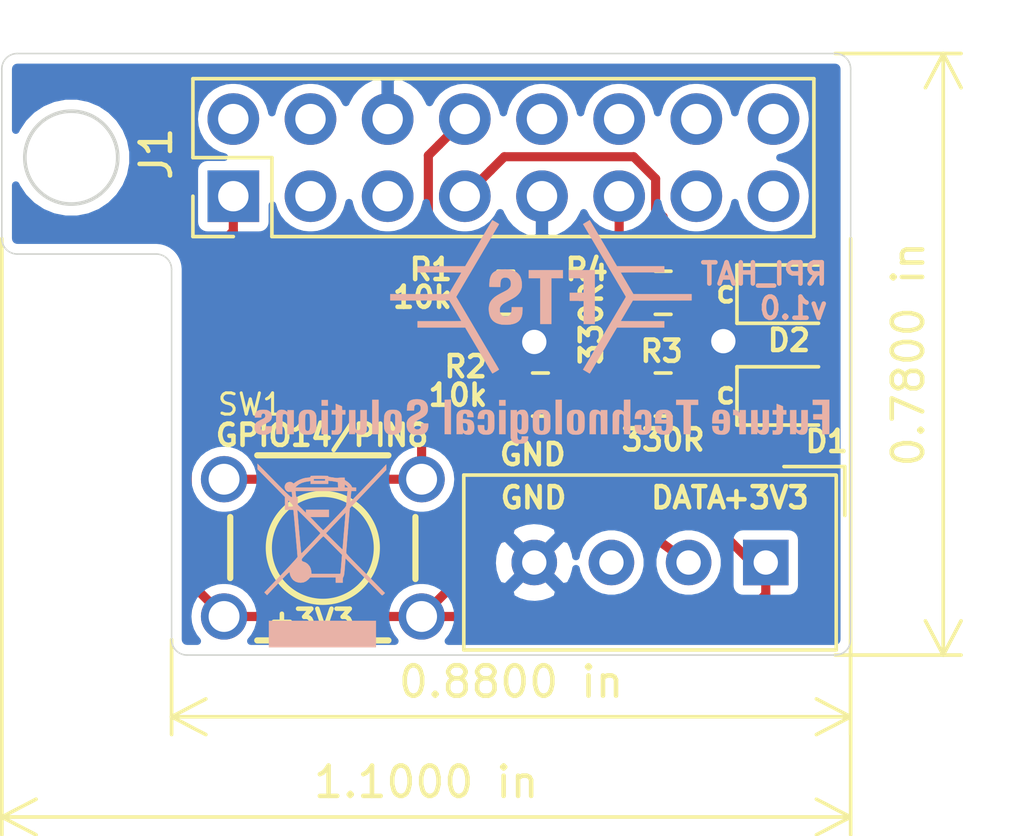
<source format=kicad_pcb>
(kicad_pcb (version 20171130) (host pcbnew "(5.1.4)-1")

  (general
    (thickness 1.6)
    (drawings 25)
    (tracks 57)
    (zones 0)
    (modules 11)
    (nets 19)
  )

  (page A4)
  (title_block
    (title RPI_HAT)
    (date 2019-09-18)
    (rev v1)
    (company "Future technological solutions SIA")
    (comment 1 www.ftechnologicals.com)
    (comment 2 "Janis Henins")
  )

  (layers
    (0 F.Cu signal)
    (31 B.Cu signal)
    (32 B.Adhes user)
    (33 F.Adhes user)
    (34 B.Paste user)
    (35 F.Paste user)
    (36 B.SilkS user)
    (37 F.SilkS user)
    (38 B.Mask user)
    (39 F.Mask user)
    (40 Dwgs.User user)
    (41 Cmts.User user)
    (42 Eco1.User user)
    (43 Eco2.User user)
    (44 Edge.Cuts user)
    (45 Margin user)
    (46 B.CrtYd user)
    (47 F.CrtYd user)
    (48 B.Fab user)
    (49 F.Fab user)
  )

  (setup
    (last_trace_width 0.25)
    (user_trace_width 0.3)
    (trace_clearance 0.2)
    (zone_clearance 0.508)
    (zone_45_only no)
    (trace_min 0.2)
    (via_size 0.8)
    (via_drill 0.4)
    (via_min_size 0.4)
    (via_min_drill 0.3)
    (user_via 1 0.6)
    (uvia_size 0.3)
    (uvia_drill 0.1)
    (uvias_allowed no)
    (uvia_min_size 0.2)
    (uvia_min_drill 0.1)
    (edge_width 0.05)
    (segment_width 0.2)
    (pcb_text_width 0.3)
    (pcb_text_size 1.5 1.5)
    (mod_edge_width 0.12)
    (mod_text_size 1 1)
    (mod_text_width 0.15)
    (pad_size 0.975 1.4)
    (pad_drill 0)
    (pad_to_mask_clearance 0.051)
    (solder_mask_min_width 0.25)
    (aux_axis_origin 0 0)
    (visible_elements 7FFFFFFF)
    (pcbplotparams
      (layerselection 0x010fc_ffffffff)
      (usegerberextensions true)
      (usegerberattributes false)
      (usegerberadvancedattributes false)
      (creategerberjobfile false)
      (excludeedgelayer true)
      (linewidth 0.100000)
      (plotframeref false)
      (viasonmask false)
      (mode 1)
      (useauxorigin false)
      (hpglpennumber 1)
      (hpglpenspeed 20)
      (hpglpendiameter 15.000000)
      (psnegative false)
      (psa4output false)
      (plotreference true)
      (plotvalue true)
      (plotinvisibletext false)
      (padsonsilk false)
      (subtractmaskfromsilk false)
      (outputformat 1)
      (mirror false)
      (drillshape 0)
      (scaleselection 1)
      (outputdirectory "Gerber/"))
  )

  (net 0 "")
  (net 1 GND)
  (net 2 "Net-(D1-Pad2)")
  (net 3 "Net-(D2-Pad2)")
  (net 4 +3V3)
  (net 5 "Net-(J1-Pad2)")
  (net 6 "Net-(J1-Pad3)")
  (net 7 "Net-(J1-Pad4)")
  (net 8 "Net-(J1-Pad5)")
  (net 9 "Net-(J1-Pad7)")
  (net 10 /button_input)
  (net 11 "Net-(J1-Pad10)")
  (net 12 "Net-(J1-Pad11)")
  (net 13 "Net-(J1-Pad12)")
  (net 14 "Net-(J1-Pad13)")
  (net 15 "Net-(J1-Pad14)")
  (net 16 "Net-(J1-Pad15)")
  (net 17 "Net-(J1-Pad16)")
  (net 18 "Net-(U1-Pad3)")

  (net_class Default "This is the default net class."
    (clearance 0.2)
    (trace_width 0.25)
    (via_dia 0.8)
    (via_drill 0.4)
    (uvia_dia 0.3)
    (uvia_drill 0.1)
    (add_net /button_input)
    (add_net "Net-(D1-Pad2)")
    (add_net "Net-(D2-Pad2)")
    (add_net "Net-(J1-Pad10)")
    (add_net "Net-(J1-Pad11)")
    (add_net "Net-(J1-Pad12)")
    (add_net "Net-(J1-Pad13)")
    (add_net "Net-(J1-Pad14)")
    (add_net "Net-(J1-Pad15)")
    (add_net "Net-(J1-Pad16)")
    (add_net "Net-(J1-Pad2)")
    (add_net "Net-(J1-Pad3)")
    (add_net "Net-(J1-Pad4)")
    (add_net "Net-(J1-Pad5)")
    (add_net "Net-(J1-Pad7)")
    (add_net "Net-(U1-Pad3)")
  )

  (net_class Power ""
    (clearance 0.3)
    (trace_width 0.3)
    (via_dia 1)
    (via_drill 0.8)
    (uvia_dia 0.3)
    (uvia_drill 0.1)
    (add_net +3V3)
    (add_net GND)
  )

  (module Symbol:WEEE-Logo_4.2x6mm_SilkScreen (layer B.Cu) (tedit 0) (tstamp 5D82E998)
    (at 48.895 78.2574 180)
    (descr "Waste Electrical and Electronic Equipment Directive")
    (tags "Logo WEEE")
    (attr virtual)
    (fp_text reference REF** (at 0 0) (layer B.SilkS) hide
      (effects (font (size 1 1) (thickness 0.15)) (justify mirror))
    )
    (fp_text value WEEE-Logo_4.2x6mm_SilkScreen (at 0.75 0) (layer B.Fab) hide
      (effects (font (size 1 1) (thickness 0.15)) (justify mirror))
    )
    (fp_poly (pts (xy 2.12443 2.935152) (xy 2.123811 2.848069) (xy 1.672086 2.389109) (xy 1.220361 1.930148)
      (xy 1.220032 1.719529) (xy 1.219703 1.508911) (xy 0.94461 1.508911) (xy 0.937522 1.45547)
      (xy 0.934838 1.431112) (xy 0.930313 1.385241) (xy 0.924191 1.320595) (xy 0.916712 1.239909)
      (xy 0.908119 1.145919) (xy 0.898654 1.041363) (xy 0.888558 0.928975) (xy 0.878074 0.811493)
      (xy 0.867444 0.691652) (xy 0.856909 0.572189) (xy 0.846713 0.455841) (xy 0.837095 0.345343)
      (xy 0.8283 0.243431) (xy 0.820568 0.152842) (xy 0.814142 0.076313) (xy 0.809263 0.016579)
      (xy 0.806175 -0.023624) (xy 0.805117 -0.041559) (xy 0.805118 -0.041644) (xy 0.812827 -0.056035)
      (xy 0.835981 -0.085748) (xy 0.874895 -0.131131) (xy 0.929884 -0.192529) (xy 1.001264 -0.270288)
      (xy 1.089349 -0.364754) (xy 1.194454 -0.476272) (xy 1.316895 -0.605188) (xy 1.35131 -0.641287)
      (xy 1.897137 -1.213416) (xy 1.808881 -1.301436) (xy 1.737485 -1.223758) (xy 1.711366 -1.195686)
      (xy 1.670566 -1.152274) (xy 1.617777 -1.096366) (xy 1.555691 -1.030808) (xy 1.487 -0.958441)
      (xy 1.414396 -0.882112) (xy 1.37096 -0.836524) (xy 1.289416 -0.751119) (xy 1.223504 -0.68271)
      (xy 1.171544 -0.630053) (xy 1.131855 -0.591905) (xy 1.102757 -0.56702) (xy 1.082569 -0.554156)
      (xy 1.06961 -0.552068) (xy 1.0622 -0.559513) (xy 1.058658 -0.575246) (xy 1.057303 -0.598023)
      (xy 1.057121 -0.604239) (xy 1.047703 -0.647061) (xy 1.024497 -0.698819) (xy 0.992136 -0.751328)
      (xy 0.955252 -0.796403) (xy 0.940493 -0.810328) (xy 0.864767 -0.859047) (xy 0.776308 -0.886306)
      (xy 0.6981 -0.892773) (xy 0.609468 -0.880576) (xy 0.527612 -0.844813) (xy 0.455164 -0.786722)
      (xy 0.441797 -0.772262) (xy 0.392918 -0.716733) (xy -0.452674 -0.716733) (xy -0.452674 -0.892773)
      (xy -0.67901 -0.892773) (xy -0.67901 -0.810531) (xy -0.68185 -0.754386) (xy -0.691393 -0.715416)
      (xy -0.702991 -0.694219) (xy -0.711277 -0.679052) (xy -0.718373 -0.657062) (xy -0.724748 -0.624987)
      (xy -0.730872 -0.579569) (xy -0.737216 -0.517548) (xy -0.74425 -0.435662) (xy -0.749066 -0.374746)
      (xy -0.771161 -0.089343) (xy -1.313565 -0.638805) (xy -1.411637 -0.738228) (xy -1.505784 -0.833815)
      (xy -1.594285 -0.92381) (xy -1.67542 -1.006457) (xy -1.747469 -1.080001) (xy -1.808712 -1.142684)
      (xy -1.857427 -1.192752) (xy -1.891896 -1.228448) (xy -1.910379 -1.247995) (xy -1.940743 -1.278944)
      (xy -1.966071 -1.30053) (xy -1.979695 -1.307723) (xy -1.997095 -1.299297) (xy -2.02246 -1.278245)
      (xy -2.031058 -1.269671) (xy -2.067514 -1.23162) (xy -1.866802 -1.027658) (xy -1.815596 -0.975699)
      (xy -1.749569 -0.90882) (xy -1.671618 -0.82995) (xy -1.584638 -0.742014) (xy -1.491526 -0.647941)
      (xy -1.395179 -0.550658) (xy -1.298492 -0.453093) (xy -1.229134 -0.383145) (xy -1.123703 -0.27655)
      (xy -1.035129 -0.186307) (xy -0.962281 -0.111192) (xy -0.904023 -0.049986) (xy -0.859225 -0.001466)
      (xy -0.837021 0.023871) (xy -0.658724 0.023871) (xy -0.636401 -0.261555) (xy -0.629669 -0.345219)
      (xy -0.623157 -0.421727) (xy -0.617234 -0.487081) (xy -0.612268 -0.537281) (xy -0.608629 -0.568329)
      (xy -0.607458 -0.575273) (xy -0.600838 -0.603565) (xy 0.348636 -0.603565) (xy 0.354974 -0.524606)
      (xy 0.37411 -0.431315) (xy 0.414154 -0.348791) (xy 0.472582 -0.280038) (xy 0.546871 -0.228063)
      (xy 0.630252 -0.196863) (xy 0.657302 -0.182228) (xy 0.670844 -0.150819) (xy 0.671128 -0.149434)
      (xy 0.672753 -0.136174) (xy 0.670744 -0.122595) (xy 0.663142 -0.106181) (xy 0.647984 -0.084411)
      (xy 0.623312 -0.054767) (xy 0.587164 -0.014732) (xy 0.53758 0.038215) (xy 0.472599 0.106591)
      (xy 0.468401 0.110995) (xy 0.398507 0.184389) (xy 0.3242 0.262563) (xy 0.250586 0.340136)
      (xy 0.182771 0.411725) (xy 0.12586 0.471949) (xy 0.113168 0.485413) (xy 0.064513 0.53618)
      (xy 0.021291 0.579625) (xy -0.013395 0.612759) (xy -0.036444 0.632595) (xy -0.044182 0.636954)
      (xy -0.055722 0.62783) (xy -0.08271 0.6028) (xy -0.123021 0.563948) (xy -0.174529 0.513357)
      (xy -0.235109 0.453112) (xy -0.302636 0.385296) (xy -0.357826 0.329435) (xy -0.658724 0.023871)
      (xy -0.837021 0.023871) (xy -0.826751 0.035589) (xy -0.805471 0.062401) (xy -0.794251 0.080192)
      (xy -0.791754 0.08843) (xy -0.7927 0.10641) (xy -0.795573 0.147108) (xy -0.800187 0.208181)
      (xy -0.806358 0.287287) (xy -0.813898 0.382086) (xy -0.822621 0.490233) (xy -0.832343 0.609388)
      (xy -0.842876 0.737209) (xy -0.851365 0.839365) (xy -0.899396 1.415326) (xy -0.775805 1.415326)
      (xy -0.775273 1.402896) (xy -0.772769 1.36789) (xy -0.768496 1.312785) (xy -0.762653 1.240057)
      (xy -0.755443 1.152186) (xy -0.747066 1.051649) (xy -0.737723 0.940923) (xy -0.728758 0.835795)
      (xy -0.718602 0.716517) (xy -0.709142 0.60392) (xy -0.700596 0.500695) (xy -0.693179 0.409527)
      (xy -0.687108 0.333105) (xy -0.682601 0.274117) (xy -0.679873 0.235251) (xy -0.679116 0.220156)
      (xy -0.677935 0.210762) (xy -0.673256 0.207034) (xy -0.663276 0.210529) (xy -0.64619 0.222801)
      (xy -0.620196 0.245406) (xy -0.58349 0.2799) (xy -0.534267 0.327838) (xy -0.470726 0.390776)
      (xy -0.403305 0.458032) (xy -0.127601 0.733523) (xy -0.129533 0.735594) (xy 0.05271 0.735594)
      (xy 0.061016 0.72422) (xy 0.084267 0.697437) (xy 0.120135 0.657708) (xy 0.166287 0.607493)
      (xy 0.220394 0.549254) (xy 0.280126 0.485453) (xy 0.343152 0.418551) (xy 0.407142 0.35101)
      (xy 0.469764 0.28529) (xy 0.52869 0.223854) (xy 0.581588 0.169163) (xy 0.626128 0.123678)
      (xy 0.65998 0.089862) (xy 0.680812 0.070174) (xy 0.686494 0.066163) (xy 0.688366 0.079109)
      (xy 0.692254 0.114866) (xy 0.697943 0.171196) (xy 0.705219 0.24586) (xy 0.713869 0.33662)
      (xy 0.723678 0.441238) (xy 0.734434 0.557474) (xy 0.745921 0.683092) (xy 0.755093 0.784382)
      (xy 0.766826 0.915721) (xy 0.777665 1.039448) (xy 0.78743 1.153319) (xy 0.795937 1.255089)
      (xy 0.803005 1.342513) (xy 0.808451 1.413347) (xy 0.812092 1.465347) (xy 0.813747 1.496268)
      (xy 0.813558 1.504297) (xy 0.803666 1.497146) (xy 0.778476 1.474159) (xy 0.74019 1.437561)
      (xy 0.691011 1.389578) (xy 0.633139 1.332434) (xy 0.568778 1.268353) (xy 0.500129 1.199562)
      (xy 0.429395 1.128284) (xy 0.358778 1.056745) (xy 0.29048 0.98717) (xy 0.226704 0.921783)
      (xy 0.16965 0.862809) (xy 0.121522 0.812473) (xy 0.084522 0.773001) (xy 0.060852 0.746617)
      (xy 0.05271 0.735594) (xy -0.129533 0.735594) (xy -0.230409 0.843705) (xy -0.282768 0.899623)
      (xy -0.341535 0.962052) (xy -0.404385 1.028557) (xy -0.468995 1.096702) (xy -0.533042 1.164052)
      (xy -0.594203 1.228172) (xy -0.650153 1.286628) (xy -0.69857 1.336982) (xy -0.73713 1.376802)
      (xy -0.763509 1.40365) (xy -0.775384 1.415092) (xy -0.775805 1.415326) (xy -0.899396 1.415326)
      (xy -0.911401 1.559274) (xy -1.511938 2.190842) (xy -2.112475 2.822411) (xy -2.112034 2.910685)
      (xy -2.111592 2.99896) (xy -2.014583 2.895334) (xy -1.960291 2.837537) (xy -1.896192 2.769632)
      (xy -1.824016 2.693428) (xy -1.745492 2.610731) (xy -1.662349 2.523347) (xy -1.576319 2.433085)
      (xy -1.48913 2.34175) (xy -1.402513 2.251151) (xy -1.318197 2.163093) (xy -1.237912 2.079385)
      (xy -1.163387 2.001833) (xy -1.096354 1.932243) (xy -1.038541 1.872424) (xy -0.991679 1.824182)
      (xy -0.957496 1.789324) (xy -0.937724 1.769657) (xy -0.93339 1.765884) (xy -0.933092 1.779008)
      (xy -0.934731 1.812611) (xy -0.938023 1.86212) (xy -0.942682 1.922963) (xy -0.944682 1.947268)
      (xy -0.959577 2.125049) (xy -0.842955 2.125049) (xy -0.836934 2.096757) (xy -0.833863 2.074382)
      (xy -0.829548 2.032283) (xy -0.824488 1.975822) (xy -0.819181 1.910365) (xy -0.817344 1.886138)
      (xy -0.811927 1.816579) (xy -0.806459 1.751982) (xy -0.801488 1.698452) (xy -0.797561 1.66209)
      (xy -0.796675 1.655491) (xy -0.793334 1.641944) (xy -0.786101 1.626086) (xy -0.77344 1.606139)
      (xy -0.753811 1.580327) (xy -0.725678 1.546871) (xy -0.687502 1.503993) (xy -0.637746 1.449917)
      (xy -0.574871 1.382864) (xy -0.497341 1.301057) (xy -0.418251 1.21805) (xy -0.339564 1.135906)
      (xy -0.266112 1.059831) (xy -0.199724 0.991675) (xy -0.142227 0.933288) (xy -0.095451 0.886519)
      (xy -0.061224 0.853218) (xy -0.041373 0.835233) (xy -0.03714 0.832558) (xy -0.026003 0.842259)
      (xy 0.000029 0.867559) (xy 0.03843 0.905918) (xy 0.086672 0.9548) (xy 0.14223 1.011666)
      (xy 0.182408 1.053094) (xy 0.392169 1.27) (xy -0.226337 1.27) (xy -0.226337 1.508911)
      (xy 0.528119 1.508911) (xy 0.528119 1.402458) (xy 0.666435 1.540346) (xy 0.764553 1.63816)
      (xy 0.955643 1.63816) (xy 0.957471 1.62273) (xy 0.966723 1.614133) (xy 0.98905 1.610387)
      (xy 1.030105 1.609511) (xy 1.037376 1.609505) (xy 1.119109 1.609505) (xy 1.119109 1.828828)
      (xy 1.037376 1.747821) (xy 0.99127 1.698572) (xy 0.963694 1.660841) (xy 0.955643 1.63816)
      (xy 0.764553 1.63816) (xy 0.804752 1.678234) (xy 0.804752 1.801048) (xy 0.805137 1.85755)
      (xy 0.8069 1.893495) (xy 0.81095 1.91347) (xy 0.818199 1.922063) (xy 0.82913 1.923861)
      (xy 0.841288 1.926502) (xy 0.850273 1.937088) (xy 0.857174 1.959619) (xy 0.863076 1.998091)
      (xy 0.869065 2.056502) (xy 0.870987 2.077896) (xy 0.875148 2.125049) (xy -0.842955 2.125049)
      (xy -0.959577 2.125049) (xy -1.119109 2.125049) (xy -1.119109 2.238218) (xy -1.051314 2.238218)
      (xy -1.011662 2.239304) (xy -0.990116 2.244546) (xy -0.98748 2.247666) (xy -0.848616 2.247666)
      (xy -0.841308 2.240538) (xy -0.815993 2.238338) (xy -0.798908 2.238218) (xy -0.741881 2.238218)
      (xy -0.529221 2.238218) (xy 0.885302 2.238218) (xy 0.837458 2.287214) (xy 0.76315 2.347676)
      (xy 0.671184 2.394309) (xy 0.560002 2.427751) (xy 0.449529 2.446247) (xy 0.377227 2.454878)
      (xy 0.377227 2.36396) (xy -0.201188 2.36396) (xy -0.201188 2.467107) (xy -0.286065 2.458504)
      (xy -0.345368 2.451244) (xy -0.408551 2.441621) (xy -0.446386 2.434748) (xy -0.521832 2.419593)
      (xy -0.525526 2.328905) (xy -0.529221 2.238218) (xy -0.741881 2.238218) (xy -0.741881 2.288515)
      (xy -0.743544 2.320024) (xy -0.747697 2.337537) (xy -0.749371 2.338812) (xy -0.767987 2.330746)
      (xy -0.795183 2.31118) (xy -0.822448 2.287056) (xy -0.841267 2.265318) (xy -0.842943 2.262492)
      (xy -0.848616 2.247666) (xy -0.98748 2.247666) (xy -0.979662 2.256919) (xy -0.975442 2.270396)
      (xy -0.958219 2.305373) (xy -0.925138 2.347421) (xy -0.881893 2.390644) (xy -0.834174 2.429146)
      (xy -0.80283 2.449199) (xy -0.767123 2.471149) (xy -0.748819 2.489589) (xy -0.742388 2.511332)
      (xy -0.741894 2.524282) (xy -0.741894 2.527425) (xy -0.100594 2.527425) (xy -0.100594 2.464554)
      (xy 0.276633 2.464554) (xy 0.276633 2.527425) (xy -0.100594 2.527425) (xy -0.741894 2.527425)
      (xy -0.741881 2.565148) (xy -0.636048 2.565148) (xy -0.587355 2.563971) (xy -0.549405 2.560835)
      (xy -0.528308 2.556329) (xy -0.526023 2.554505) (xy -0.512641 2.551705) (xy -0.480074 2.552852)
      (xy -0.433916 2.557607) (xy -0.402376 2.561997) (xy -0.345188 2.570622) (xy -0.292886 2.578409)
      (xy -0.253582 2.584153) (xy -0.242055 2.585785) (xy -0.211937 2.595112) (xy -0.201188 2.609728)
      (xy -0.19792 2.61568) (xy -0.18623 2.620222) (xy -0.163288 2.62353) (xy -0.126265 2.625785)
      (xy -0.072332 2.627166) (xy 0.00134 2.62785) (xy 0.08802 2.62802) (xy 0.180529 2.627923)
      (xy 0.250906 2.62747) (xy 0.302164 2.62641) (xy 0.33732 2.624497) (xy 0.359389 2.621481)
      (xy 0.371385 2.617115) (xy 0.376324 2.611151) (xy 0.377227 2.604216) (xy 0.384921 2.582205)
      (xy 0.410121 2.569679) (xy 0.456009 2.565212) (xy 0.464264 2.565148) (xy 0.541973 2.557132)
      (xy 0.630233 2.535064) (xy 0.721085 2.501916) (xy 0.80657 2.460661) (xy 0.878726 2.414269)
      (xy 0.888072 2.406918) (xy 0.918533 2.383002) (xy 0.936572 2.373424) (xy 0.949169 2.37652)
      (xy 0.9621 2.389296) (xy 1.000293 2.414322) (xy 1.049998 2.423929) (xy 1.103524 2.418933)
      (xy 1.153178 2.400149) (xy 1.191267 2.368394) (xy 1.194025 2.364703) (xy 1.222526 2.305425)
      (xy 1.227828 2.244066) (xy 1.210518 2.185573) (xy 1.17118 2.134896) (xy 1.16637 2.130711)
      (xy 1.13844 2.110833) (xy 1.110102 2.102079) (xy 1.070263 2.101447) (xy 1.060311 2.102008)
      (xy 1.021332 2.103438) (xy 1.001254 2.100161) (xy 0.993985 2.090272) (xy 0.99324 2.081039)
      (xy 0.991716 2.054256) (xy 0.987935 2.013975) (xy 0.985218 1.989876) (xy 0.981277 1.951599)
      (xy 0.982916 1.932004) (xy 0.992421 1.924842) (xy 1.009351 1.923861) (xy 1.019392 1.927099)
      (xy 1.03559 1.93758) (xy 1.059145 1.956452) (xy 1.091257 1.984865) (xy 1.133128 2.023965)
      (xy 1.185957 2.074903) (xy 1.250945 2.138827) (xy 1.329291 2.216886) (xy 1.422197 2.310228)
      (xy 1.530863 2.420002) (xy 1.583231 2.473048) (xy 2.125049 3.022233) (xy 2.12443 2.935152)) (layer B.SilkS) (width 0.01))
    (fp_poly (pts (xy 1.747822 -3.017822) (xy -1.772971 -3.017822) (xy -1.772971 -2.150198) (xy 1.747822 -2.150198)
      (xy 1.747822 -3.017822)) (layer B.SilkS) (width 0.01))
  )

  (module FTS_Logo:FTS_Logo_18.9x7.4mm (layer B.Cu) (tedit 0) (tstamp 5D82E818)
    (at 56.134 70.8914 180)
    (fp_text reference G*** (at 0 0) (layer B.SilkS) hide
      (effects (font (size 1.524 1.524) (thickness 0.3)) (justify mirror))
    )
    (fp_text value LOGO (at 0.75 0) (layer B.SilkS) hide
      (effects (font (size 1.524 1.524) (thickness 0.3)) (justify mirror))
    )
    (fp_poly (pts (xy 0.434109 1.768763) (xy 0.055418 1.768763) (xy 0.055418 0.263236) (xy -0.309418 0.263236)
      (xy -0.309418 1.768763) (xy -0.688109 1.768763) (xy -0.688109 2.032) (xy 0.434109 2.032)
      (xy 0.434109 1.768763)) (layer B.SilkS) (width 0.01))
    (fp_poly (pts (xy -0.886691 1.768763) (xy -1.3716 1.768763) (xy -1.3716 1.288472) (xy -0.9144 1.288472)
      (xy -0.9144 1.025236) (xy -1.3716 1.025236) (xy -1.3716 0.263236) (xy -1.736436 0.263236)
      (xy -1.736436 2.032) (xy -0.886691 2.032) (xy -0.886691 1.768763)) (layer B.SilkS) (width 0.01))
    (fp_poly (pts (xy 1.270043 2.057201) (xy 1.330951 2.052485) (xy 1.389101 2.044395) (xy 1.442202 2.033154)
      (xy 1.472483 2.024407) (xy 1.526749 2.002954) (xy 1.573775 1.976198) (xy 1.613919 1.943736)
      (xy 1.647538 1.905163) (xy 1.67499 1.860079) (xy 1.696632 1.80808) (xy 1.711418 1.755123)
      (xy 1.716084 1.72997) (xy 1.720474 1.69803) (xy 1.724387 1.661751) (xy 1.727625 1.623583)
      (xy 1.729988 1.585973) (xy 1.731276 1.551371) (xy 1.731289 1.522226) (xy 1.731007 1.514763)
      (xy 1.729509 1.484745) (xy 1.55117 1.483537) (xy 1.37283 1.482329) (xy 1.370258 1.566664)
      (xy 1.368165 1.611839) (xy 1.364691 1.649048) (xy 1.359511 1.679502) (xy 1.352299 1.70441)
      (xy 1.342731 1.724983) (xy 1.330481 1.742432) (xy 1.32005 1.753518) (xy 1.297223 1.770894)
      (xy 1.270244 1.78261) (xy 1.237515 1.789243) (xy 1.216403 1.790938) (xy 1.171475 1.789548)
      (xy 1.132316 1.780954) (xy 1.098976 1.765204) (xy 1.071504 1.742346) (xy 1.049949 1.712425)
      (xy 1.03436 1.675491) (xy 1.024786 1.63159) (xy 1.021982 1.602509) (xy 1.022098 1.559458)
      (xy 1.028261 1.522117) (xy 1.041128 1.488694) (xy 1.061355 1.457398) (xy 1.084864 1.431093)
      (xy 1.09892 1.417603) (xy 1.113386 1.405099) (xy 1.129294 1.392941) (xy 1.147678 1.380489)
      (xy 1.16957 1.367101) (xy 1.196003 1.352136) (xy 1.22801 1.334955) (xy 1.266624 1.314917)
      (xy 1.297709 1.299064) (xy 1.360307 1.266616) (xy 1.415144 1.236648) (xy 1.463157 1.208539)
      (xy 1.505285 1.181666) (xy 1.542466 1.155407) (xy 1.575639 1.129139) (xy 1.605741 1.102241)
      (xy 1.628217 1.079877) (xy 1.665788 1.03627) (xy 1.695946 0.991007) (xy 1.719042 0.943061)
      (xy 1.735428 0.891405) (xy 1.745456 0.835012) (xy 1.749477 0.772856) (xy 1.748982 0.727363)
      (xy 1.742763 0.651544) (xy 1.729919 0.582156) (xy 1.710439 0.519188) (xy 1.684315 0.462626)
      (xy 1.651536 0.412456) (xy 1.612093 0.368666) (xy 1.565976 0.331242) (xy 1.513175 0.30017)
      (xy 1.453681 0.275439) (xy 1.405613 0.261279) (xy 1.381072 0.255601) (xy 1.354917 0.250263)
      (xy 1.331573 0.246148) (xy 1.324407 0.245094) (xy 1.296952 0.242252) (xy 1.262965 0.240061)
      (xy 1.22513 0.238582) (xy 1.186132 0.237873) (xy 1.148655 0.237997) (xy 1.115386 0.239012)
      (xy 1.099127 0.24003) (xy 1.022858 0.248789) (xy 0.954227 0.262549) (xy 0.893025 0.281537)
      (xy 0.839043 0.305984) (xy 0.792072 0.336117) (xy 0.751903 0.372168) (xy 0.718327 0.414364)
      (xy 0.691136 0.462936) (xy 0.670119 0.518111) (xy 0.655068 0.58012) (xy 0.645774 0.649191)
      (xy 0.642029 0.725554) (xy 0.641927 0.741377) (xy 0.641927 0.8128) (xy 0.996254 0.8128)
      (xy 0.998739 0.74699) (xy 1.000636 0.709837) (xy 1.003459 0.679783) (xy 1.007598 0.654707)
      (xy 1.013441 0.632486) (xy 1.021378 0.611) (xy 1.025366 0.601825) (xy 1.045109 0.568226)
      (xy 1.070855 0.541604) (xy 1.10248 0.522023) (xy 1.13986 0.509547) (xy 1.182874 0.50424)
      (xy 1.212042 0.504563) (xy 1.250022 0.508838) (xy 1.281351 0.517442) (xy 1.307884 0.531096)
      (xy 1.331475 0.550523) (xy 1.33238 0.551428) (xy 1.354775 0.578396) (xy 1.371329 0.608919)
      (xy 1.382386 0.644113) (xy 1.388288 0.685095) (xy 1.389378 0.732979) (xy 1.389284 0.7366)
      (xy 1.388398 0.760966) (xy 1.387063 0.778685) (xy 1.384787 0.792349) (xy 1.381076 0.804546)
      (xy 1.375438 0.817867) (xy 1.372711 0.823714) (xy 1.356083 0.851352) (xy 1.332228 0.880281)
      (xy 1.302693 0.908909) (xy 1.269024 0.935644) (xy 1.253836 0.946047) (xy 1.238926 0.955145)
      (xy 1.217459 0.967371) (xy 1.19117 0.981779) (xy 1.161795 0.997428) (xy 1.131068 1.013374)
      (xy 1.115291 1.021389) (xy 1.05593 1.051763) (xy 1.004193 1.079298) (xy 0.959136 1.104612)
      (xy 0.919818 1.128324) (xy 0.885297 1.151052) (xy 0.85463 1.173416) (xy 0.826877 1.196032)
      (xy 0.801093 1.21952) (xy 0.777865 1.24289) (xy 0.738687 1.290234) (xy 0.707599 1.341552)
      (xy 0.684542 1.397034) (xy 0.669457 1.456872) (xy 0.662284 1.521258) (xy 0.662964 1.590382)
      (xy 0.664445 1.609436) (xy 0.674024 1.681081) (xy 0.689156 1.74554) (xy 0.710042 1.803152)
      (xy 0.736882 1.854255) (xy 0.769876 1.89919) (xy 0.809223 1.938296) (xy 0.855123 1.971912)
      (xy 0.889306 1.99136) (xy 0.927829 2.009406) (xy 0.967142 2.024028) (xy 1.009019 2.035664)
      (xy 1.055233 2.044753) (xy 1.107558 2.051734) (xy 1.14911 2.05563) (xy 1.208666 2.058323)
      (xy 1.270043 2.057201)) (layer B.SilkS) (width 0.01))
    (fp_poly (pts (xy 1.635645 3.675052) (xy 1.63857 3.670138) (xy 1.645841 3.657849) (xy 1.657116 3.638769)
      (xy 1.672051 3.61348) (xy 1.690301 3.582566) (xy 1.711524 3.546608) (xy 1.735376 3.506189)
      (xy 1.761513 3.461893) (xy 1.789591 3.4143) (xy 1.819267 3.363995) (xy 1.850198 3.31156)
      (xy 1.882038 3.257577) (xy 1.914445 3.20263) (xy 1.947076 3.1473) (xy 1.979585 3.09217)
      (xy 2.011631 3.037824) (xy 2.042868 2.984843) (xy 2.072954 2.933811) (xy 2.101544 2.885309)
      (xy 2.128295 2.839921) (xy 2.152864 2.798229) (xy 2.170321 2.7686) (xy 2.196773 2.723702)
      (xy 2.224652 2.676387) (xy 2.25303 2.62823) (xy 2.28098 2.580803) (xy 2.307574 2.535683)
      (xy 2.331884 2.494442) (xy 2.352982 2.458655) (xy 2.363564 2.440709) (xy 2.384698 2.404866)
      (xy 2.406686 2.367569) (xy 2.428459 2.330632) (xy 2.448945 2.295872) (xy 2.467075 2.265104)
      (xy 2.481779 2.240144) (xy 2.48401 2.236354) (xy 2.528203 2.161309) (xy 4.096327 2.161309)
      (xy 4.096327 1.962727) (xy 3.373582 1.962727) (xy 3.263906 1.962697) (xy 3.163156 1.962609)
      (xy 3.071357 1.962462) (xy 2.988536 1.962256) (xy 2.914722 1.961993) (xy 2.849939 1.961671)
      (xy 2.794216 1.96129) (xy 2.747578 1.960853) (xy 2.710054 1.960357) (xy 2.68167 1.959804)
      (xy 2.662452 1.959194) (xy 2.652427 1.958526) (xy 2.650836 1.958108) (xy 2.653116 1.953349)
      (xy 2.659663 1.941401) (xy 2.67004 1.923026) (xy 2.683809 1.898983) (xy 2.700532 1.870031)
      (xy 2.719771 1.836931) (xy 2.741088 1.800443) (xy 2.764045 1.761326) (xy 2.77258 1.746826)
      (xy 2.799941 1.700369) (xy 2.82907 1.650892) (xy 2.858998 1.600039) (xy 2.88876 1.549452)
      (xy 2.917389 1.500776) (xy 2.943918 1.455653) (xy 2.967381 1.415726) (xy 2.981092 1.392381)
      (xy 3.000756 1.358899) (xy 3.018905 1.32801) (xy 3.03502 1.3006) (xy 3.04858 1.277553)
      (xy 3.059065 1.259754) (xy 3.065952 1.248089) (xy 3.068722 1.243442) (xy 3.068749 1.243402)
      (xy 3.073383 1.243286) (xy 3.086824 1.243173) (xy 3.108644 1.243065) (xy 3.138413 1.242961)
      (xy 3.175702 1.242863) (xy 3.220082 1.24277) (xy 3.271124 1.242683) (xy 3.328398 1.242604)
      (xy 3.391477 1.242531) (xy 3.45993 1.242466) (xy 3.533329 1.242409) (xy 3.611245 1.242361)
      (xy 3.693247 1.242323) (xy 3.778909 1.242294) (xy 3.8678 1.242275) (xy 3.959491 1.242267)
      (xy 4.030946 1.242269) (xy 4.992254 1.242333) (xy 4.992254 1.03909) (xy 3.053088 1.03909)
      (xy 3.000451 0.95019) (xy 2.981196 0.917647) (xy 2.959836 0.881508) (xy 2.938107 0.844712)
      (xy 2.917743 0.810198) (xy 2.901586 0.782781) (xy 2.884544 0.753848) (xy 2.866499 0.723228)
      (xy 2.848964 0.693488) (xy 2.833453 0.667197) (xy 2.823987 0.651163) (xy 2.790359 0.59419)
      (xy 2.759915 0.542521) (xy 2.732849 0.496489) (xy 2.709356 0.456425) (xy 2.689628 0.422663)
      (xy 2.673861 0.395533) (xy 2.662249 0.375369) (xy 2.654984 0.362501) (xy 2.652301 0.357374)
      (xy 2.653036 0.356516) (xy 2.656194 0.355735) (xy 2.662175 0.355029) (xy 2.671375 0.354394)
      (xy 2.684193 0.353826) (xy 2.701027 0.353323) (xy 2.722275 0.35288) (xy 2.748335 0.352493)
      (xy 2.779604 0.35216) (xy 2.816481 0.351877) (xy 2.859364 0.35164) (xy 2.90865 0.351446)
      (xy 2.964738 0.351291) (xy 3.028025 0.351172) (xy 3.09891 0.351085) (xy 3.17779 0.351027)
      (xy 3.265064 0.350993) (xy 3.361129 0.350982) (xy 3.373088 0.350981) (xy 4.096327 0.350981)
      (xy 4.096327 0.147781) (xy 2.527243 0.147781) (xy 2.421912 -0.031173) (xy 2.395564 -0.075934)
      (xy 2.365767 -0.126549) (xy 2.333758 -0.180914) (xy 2.300778 -0.236926) (xy 2.268064 -0.29248)
      (xy 2.236855 -0.345473) (xy 2.208391 -0.393801) (xy 2.20369 -0.401782) (xy 2.1791 -0.443528)
      (xy 2.154281 -0.485666) (xy 2.129967 -0.526948) (xy 2.106893 -0.566125) (xy 2.085796 -0.601948)
      (xy 2.06741 -0.633169) (xy 2.05247 -0.65854) (xy 2.044577 -0.671946) (xy 2.02708 -0.701638)
      (xy 2.008141 -0.733734) (xy 1.989413 -0.765431) (xy 1.972551 -0.79393) (xy 1.962735 -0.810491)
      (xy 1.952171 -0.828332) (xy 1.937708 -0.852813) (xy 1.920124 -0.882612) (xy 1.9002 -0.916405)
      (xy 1.878715 -0.95287) (xy 1.85645 -0.990685) (xy 1.834185 -1.028525) (xy 1.833403 -1.029855)
      (xy 1.798029 -1.089975) (xy 1.767026 -1.142608) (xy 1.740101 -1.188239) (xy 1.716958 -1.227351)
      (xy 1.697303 -1.26043) (xy 1.680842 -1.287959) (xy 1.667281 -1.310423) (xy 1.656325 -1.328306)
      (xy 1.64768 -1.342093) (xy 1.641052 -1.352268) (xy 1.636146 -1.359315) (xy 1.632668 -1.363719)
      (xy 1.630324 -1.365964) (xy 1.628829 -1.366536) (xy 1.623512 -1.364137) (xy 1.611387 -1.35761)
      (xy 1.593565 -1.347586) (xy 1.571154 -1.334696) (xy 1.545263 -1.31957) (xy 1.519382 -1.304258)
      (xy 1.49161 -1.287517) (xy 1.466736 -1.272107) (xy 1.44579 -1.258702) (xy 1.4298 -1.247971)
      (xy 1.419797 -1.240589) (xy 1.416772 -1.237306) (xy 1.419391 -1.232191) (xy 1.426615 -1.219354)
      (xy 1.438458 -1.198773) (xy 1.454932 -1.170427) (xy 1.476051 -1.134294) (xy 1.501826 -1.090351)
      (xy 1.532272 -1.038577) (xy 1.5674 -0.97895) (xy 1.607224 -0.911447) (xy 1.651756 -0.836047)
      (xy 1.683239 -0.782782) (xy 1.697854 -0.758038) (xy 1.716212 -0.726921) (xy 1.737376 -0.691019)
      (xy 1.76041 -0.651921) (xy 1.784378 -0.611219) (xy 1.808342 -0.5705) (xy 1.828806 -0.53571)
      (xy 1.851054 -0.497891) (xy 1.873332 -0.460051) (xy 1.894859 -0.423514) (xy 1.914856 -0.389602)
      (xy 1.932542 -0.359638) (xy 1.947137 -0.334945) (xy 1.957861 -0.316847) (xy 1.958158 -0.316346)
      (xy 1.965805 -0.303436) (xy 1.977733 -0.283248) (xy 1.99354 -0.256464) (xy 2.012824 -0.223767)
      (xy 2.035183 -0.185839) (xy 2.060215 -0.143362) (xy 2.087517 -0.097019) (xy 2.116688 -0.047493)
      (xy 2.147324 0.004535) (xy 2.179025 0.058381) (xy 2.2099 0.110836) (xy 2.266174 0.206448)
      (xy 2.320705 0.299092) (xy 2.373305 0.38845) (xy 2.423789 0.474204) (xy 2.471968 0.556038)
      (xy 2.517656 0.633632) (xy 2.560666 0.70667) (xy 2.600809 0.774833) (xy 2.6379 0.837804)
      (xy 2.671751 0.895266) (xy 2.702175 0.9469) (xy 2.728985 0.992388) (xy 2.751993 1.031414)
      (xy 2.771013 1.063658) (xy 2.785857 1.088805) (xy 2.796338 1.106535) (xy 2.801049 1.114481)
      (xy 2.825273 1.155235) (xy 2.774297 1.241481) (xy 2.75746 1.26999) (xy 2.737281 1.304191)
      (xy 2.7151 1.341814) (xy 2.692255 1.380589) (xy 2.670083 1.418244) (xy 2.65541 1.443181)
      (xy 2.618726 1.505537) (xy 2.583692 1.565062) (xy 2.550809 1.620908) (xy 2.520577 1.672225)
      (xy 2.493498 1.718164) (xy 2.47007 1.757876) (xy 2.450794 1.790512) (xy 2.450001 1.791854)
      (xy 2.438736 1.810927) (xy 2.422969 1.837645) (xy 2.402886 1.871696) (xy 2.378671 1.912766)
      (xy 2.35051 1.960541) (xy 2.318586 2.014707) (xy 2.283085 2.074952) (xy 2.244191 2.140961)
      (xy 2.202089 2.212422) (xy 2.156964 2.289019) (xy 2.109 2.370441) (xy 2.058382 2.456373)
      (xy 2.005295 2.546502) (xy 1.949924 2.640514) (xy 1.892453 2.738096) (xy 1.833067 2.838934)
      (xy 1.771951 2.942714) (xy 1.70929 3.049124) (xy 1.701793 3.061854) (xy 1.669482 3.116716)
      (xy 1.637883 3.170355) (xy 1.607395 3.222093) (xy 1.578415 3.271255) (xy 1.551343 3.317165)
      (xy 1.526578 3.359148) (xy 1.504518 3.396526) (xy 1.485563 3.428625) (xy 1.47011 3.454767)
      (xy 1.458559 3.474278) (xy 1.451486 3.486182) (xy 1.439246 3.5069) (xy 1.428816 3.524932)
      (xy 1.421073 3.538733) (xy 1.416895 3.546757) (xy 1.416424 3.547969) (xy 1.416305 3.549453)
      (xy 1.417114 3.551172) (xy 1.419652 3.553633) (xy 1.424717 3.557343) (xy 1.433109 3.562811)
      (xy 1.445627 3.570543) (xy 1.46307 3.581047) (xy 1.486237 3.59483) (xy 1.515927 3.612399)
      (xy 1.544523 3.629291) (xy 1.575375 3.647297) (xy 1.599111 3.66063) (xy 1.61638 3.669617)
      (xy 1.627833 3.674585) (xy 1.63412 3.67586) (xy 1.635645 3.675052)) (layer B.SilkS) (width 0.01))
    (fp_poly (pts (xy -1.564856 3.677469) (xy -1.559208 3.673742) (xy -1.5468 3.6661) (xy -1.528854 3.655275)
      (xy -1.50659 3.642003) (xy -1.48123 3.627017) (xy -1.467402 3.618895) (xy -1.440563 3.60313)
      (xy -1.415846 3.588548) (xy -1.394556 3.575926) (xy -1.378 3.566038) (xy -1.367483 3.559661)
      (xy -1.36496 3.558072) (xy -1.353752 3.550728) (xy -1.367904 3.526809) (xy -1.372299 3.519366)
      (xy -1.380984 3.50464) (xy -1.393561 3.483309) (xy -1.409632 3.456048) (xy -1.428798 3.423535)
      (xy -1.450661 3.386443) (xy -1.474822 3.345451) (xy -1.500883 3.301233) (xy -1.528445 3.254467)
      (xy -1.557111 3.205827) (xy -1.586481 3.155991) (xy -1.616157 3.105634) (xy -1.64574 3.055432)
      (xy -1.674833 3.006061) (xy -1.703037 2.958198) (xy -1.729953 2.912519) (xy -1.755183 2.869699)
      (xy -1.778329 2.830414) (xy -1.798992 2.795342) (xy -1.816773 2.765157) (xy -1.831067 2.74089)
      (xy -1.843959 2.719002) (xy -1.860824 2.690372) (xy -1.880948 2.656215) (xy -1.903612 2.617745)
      (xy -1.928102 2.576179) (xy -1.953702 2.532732) (xy -1.979695 2.488618) (xy -2.005205 2.445327)
      (xy -2.031193 2.401223) (xy -2.060925 2.350762) (xy -2.093459 2.295544) (xy -2.12785 2.23717)
      (xy -2.163156 2.177242) (xy -2.198434 2.117359) (xy -2.23274 2.059124) (xy -2.265131 2.004136)
      (xy -2.280002 1.97889) (xy -2.310125 1.927756) (xy -2.34184 1.873924) (xy -2.374328 1.818786)
      (xy -2.406768 1.763736) (xy -2.438338 1.710167) (xy -2.468219 1.65947) (xy -2.49559 1.613039)
      (xy -2.519629 1.572267) (xy -2.533114 1.5494) (xy -2.569616 1.487507) (xy -2.601721 1.433067)
      (xy -2.629727 1.385576) (xy -2.653928 1.344532) (xy -2.674623 1.309432) (xy -2.692107 1.279772)
      (xy -2.706676 1.25505) (xy -2.718627 1.234762) (xy -2.728256 1.218407) (xy -2.73586 1.20548)
      (xy -2.741735 1.195479) (xy -2.746178 1.187901) (xy -2.749484 1.182242) (xy -2.750821 1.179945)
      (xy -2.757322 1.167499) (xy -2.761172 1.157689) (xy -2.761617 1.155194) (xy -2.759359 1.149848)
      (xy -2.752922 1.137536) (xy -2.742851 1.119227) (xy -2.729691 1.095892) (xy -2.713988 1.0685)
      (xy -2.696288 1.03802) (xy -2.682396 1.014339) (xy -2.663878 0.982907) (xy -2.64152 0.94496)
      (xy -2.616171 0.90194) (xy -2.588681 0.855289) (xy -2.5599 0.806448) (xy -2.530677 0.756861)
      (xy -2.501863 0.707968) (xy -2.474306 0.661212) (xy -2.473827 0.6604) (xy -2.447548 0.615814)
      (xy -2.421011 0.570789) (xy -2.3949 0.526486) (xy -2.3699 0.484068) (xy -2.346694 0.444694)
      (xy -2.325968 0.409526) (xy -2.308406 0.379726) (xy -2.294692 0.356455) (xy -2.292155 0.352149)
      (xy -2.272292 0.318443) (xy -2.249674 0.280064) (xy -2.226236 0.240298) (xy -2.203915 0.202427)
      (xy -2.187365 0.174349) (xy -2.16763 0.140863) (xy -2.145111 0.102646) (xy -2.12171 0.062924)
      (xy -2.099329 0.024925) (xy -2.081931 -0.004619) (xy -2.067412 -0.02927) (xy -2.049095 -0.06036)
      (xy -2.027874 -0.096372) (xy -2.004642 -0.135787) (xy -1.980295 -0.17709) (xy -1.955726 -0.218762)
      (xy -1.931829 -0.259287) (xy -1.9295 -0.263237) (xy -1.912251 -0.292493) (xy -1.890846 -0.328814)
      (xy -1.865812 -0.371301) (xy -1.837678 -0.41906) (xy -1.806971 -0.471192) (xy -1.774219 -0.526802)
      (xy -1.739951 -0.584992) (xy -1.704695 -0.644868) (xy -1.668978 -0.705531) (xy -1.633329 -0.766086)
      (xy -1.600393 -0.822037) (xy -1.567803 -0.877399) (xy -1.536415 -0.930709) (xy -1.506561 -0.981403)
      (xy -1.478575 -1.028916) (xy -1.452789 -1.072682) (xy -1.429537 -1.112136) (xy -1.409152 -1.146714)
      (xy -1.391967 -1.17585) (xy -1.378314 -1.198979) (xy -1.368527 -1.215536) (xy -1.362939 -1.224956)
      (xy -1.361874 -1.226732) (xy -1.353054 -1.241191) (xy -1.453536 -1.300269) (xy -1.481518 -1.31674)
      (xy -1.507252 -1.331922) (xy -1.529539 -1.345106) (xy -1.547183 -1.355583) (xy -1.558987 -1.362643)
      (xy -1.563357 -1.365315) (xy -1.565672 -1.366333) (xy -1.568291 -1.366024) (xy -1.571629 -1.363758)
      (xy -1.576097 -1.358907) (xy -1.582109 -1.350841) (xy -1.590077 -1.338928) (xy -1.600416 -1.32254)
      (xy -1.613538 -1.301046) (xy -1.629856 -1.273817) (xy -1.649784 -1.240223) (xy -1.673734 -1.199633)
      (xy -1.688821 -1.174015) (xy -1.714208 -1.130894) (xy -1.743317 -1.081466) (xy -1.775175 -1.02738)
      (xy -1.80881 -0.970283) (xy -1.843253 -0.911825) (xy -1.877532 -0.853653) (xy -1.910674 -0.797417)
      (xy -1.94171 -0.744765) (xy -1.949246 -0.731982) (xy -2.002191 -0.642174) (xy -2.050856 -0.559619)
      (xy -2.095655 -0.483618) (xy -2.137001 -0.413468) (xy -2.175306 -0.348469) (xy -2.210984 -0.287919)
      (xy -2.244448 -0.231118) (xy -2.276111 -0.177363) (xy -2.306387 -0.125954) (xy -2.335688 -0.07619)
      (xy -2.364427 -0.02737) (xy -2.385293 0.008081) (xy -2.467512 0.147781) (xy -4.027055 0.147781)
      (xy -4.027055 0.350981) (xy -3.308927 0.350981) (xy -3.228258 0.351003) (xy -3.150138 0.351067)
      (xy -3.075065 0.351171) (xy -3.003532 0.351312) (xy -2.936037 0.351488) (xy -2.873075 0.351697)
      (xy -2.815141 0.351936) (xy -2.762731 0.352203) (xy -2.71634 0.352495) (xy -2.676466 0.35281)
      (xy -2.643602 0.353146) (xy -2.618246 0.3535) (xy -2.600892 0.35387) (xy -2.592036 0.354253)
      (xy -2.590949 0.354445) (xy -2.593264 0.358857) (xy -2.599936 0.370637) (xy -2.610624 0.389201)
      (xy -2.624987 0.413966) (xy -2.642683 0.444346) (xy -2.663373 0.479759) (xy -2.686713 0.519621)
      (xy -2.712365 0.563346) (xy -2.739986 0.610352) (xy -2.769235 0.660054) (xy -2.791208 0.697345)
      (xy -2.991319 1.036781) (xy -3.957151 1.037947) (xy -4.922982 1.039112) (xy -4.922982 1.242333)
      (xy -3.966292 1.242269) (xy -3.872986 1.242268) (xy -3.782155 1.242279) (xy -3.69423 1.2423)
      (xy -3.609641 1.242331) (xy -3.528817 1.242372) (xy -3.452189 1.242423) (xy -3.380188 1.242482)
      (xy -3.313241 1.242549) (xy -3.251781 1.242623) (xy -3.196237 1.242705) (xy -3.147038 1.242794)
      (xy -3.104616 1.242888) (xy -3.069399 1.242988) (xy -3.041818 1.243094) (xy -3.022304 1.243203)
      (xy -3.011285 1.243317) (xy -3.008854 1.243402) (xy -3.006301 1.247741) (xy -3.00069 1.257363)
      (xy -2.99737 1.263072) (xy -2.991856 1.272505) (xy -2.982189 1.288986) (xy -2.968903 1.311604)
      (xy -2.952534 1.339451) (xy -2.933616 1.371616) (xy -2.912685 1.40719) (xy -2.890277 1.445262)
      (xy -2.866926 1.484924) (xy -2.843169 1.525265) (xy -2.819539 1.565375) (xy -2.797656 1.602509)
      (xy -2.781203 1.630422) (xy -2.761251 1.664275) (xy -2.738989 1.702049) (xy -2.715606 1.741725)
      (xy -2.692292 1.781286) (xy -2.670236 1.818712) (xy -2.667688 1.823036) (xy -2.649181 1.854576)
      (xy -2.632276 1.883649) (xy -2.617524 1.909283) (xy -2.60548 1.930506) (xy -2.596696 1.946347)
      (xy -2.591725 1.955835) (xy -2.5908 1.958118) (xy -2.595412 1.958816) (xy -2.609224 1.959459)
      (xy -2.6322 1.960044) (xy -2.664303 1.960572) (xy -2.705497 1.961043) (xy -2.755746 1.961457)
      (xy -2.815014 1.961813) (xy -2.883264 1.96211) (xy -2.96046 1.96235) (xy -3.046566 1.962531)
      (xy -3.141545 1.962654) (xy -3.245362 1.962717) (xy -3.308927 1.962727) (xy -4.027055 1.962727)
      (xy -4.027055 2.161309) (xy -2.468342 2.161309) (xy -2.350753 2.361045) (xy -2.327894 2.399864)
      (xy -2.301093 2.445364) (xy -2.271102 2.496268) (xy -2.238671 2.551301) (xy -2.204552 2.60919)
      (xy -2.169497 2.668658) (xy -2.134258 2.728431) (xy -2.099585 2.787234) (xy -2.066231 2.843791)
      (xy -2.053378 2.865581) (xy -2.022599 2.917769) (xy -1.991588 2.970361) (xy -1.960911 3.022398)
      (xy -1.93113 3.072924) (xy -1.902809 3.120982) (xy -1.876513 3.165615) (xy -1.852806 3.205867)
      (xy -1.832251 3.24078) (xy -1.815411 3.269397) (xy -1.805746 3.285836) (xy -1.791162 3.31063)
      (xy -1.774015 3.339738) (xy -1.754874 3.372201) (xy -1.734306 3.407061) (xy -1.712876 3.443357)
      (xy -1.691152 3.480131) (xy -1.669701 3.516425) (xy -1.64909 3.551278) (xy -1.629885 3.583734)
      (xy -1.612654 3.612831) (xy -1.597963 3.637612) (xy -1.58638 3.657118) (xy -1.57847 3.670389)
      (xy -1.57518 3.675854) (xy -1.569879 3.680006) (xy -1.564856 3.677469)) (layer B.SilkS) (width 0.01))
    (fp_poly (pts (xy 7.255164 -2.429164) (xy 7.047345 -2.429164) (xy 7.047345 -2.244437) (xy 7.255164 -2.244437)
      (xy 7.255164 -2.429164)) (layer B.SilkS) (width 0.01))
    (fp_poly (pts (xy 1.408545 -2.429164) (xy 1.200727 -2.429164) (xy 1.200727 -2.244437) (xy 1.408545 -2.244437)
      (xy 1.408545 -2.429164)) (layer B.SilkS) (width 0.01))
    (fp_poly (pts (xy 8.588731 -2.564224) (xy 8.62995 -2.569593) (xy 8.664517 -2.581168) (xy 8.692832 -2.599194)
      (xy 8.715296 -2.623912) (xy 8.729846 -2.649824) (xy 8.733934 -2.659353) (xy 8.737477 -2.668924)
      (xy 8.740511 -2.679233) (xy 8.743073 -2.690979) (xy 8.745196 -2.704858) (xy 8.746917 -2.721567)
      (xy 8.748271 -2.741804) (xy 8.749294 -2.766265) (xy 8.750021 -2.795647) (xy 8.750487 -2.830648)
      (xy 8.750728 -2.871965) (xy 8.75078 -2.920295) (xy 8.750677 -2.976335) (xy 8.750456 -3.040782)
      (xy 8.750404 -3.053966) (xy 8.749145 -3.36704) (xy 8.647545 -3.367042) (xy 8.545945 -3.367043)
      (xy 8.543636 -3.060894) (xy 8.543167 -2.997359) (xy 8.542738 -2.942406) (xy 8.542273 -2.895381)
      (xy 8.5417 -2.85563) (xy 8.540942 -2.8225) (xy 8.539927 -2.795336) (xy 8.538579 -2.773486)
      (xy 8.536825 -2.756294) (xy 8.53459 -2.743108) (xy 8.531801 -2.733274) (xy 8.528381 -2.726137)
      (xy 8.524258 -2.721045) (xy 8.519358 -2.717343) (xy 8.513605 -2.714377) (xy 8.506925 -2.711495)
      (xy 8.503776 -2.710129) (xy 8.476763 -2.702625) (xy 8.450797 -2.70386) (xy 8.427159 -2.713484)
      (xy 8.407129 -2.731147) (xy 8.401961 -2.73804) (xy 8.39779 -2.744473) (xy 8.394197 -2.7511)
      (xy 8.391132 -2.758636) (xy 8.388548 -2.767796) (xy 8.386397 -2.779292) (xy 8.38463 -2.793841)
      (xy 8.383199 -2.812156) (xy 8.382056 -2.834951) (xy 8.381153 -2.862942) (xy 8.38044 -2.896841)
      (xy 8.379871 -2.937364) (xy 8.379397 -2.985225) (xy 8.37897 -3.041138) (xy 8.378691 -3.082637)
      (xy 8.376821 -3.368964) (xy 8.274913 -3.368964) (xy 8.239493 -3.368757) (xy 8.210775 -3.368156)
      (xy 8.189398 -3.367188) (xy 8.176001 -3.365882) (xy 8.171247 -3.364346) (xy 8.170994 -3.359127)
      (xy 8.170779 -3.345356) (xy 8.170604 -3.323714) (xy 8.170469 -3.294886) (xy 8.170376 -3.259555)
      (xy 8.170326 -3.218403) (xy 8.170319 -3.172115) (xy 8.170356 -3.121374) (xy 8.170439 -3.066862)
      (xy 8.170568 -3.009263) (xy 8.17068 -2.969491) (xy 8.171873 -2.579255) (xy 8.274627 -2.578012)
      (xy 8.377382 -2.576769) (xy 8.377382 -2.611494) (xy 8.377631 -2.628075) (xy 8.378289 -2.640348)
      (xy 8.379225 -2.646061) (xy 8.379419 -2.646219) (xy 8.383508 -2.643263) (xy 8.392346 -2.635487)
      (xy 8.404079 -2.624528) (xy 8.404942 -2.623701) (xy 8.438406 -2.597416) (xy 8.476221 -2.578748)
      (xy 8.518835 -2.567552) (xy 8.566693 -2.563684) (xy 8.588731 -2.564224)) (layer B.SilkS) (width 0.01))
    (fp_poly (pts (xy 7.255164 -3.368964) (xy 7.152976 -3.368964) (xy 7.117493 -3.368758) (xy 7.088718 -3.368158)
      (xy 7.067288 -3.367192) (xy 7.053839 -3.36589) (xy 7.049029 -3.364346) (xy 7.048775 -3.359127)
      (xy 7.048561 -3.345356) (xy 7.048386 -3.323714) (xy 7.048251 -3.294886) (xy 7.048158 -3.259555)
      (xy 7.048108 -3.218403) (xy 7.0481 -3.172115) (xy 7.048138 -3.121374) (xy 7.04822 -3.066862)
      (xy 7.04835 -3.009263) (xy 7.048462 -2.969491) (xy 7.049654 -2.579255) (xy 7.255164 -2.576769)
      (xy 7.255164 -3.368964)) (layer B.SilkS) (width 0.01))
    (fp_poly (pts (xy 5.585691 -3.367019) (xy 5.482936 -3.367991) (xy 5.453245 -3.368223) (xy 5.426916 -3.368334)
      (xy 5.40526 -3.368326) (xy 5.389587 -3.368202) (xy 5.381209 -3.367964) (xy 5.380163 -3.36781)
      (xy 5.380161 -3.363137) (xy 5.380158 -3.349787) (xy 5.380155 -3.328322) (xy 5.380152 -3.2993)
      (xy 5.380149 -3.263282) (xy 5.380146 -3.220828) (xy 5.380143 -3.172498) (xy 5.38014 -3.118852)
      (xy 5.380137 -3.06045) (xy 5.380134 -2.997852) (xy 5.380131 -2.931619) (xy 5.380128 -2.862309)
      (xy 5.380126 -2.800739) (xy 5.380108 -2.234823) (xy 5.585691 -2.234823) (xy 5.585691 -3.367019)) (layer B.SilkS) (width 0.01))
    (fp_poly (pts (xy 3.099954 -2.233864) (xy 3.202709 -2.234836) (xy 3.202709 -3.367019) (xy 3.099954 -3.367991)
      (xy 2.997199 -3.368964) (xy 2.997199 -2.232891) (xy 3.099954 -2.233864)) (layer B.SilkS) (width 0.01))
    (fp_poly (pts (xy 1.407417 -2.971983) (xy 1.406236 -3.367019) (xy 1.303481 -3.367992) (xy 1.200727 -3.368964)
      (xy 1.200727 -2.576946) (xy 1.408597 -2.576946) (xy 1.407417 -2.971983)) (layer B.SilkS) (width 0.01))
    (fp_poly (pts (xy -0.549527 -2.233864) (xy -0.44789 -2.234836) (xy -0.44789 -3.367019) (xy -0.549527 -3.367992)
      (xy -0.651164 -3.368964) (xy -0.651164 -2.232891) (xy -0.549527 -2.233864)) (layer B.SilkS) (width 0.01))
    (fp_poly (pts (xy -1.738344 -2.563844) (xy -1.731905 -2.564073) (xy -1.707671 -2.565487) (xy -1.689778 -2.567676)
      (xy -1.675333 -2.571205) (xy -1.661443 -2.576641) (xy -1.65694 -2.578734) (xy -1.628155 -2.596816)
      (xy -1.605217 -2.621056) (xy -1.587837 -2.651923) (xy -1.575731 -2.689889) (xy -1.570206 -2.721205)
      (xy -1.569074 -2.73523) (xy -1.568133 -2.758266) (xy -1.567383 -2.790091) (xy -1.566829 -2.830483)
      (xy -1.566472 -2.879217) (xy -1.566314 -2.936073) (xy -1.566359 -3.000826) (xy -1.566563 -3.063192)
      (xy -1.567873 -3.36702) (xy -1.67039 -3.367992) (xy -1.772906 -3.368964) (xy -1.774299 -3.061855)
      (xy -1.774578 -3.001125) (xy -1.77484 -2.948936) (xy -1.775111 -2.904594) (xy -1.775414 -2.867405)
      (xy -1.775775 -2.836674) (xy -1.776217 -2.811706) (xy -1.776767 -2.791807) (xy -1.777447 -2.776282)
      (xy -1.778284 -2.764436) (xy -1.779301 -2.755576) (xy -1.780523 -2.749006) (xy -1.781976 -2.744032)
      (xy -1.783683 -2.739959) (xy -1.785669 -2.736093) (xy -1.785878 -2.735701) (xy -1.800056 -2.718159)
      (xy -1.819249 -2.706889) (xy -1.841549 -2.702051) (xy -1.865049 -2.703804) (xy -1.887842 -2.712308)
      (xy -1.905982 -2.725679) (xy -1.911939 -2.731547) (xy -1.917079 -2.737234) (xy -1.92147 -2.743438)
      (xy -1.925176 -2.750855) (xy -1.928266 -2.760182) (xy -1.930804 -2.772116) (xy -1.932857 -2.787355)
      (xy -1.934492 -2.806595) (xy -1.935775 -2.830533) (xy -1.936772 -2.859867) (xy -1.937549 -2.895292)
      (xy -1.938174 -2.937507) (xy -1.938711 -2.987209) (xy -1.939228 -3.045093) (xy -1.939505 -3.078019)
      (xy -1.941946 -3.368964) (xy -2.04278 -3.368964) (xy -2.072322 -3.36888) (xy -2.098621 -3.368644)
      (xy -2.120323 -3.368282) (xy -2.136068 -3.367819) (xy -2.144501 -3.367281) (xy -2.145535 -3.36704)
      (xy -2.145825 -3.362238) (xy -2.146101 -3.348873) (xy -2.146361 -3.32762) (xy -2.146601 -3.299151)
      (xy -2.146818 -3.26414) (xy -2.147009 -3.223262) (xy -2.14717 -3.177189) (xy -2.147298 -3.126596)
      (xy -2.14739 -3.072155) (xy -2.147443 -3.014542) (xy -2.147455 -2.971031) (xy -2.147455 -2.576946)
      (xy -1.939636 -2.576946) (xy -1.939636 -2.611582) (xy -1.939462 -2.62814) (xy -1.938999 -2.640388)
      (xy -1.938342 -2.646068) (xy -1.938208 -2.646219) (xy -1.934436 -2.643265) (xy -1.925867 -2.635498)
      (xy -1.914313 -2.624563) (xy -1.913617 -2.623892) (xy -1.88441 -2.600847) (xy -1.85006 -2.58195)
      (xy -1.814383 -2.569217) (xy -1.806809 -2.567458) (xy -1.788649 -2.56505) (xy -1.764697 -2.563794)
      (xy -1.738344 -2.563844)) (layer B.SilkS) (width 0.01))
    (fp_poly (pts (xy -2.699327 -2.234835) (xy -2.698125 -2.438602) (xy -2.696922 -2.642369) (xy -2.672725 -2.620498)
      (xy -2.638379 -2.594918) (xy -2.600203 -2.57706) (xy -2.557537 -2.566713) (xy -2.509719 -2.563667)
      (xy -2.496127 -2.564055) (xy -2.463422 -2.567306) (xy -2.436796 -2.574389) (xy -2.413518 -2.586361)
      (xy -2.390858 -2.604278) (xy -2.389926 -2.605132) (xy -2.365623 -2.632182) (xy -2.347695 -2.66334)
      (xy -2.336017 -2.696351) (xy -2.334368 -2.702818) (xy -2.332947 -2.709924) (xy -2.331737 -2.71837)
      (xy -2.330722 -2.728859) (xy -2.329885 -2.742091) (xy -2.329209 -2.758767) (xy -2.328677 -2.77959)
      (xy -2.328272 -2.80526) (xy -2.327977 -2.836479) (xy -2.327776 -2.873948) (xy -2.327651 -2.918368)
      (xy -2.327586 -2.970441) (xy -2.327564 -3.030868) (xy -2.327564 -3.0479) (xy -2.327563 -3.368964)
      (xy -2.430318 -3.367993) (xy -2.533073 -3.367021) (xy -2.535382 -3.058575) (xy -2.535855 -2.997309)
      (xy -2.536304 -2.9446) (xy -2.536751 -2.899766) (xy -2.537218 -2.862129) (xy -2.537727 -2.831007)
      (xy -2.538301 -2.805721) (xy -2.53896 -2.785591) (xy -2.539728 -2.769936) (xy -2.540627 -2.758076)
      (xy -2.541677 -2.749332) (xy -2.542902 -2.743023) (xy -2.544324 -2.738468) (xy -2.545869 -2.735162)
      (xy -2.558268 -2.718735) (xy -2.575055 -2.708515) (xy -2.596296 -2.703426) (xy -2.62324 -2.703974)
      (xy -2.647242 -2.712989) (xy -2.667502 -2.729953) (xy -2.683217 -2.754347) (xy -2.6864 -2.76169)
      (xy -2.688087 -2.766539) (xy -2.689544 -2.772443) (xy -2.690795 -2.780116) (xy -2.691864 -2.790272)
      (xy -2.692775 -2.803627) (xy -2.693552 -2.820894) (xy -2.69422 -2.842788) (xy -2.694802 -2.870023)
      (xy -2.695323 -2.903314) (xy -2.695806 -2.943374) (xy -2.696277 -2.99092) (xy -2.696759 -3.046664)
      (xy -2.696987 -3.074739) (xy -2.699327 -3.367023) (xy -2.802082 -3.367993) (xy -2.904837 -3.368964)
      (xy -2.904837 -2.232891) (xy -2.699327 -2.234835)) (layer B.SilkS) (width 0.01))
    (fp_poly (pts (xy -4.416032 -2.318266) (xy -4.414774 -2.401455) (xy -4.659703 -2.401455) (xy -4.660879 -2.884221)
      (xy -4.662055 -3.366986) (xy -4.77674 -3.367975) (xy -4.808318 -3.368173) (xy -4.836723 -3.368207)
      (xy -4.860686 -3.368088) (xy -4.87894 -3.367827) (xy -4.890215 -3.367432) (xy -4.893349 -3.36704)
      (xy -4.893612 -3.362255) (xy -4.893864 -3.348843) (xy -4.894104 -3.327412) (xy -4.894328 -3.298569)
      (xy -4.894534 -3.262925) (xy -4.89472 -3.221087) (xy -4.894883 -3.173664) (xy -4.895021 -3.121264)
      (xy -4.895131 -3.064496) (xy -4.895211 -3.003968) (xy -4.895259 -2.94029) (xy -4.895273 -2.883285)
      (xy -4.895273 -2.401455) (xy -5.140245 -2.401455) (xy -5.138986 -2.318266) (xy -5.137727 -2.235078)
      (xy -4.417291 -2.235078) (xy -4.416032 -2.318266)) (layer B.SilkS) (width 0.01))
    (fp_poly (pts (xy -6.294582 -2.736442) (xy -6.337465 -2.736897) (xy -6.379176 -2.739746) (xy -6.413482 -2.747654)
      (xy -6.441004 -2.761107) (xy -6.462364 -2.780593) (xy -6.478184 -2.806602) (xy -6.489084 -2.839621)
      (xy -6.492891 -2.858958) (xy -6.493981 -2.870499) (xy -6.494958 -2.890569) (xy -6.49581 -2.918461)
      (xy -6.496523 -2.953468) (xy -6.497085 -2.994882) (xy -6.497483 -3.041996) (xy -6.497704 -3.094104)
      (xy -6.497747 -3.128819) (xy -6.497782 -3.368964) (xy -6.599767 -3.368964) (xy -6.629483 -3.368881)
      (xy -6.655963 -3.368647) (xy -6.67786 -3.368289) (xy -6.693824 -3.36783) (xy -6.702505 -3.367297)
      (xy -6.703676 -3.36704) (xy -6.703966 -3.362238) (xy -6.704243 -3.348873) (xy -6.704504 -3.32762)
      (xy -6.704745 -3.299151) (xy -6.704962 -3.26414) (xy -6.705153 -3.223262) (xy -6.705315 -3.177189)
      (xy -6.705443 -3.126596) (xy -6.705536 -3.072155) (xy -6.705588 -3.014542) (xy -6.7056 -2.971031)
      (xy -6.7056 -2.576946) (xy -6.507018 -2.576946) (xy -6.506776 -2.626591) (xy -6.506604 -2.648318)
      (xy -6.506169 -2.66204) (xy -6.505211 -2.66899) (xy -6.50347 -2.6704) (xy -6.500687 -2.667501)
      (xy -6.498735 -2.664691) (xy -6.472 -2.631599) (xy -6.440867 -2.605487) (xy -6.404485 -2.585881)
      (xy -6.362001 -2.572301) (xy -6.321136 -2.565222) (xy -6.294582 -2.562027) (xy -6.294582 -2.736442)) (layer B.SilkS) (width 0.01))
    (fp_poly (pts (xy -8.913091 -2.401455) (xy -9.227127 -2.401455) (xy -9.227127 -2.710873) (xy -8.931564 -2.710873)
      (xy -8.931564 -2.881746) (xy -9.227046 -2.881746) (xy -9.229436 -3.368964) (xy -9.343737 -3.367729)
      (xy -9.458036 -3.366494) (xy -9.458036 -2.2352) (xy -8.913091 -2.2352) (xy -8.913091 -2.401455)) (layer B.SilkS) (width 0.01))
    (fp_poly (pts (xy 9.225918 -2.565756) (xy 9.254194 -2.567329) (xy 9.276832 -2.569792) (xy 9.287164 -2.571789)
      (xy 9.321146 -2.582685) (xy 9.352962 -2.597269) (xy 9.379752 -2.614132) (xy 9.389816 -2.622463)
      (xy 9.411296 -2.648038) (xy 9.428448 -2.680475) (xy 9.440705 -2.7182) (xy 9.4475 -2.759639)
      (xy 9.44872 -2.785919) (xy 9.4488 -2.817091) (xy 9.242301 -2.817091) (xy 9.23976 -2.780017)
      (xy 9.235697 -2.750565) (xy 9.228197 -2.725445) (xy 9.217898 -2.706198) (xy 9.205437 -2.694369)
      (xy 9.204036 -2.693623) (xy 9.18789 -2.689151) (xy 9.167604 -2.688141) (xy 9.147564 -2.690506)
      (xy 9.134171 -2.695016) (xy 9.119497 -2.707468) (xy 9.109261 -2.726021) (xy 9.103901 -2.748451)
      (xy 9.103856 -2.772532) (xy 9.109564 -2.796041) (xy 9.112827 -2.803377) (xy 9.123408 -2.819498)
      (xy 9.138887 -2.834786) (xy 9.160311 -2.849991) (xy 9.188727 -2.865868) (xy 9.221608 -2.881561)
      (xy 9.259478 -2.89943) (xy 9.296198 -2.918195) (xy 9.330191 -2.936957) (xy 9.359878 -2.95482)
      (xy 9.383681 -2.970888) (xy 9.396408 -2.980943) (xy 9.42133 -3.007761) (xy 9.439568 -3.03912)
      (xy 9.451427 -3.075817) (xy 9.457208 -3.118647) (xy 9.457913 -3.142673) (xy 9.455253 -3.190624)
      (xy 9.447061 -3.231968) (xy 9.432971 -3.267753) (xy 9.412619 -3.299027) (xy 9.397729 -3.315584)
      (xy 9.372863 -3.337045) (xy 9.345242 -3.353886) (xy 9.313624 -3.366505) (xy 9.276766 -3.375303)
      (xy 9.233425 -3.380677) (xy 9.187873 -3.382915) (xy 9.160525 -3.383259) (xy 9.134451 -3.383091)
      (xy 9.111938 -3.382459) (xy 9.095274 -3.381414) (xy 9.090036 -3.380782) (xy 9.040659 -3.369821)
      (xy 8.99873 -3.353664) (xy 8.96401 -3.33202) (xy 8.936257 -3.3046) (xy 8.915233 -3.271112)
      (xy 8.900696 -3.231266) (xy 8.892407 -3.184773) (xy 8.890091 -3.13921) (xy 8.89 -3.108037)
      (xy 9.096821 -3.108037) (xy 9.098496 -3.159991) (xy 9.099633 -3.184945) (xy 9.101385 -3.20275)
      (xy 9.104088 -3.21549) (xy 9.108076 -3.225248) (xy 9.109385 -3.227587) (xy 9.124423 -3.244547)
      (xy 9.144937 -3.255621) (xy 9.168948 -3.260375) (xy 9.194477 -3.258378) (xy 9.216155 -3.250923)
      (xy 9.234875 -3.237426) (xy 9.247508 -3.217764) (xy 9.254278 -3.191469) (xy 9.255651 -3.168697)
      (xy 9.254284 -3.145761) (xy 9.24964 -3.125828) (xy 9.240901 -3.108074) (xy 9.227251 -3.091676)
      (xy 9.207874 -3.07581) (xy 9.181953 -3.059652) (xy 9.148673 -3.042379) (xy 9.11479 -3.026565)
      (xy 9.064299 -3.002754) (xy 9.022062 -2.980405) (xy 8.987348 -2.958854) (xy 8.959423 -2.937437)
      (xy 8.937555 -2.915488) (xy 8.921011 -2.892342) (xy 8.909057 -2.867334) (xy 8.900962 -2.839799)
      (xy 8.899169 -2.830912) (xy 8.895789 -2.793279) (xy 8.898197 -2.752856) (xy 8.905913 -2.71305)
      (xy 8.918454 -2.67727) (xy 8.921941 -2.670024) (xy 8.941766 -2.641056) (xy 8.969465 -2.615534)
      (xy 9.004105 -2.594123) (xy 9.044752 -2.577491) (xy 9.056624 -2.573909) (xy 9.074194 -2.570553)
      (xy 9.09885 -2.56797) (xy 9.128471 -2.56618) (xy 9.160936 -2.565201) (xy 9.194125 -2.565053)
      (xy 9.225918 -2.565756)) (layer B.SilkS) (width 0.01))
    (fp_poly (pts (xy 7.747248 -2.565822) (xy 7.777061 -2.566723) (xy 7.801337 -2.568652) (xy 7.821921 -2.571889)
      (xy 7.840656 -2.576714) (xy 7.859386 -2.583408) (xy 7.877406 -2.591101) (xy 7.904284 -2.606504)
      (xy 7.930372 -2.627378) (xy 7.952826 -2.651144) (xy 7.967493 -2.672723) (xy 7.977759 -2.694007)
      (xy 7.986267 -2.717133) (xy 7.993149 -2.743095) (xy 7.998538 -2.772884) (xy 8.002564 -2.807493)
      (xy 8.005361 -2.847913) (xy 8.007061 -2.895138) (xy 8.007795 -2.950158) (xy 8.007847 -2.975753)
      (xy 8.007341 -3.036637) (xy 8.005779 -3.089218) (xy 8.00297 -3.134391) (xy 7.998718 -3.173049)
      (xy 7.992831 -3.206087) (xy 7.985116 -3.234399) (xy 7.975378 -3.258879) (xy 7.963426 -3.280419)
      (xy 7.949065 -3.299915) (xy 7.934207 -3.316165) (xy 7.909607 -3.337676) (xy 7.882725 -3.354426)
      (xy 7.852202 -3.366864) (xy 7.816683 -3.375439) (xy 7.774808 -3.3806) (xy 7.733145 -3.382638)
      (xy 7.707368 -3.383079) (xy 7.683613 -3.383179) (xy 7.664012 -3.38295) (xy 7.650696 -3.382406)
      (xy 7.647709 -3.382117) (xy 7.597338 -3.372136) (xy 7.554077 -3.356418) (xy 7.517559 -3.334652)
      (xy 7.487422 -3.306527) (xy 7.463301 -3.271733) (xy 7.44483 -3.229958) (xy 7.436521 -3.202246)
      (xy 7.434491 -3.19345) (xy 7.432822 -3.18374) (xy 7.43148 -3.172161) (xy 7.43043 -3.157759)
      (xy 7.429637 -3.139579) (xy 7.429069 -3.116665) (xy 7.42869 -3.088063) (xy 7.428466 -3.052818)
      (xy 7.428461 -3.050714) (xy 7.634487 -3.050714) (xy 7.634527 -3.085386) (xy 7.634797 -3.113616)
      (xy 7.63532 -3.136333) (xy 7.636117 -3.15447) (xy 7.637211 -3.168956) (xy 7.638623 -3.180722)
      (xy 7.640375 -3.190699) (xy 7.64048 -3.191203) (xy 7.649577 -3.220685) (xy 7.662885 -3.241987)
      (xy 7.680443 -3.255169) (xy 7.682345 -3.256006) (xy 7.698703 -3.259597) (xy 7.719221 -3.25985)
      (xy 7.739545 -3.257007) (xy 7.753999 -3.252039) (xy 7.763763 -3.24595) (xy 7.772041 -3.238192)
      (xy 7.778952 -3.228013) (xy 7.784615 -3.214663) (xy 7.789146 -3.197391) (xy 7.792665 -3.175446)
      (xy 7.795289 -3.148077) (xy 7.797138 -3.114535) (xy 7.798328 -3.074068) (xy 7.798978 -3.025925)
      (xy 7.799207 -2.969356) (xy 7.799211 -2.964873) (xy 7.799118 -2.914104) (xy 7.798731 -2.871628)
      (xy 7.797978 -2.836504) (xy 7.796789 -2.807793) (xy 7.795095 -2.784552) (xy 7.792824 -2.765842)
      (xy 7.789906 -2.750723) (xy 7.786272 -2.738253) (xy 7.781851 -2.727491) (xy 7.78141 -2.72657)
      (xy 7.768553 -2.706836) (xy 7.751998 -2.694511) (xy 7.730384 -2.68888) (xy 7.709228 -2.68867)
      (xy 7.69217 -2.690193) (xy 7.681025 -2.692971) (xy 7.67247 -2.698359) (xy 7.66362 -2.70723)
      (xy 7.657451 -2.714186) (xy 7.652301 -2.720991) (xy 7.648069 -2.728519) (xy 7.644656 -2.737643)
      (xy 7.641963 -2.749237) (xy 7.63989 -2.764176) (xy 7.638337 -2.783334) (xy 7.637205 -2.807584)
      (xy 7.636395 -2.8378) (xy 7.635806 -2.874856) (xy 7.63534 -2.919627) (xy 7.635014 -2.958318)
      (xy 7.634657 -3.008668) (xy 7.634487 -3.050714) (xy 7.428461 -3.050714) (xy 7.428363 -3.009976)
      (xy 7.428345 -2.97411) (xy 7.428381 -2.925308) (xy 7.428512 -2.884784) (xy 7.428772 -2.851579)
      (xy 7.429196 -2.824734) (xy 7.429819 -2.803292) (xy 7.430675 -2.786292) (xy 7.4318 -2.772778)
      (xy 7.433228 -2.76179) (xy 7.434993 -2.75237) (xy 7.436623 -2.74551) (xy 7.45137 -2.700043)
      (xy 7.470698 -2.662187) (xy 7.495284 -2.631182) (xy 7.525801 -2.606267) (xy 7.562927 -2.586684)
      (xy 7.585364 -2.578257) (xy 7.598926 -2.573913) (xy 7.61095 -2.570722) (xy 7.623242 -2.5685)
      (xy 7.637606 -2.567066) (xy 7.655849 -2.566236) (xy 7.679775 -2.56583) (xy 7.710054 -2.565668)
      (xy 7.747248 -2.565822)) (layer B.SilkS) (width 0.01))
    (fp_poly (pts (xy 6.788017 -2.373686) (xy 6.789151 -2.387125) (xy 6.789809 -2.409115) (xy 6.78998 -2.43932)
      (xy 6.789714 -2.472905) (xy 6.788391 -2.57669) (xy 6.854368 -2.577973) (xy 6.920345 -2.579255)
      (xy 6.920345 -2.7178) (xy 6.854271 -2.719083) (xy 6.788198 -2.720366) (xy 6.78991 -2.959229)
      (xy 6.790366 -3.010769) (xy 6.790956 -3.058053) (xy 6.791663 -3.100357) (xy 6.792467 -3.136959)
      (xy 6.793352 -3.167138) (xy 6.794298 -3.19017) (xy 6.795289 -3.205333) (xy 6.796196 -3.211633)
      (xy 6.803567 -3.225779) (xy 6.815301 -3.23567) (xy 6.832424 -3.241618) (xy 6.855963 -3.243929)
      (xy 6.886944 -3.242914) (xy 6.897254 -3.242061) (xy 6.920345 -3.239953) (xy 6.92162 -3.307352)
      (xy 6.922071 -3.333542) (xy 6.92214 -3.351955) (xy 6.921636 -3.364048) (xy 6.920367 -3.37128)
      (xy 6.918142 -3.375109) (xy 6.91477 -3.376991) (xy 6.912384 -3.377717) (xy 6.902147 -3.379284)
      (xy 6.884659 -3.38061) (xy 6.861904 -3.381664) (xy 6.835864 -3.38242) (xy 6.808524 -3.382848)
      (xy 6.781866 -3.382919) (xy 6.757874 -3.382605) (xy 6.738531 -3.381878) (xy 6.72582 -3.380709)
      (xy 6.724282 -3.380427) (xy 6.688425 -3.368356) (xy 6.656285 -3.348765) (xy 6.629403 -3.322846)
      (xy 6.609315 -3.291789) (xy 6.609032 -3.291205) (xy 6.603802 -3.280133) (xy 6.599353 -3.269808)
      (xy 6.595616 -3.259396) (xy 6.59252 -3.248064) (xy 6.589997 -3.234978) (xy 6.587976 -3.219304)
      (xy 6.586387 -3.20021) (xy 6.585161 -3.176861) (xy 6.584229 -3.148426) (xy 6.583521 -3.114069)
      (xy 6.582966 -3.072959) (xy 6.582496 -3.024261) (xy 6.58205 -2.96848) (xy 6.580149 -2.720396)
      (xy 6.526265 -2.719098) (xy 6.472382 -2.7178) (xy 6.469832 -2.576946) (xy 6.580648 -2.576946)
      (xy 6.581933 -2.514245) (xy 6.583218 -2.451545) (xy 6.682509 -2.410349) (xy 6.710899 -2.398648)
      (xy 6.736521 -2.388238) (xy 6.75812 -2.379615) (xy 6.774441 -2.373278) (xy 6.784229 -2.369725)
      (xy 6.786418 -2.369136) (xy 6.788017 -2.373686)) (layer B.SilkS) (width 0.01))
    (fp_poly (pts (xy 5.975927 -2.869973) (xy 5.976008 -2.936403) (xy 5.976246 -2.995722) (xy 5.976638 -3.047628)
      (xy 5.977178 -3.09182) (xy 5.977862 -3.127994) (xy 5.978686 -3.15585) (xy 5.979644 -3.175086)
      (xy 5.980733 -3.1854) (xy 5.980777 -3.185616) (xy 5.989781 -3.209616) (xy 6.004195 -3.227463)
      (xy 6.022548 -3.239165) (xy 6.043368 -3.244726) (xy 6.065181 -3.244155) (xy 6.086516 -3.237457)
      (xy 6.105901 -3.224639) (xy 6.121863 -3.205707) (xy 6.131592 -3.184957) (xy 6.13323 -3.179362)
      (xy 6.134642 -3.172596) (xy 6.135848 -3.163937) (xy 6.13687 -3.152668) (xy 6.13773 -3.138067)
      (xy 6.13845 -3.119416) (xy 6.139051 -3.095995) (xy 6.139555 -3.067084) (xy 6.139983 -3.031964)
      (xy 6.140358 -2.989915) (xy 6.1407 -2.940217) (xy 6.141032 -2.882151) (xy 6.141101 -2.869046)
      (xy 6.142628 -2.576946) (xy 6.350051 -2.576946) (xy 6.348871 -2.972001) (xy 6.347691 -3.367057)
      (xy 6.153727 -3.366989) (xy 6.153727 -3.332182) (xy 6.153536 -3.31558) (xy 6.15303 -3.303283)
      (xy 6.152311 -3.297542) (xy 6.152158 -3.297379) (xy 6.148223 -3.300229) (xy 6.139235 -3.307768)
      (xy 6.126989 -3.318482) (xy 6.124449 -3.320746) (xy 6.087341 -3.34816) (xy 6.046207 -3.368302)
      (xy 6.002533 -3.3808) (xy 5.957803 -3.38528) (xy 5.913504 -3.38137) (xy 5.89753 -3.377724)
      (xy 5.862109 -3.363948) (xy 5.831313 -3.343394) (xy 5.806486 -3.317163) (xy 5.790416 -3.289758)
      (xy 5.786268 -3.280077) (xy 5.782672 -3.270626) (xy 5.779589 -3.260696) (xy 5.776979 -3.249581)
      (xy 5.774802 -3.236571) (xy 5.77302 -3.22096) (xy 5.771592 -3.202039) (xy 5.770479 -3.1791)
      (xy 5.769641 -3.151436) (xy 5.769039 -3.118339) (xy 5.768634 -3.079101) (xy 5.768384 -3.033014)
      (xy 5.768252 -2.979369) (xy 5.768198 -2.91746) (xy 5.768189 -2.892137) (xy 5.768109 -2.576946)
      (xy 5.975927 -2.576946) (xy 5.975927 -2.869973)) (layer B.SilkS) (width 0.01))
    (fp_poly (pts (xy 4.940397 -2.565508) (xy 4.964276 -2.565942) (xy 4.982611 -2.566868) (xy 4.997246 -2.568452)
      (xy 5.010026 -2.570861) (xy 5.022796 -2.57426) (xy 5.0292 -2.576209) (xy 5.049651 -2.583281)
      (xy 5.070002 -2.591441) (xy 5.085855 -2.598925) (xy 5.085884 -2.59894) (xy 5.114358 -2.619193)
      (xy 5.139936 -2.646948) (xy 5.161519 -2.680649) (xy 5.178007 -2.718738) (xy 5.183592 -2.737359)
      (xy 5.188507 -2.762313) (xy 5.192568 -2.794937) (xy 5.195766 -2.833704) (xy 5.198096 -2.877085)
      (xy 5.19955 -2.923554) (xy 5.200122 -2.971583) (xy 5.199805 -3.019645) (xy 5.198592 -3.066212)
      (xy 5.196477 -3.109757) (xy 5.193451 -3.148752) (xy 5.18951 -3.18167) (xy 5.185668 -3.20271)
      (xy 5.177554 -3.229485) (xy 5.165532 -3.257912) (xy 5.151204 -3.284754) (xy 5.136172 -3.306777)
      (xy 5.131316 -3.312451) (xy 5.107582 -3.333006) (xy 5.076819 -3.351557) (xy 5.041202 -3.366879)
      (xy 5.025513 -3.371999) (xy 5.003184 -3.376807) (xy 4.974133 -3.380413) (xy 4.940803 -3.382745)
      (xy 4.905638 -3.383734) (xy 4.871082 -3.383309) (xy 4.83958 -3.381399) (xy 4.814454 -3.378098)
      (xy 4.783265 -3.370069) (xy 4.750784 -3.357853) (xy 4.739756 -3.352747) (xy 4.708354 -3.334413)
      (xy 4.682859 -3.312547) (xy 4.662209 -3.285767) (xy 4.645341 -3.252689) (xy 4.631194 -3.211931)
      (xy 4.630943 -3.211065) (xy 4.628423 -3.202091) (xy 4.626345 -3.193534) (xy 4.624665 -3.184433)
      (xy 4.623342 -3.173828) (xy 4.622332 -3.160758) (xy 4.621593 -3.144263) (xy 4.621084 -3.123383)
      (xy 4.620762 -3.097157) (xy 4.620583 -3.064625) (xy 4.620507 -3.024827) (xy 4.620503 -3.011199)
      (xy 4.82662 -3.011199) (xy 4.82666 -3.060934) (xy 4.827144 -3.102906) (xy 4.828176 -3.137852)
      (xy 4.829857 -3.166505) (xy 4.832291 -3.189603) (xy 4.83558 -3.207879) (xy 4.839826 -3.22207)
      (xy 4.845132 -3.232911) (xy 4.8516 -3.241137) (xy 4.859334 -3.247484) (xy 4.868435 -3.252687)
      (xy 4.868747 -3.252841) (xy 4.888579 -3.258694) (xy 4.911977 -3.25991) (xy 4.93452 -3.25649)
      (xy 4.944566 -3.252819) (xy 4.954435 -3.24734) (xy 4.962701 -3.240524) (xy 4.969522 -3.231541)
      (xy 4.975058 -3.219559) (xy 4.979467 -3.203747) (xy 4.982906 -3.183273) (xy 4.985535 -3.157306)
      (xy 4.987513 -3.125015) (xy 4.988996 -3.085568) (xy 4.990145 -3.038133) (xy 4.990644 -3.011055)
      (xy 4.99144 -2.94781) (xy 4.991391 -2.893174) (xy 4.990336 -2.846545) (xy 4.988109 -2.807321)
      (xy 4.984548 -2.7749) (xy 4.97949 -2.74868) (xy 4.972769 -2.728059) (xy 4.964224 -2.712435)
      (xy 4.953689 -2.701206) (xy 4.941003 -2.693769) (xy 4.926001 -2.689523) (xy 4.908519 -2.687865)
      (xy 4.902817 -2.687782) (xy 4.88632 -2.68859) (xy 4.874816 -2.691944) (xy 4.864134 -2.699242)
      (xy 4.861275 -2.701696) (xy 4.853749 -2.708455) (xy 4.847467 -2.714937) (xy 4.842309 -2.72201)
      (xy 4.838157 -2.730541) (xy 4.834892 -2.741401) (xy 4.832396 -2.755456) (xy 4.830549 -2.773577)
      (xy 4.829233 -2.796631) (xy 4.82833 -2.825487) (xy 4.827719 -2.861015) (xy 4.827284 -2.904081)
      (xy 4.826922 -2.952967) (xy 4.82662 -3.011199) (xy 4.620503 -3.011199) (xy 4.620491 -2.976801)
      (xy 4.620491 -2.97411) (xy 4.62052 -2.925032) (xy 4.620631 -2.884243) (xy 4.62086 -2.850796)
      (xy 4.621242 -2.823742) (xy 4.621811 -2.802135) (xy 4.622604 -2.785027) (xy 4.623655 -2.771471)
      (xy 4.625 -2.760519) (xy 4.626674 -2.751223) (xy 4.628712 -2.742637) (xy 4.629175 -2.740891)
      (xy 4.645191 -2.694866) (xy 4.666553 -2.656307) (xy 4.693367 -2.625071) (xy 4.725739 -2.601016)
      (xy 4.740263 -2.593377) (xy 4.761118 -2.584048) (xy 4.780169 -2.577015) (xy 4.799288 -2.571966)
      (xy 4.82035 -2.56859) (xy 4.845229 -2.566578) (xy 4.875799 -2.56562) (xy 4.909127 -2.5654)
      (xy 4.940397 -2.565508)) (layer B.SilkS) (width 0.01))
    (fp_poly (pts (xy 4.17837 -2.219414) (xy 4.233729 -2.227239) (xy 4.282508 -2.240105) (xy 4.324155 -2.257886)
      (xy 4.340007 -2.267189) (xy 4.365965 -2.287138) (xy 4.387079 -2.311006) (xy 4.40527 -2.3411)
      (xy 4.41048 -2.351765) (xy 4.420794 -2.376848) (xy 4.42866 -2.40353) (xy 4.434426 -2.433667)
      (xy 4.43844 -2.469114) (xy 4.44105 -2.511725) (xy 4.441219 -2.515755) (xy 4.444082 -2.586182)
      (xy 4.213008 -2.586182) (xy 4.210602 -2.5273) (xy 4.208536 -2.494304) (xy 4.205375 -2.468058)
      (xy 4.201263 -2.449703) (xy 4.200573 -2.447702) (xy 4.187242 -2.422218) (xy 4.16849 -2.403918)
      (xy 4.144021 -2.392636) (xy 4.11354 -2.388206) (xy 4.095218 -2.388555) (xy 4.068238 -2.391906)
      (xy 4.047343 -2.398702) (xy 4.029677 -2.410081) (xy 4.020757 -2.418248) (xy 4.008457 -2.432495)
      (xy 3.999894 -2.44795) (xy 3.99388 -2.467377) (xy 3.989654 -2.490607) (xy 3.987435 -2.529151)
      (xy 3.993166 -2.563251) (xy 4.007137 -2.593618) (xy 4.029636 -2.620965) (xy 4.049126 -2.637577)
      (xy 4.061262 -2.645745) (xy 4.079973 -2.657078) (xy 4.103573 -2.670615) (xy 4.130373 -2.685392)
      (xy 4.158688 -2.700449) (xy 4.166121 -2.704306) (xy 4.222203 -2.734262) (xy 4.270162 -2.762174)
      (xy 4.310726 -2.788627) (xy 4.344629 -2.814204) (xy 4.3726 -2.83949) (xy 4.39537 -2.865069)
      (xy 4.41367 -2.891526) (xy 4.424015 -2.910482) (xy 4.441248 -2.952436) (xy 4.45179 -2.995631)
      (xy 4.455843 -3.041703) (xy 4.453606 -3.092288) (xy 4.449837 -3.122157) (xy 4.438101 -3.177204)
      (xy 4.420407 -3.225268) (xy 4.396513 -3.266621) (xy 4.366177 -3.301537) (xy 4.329157 -3.330286)
      (xy 4.285212 -3.353143) (xy 4.234099 -3.370378) (xy 4.227945 -3.371964) (xy 4.20706 -3.375829)
      (xy 4.179238 -3.379027) (xy 4.14676 -3.381469) (xy 4.111909 -3.383066) (xy 4.076964 -3.383732)
      (xy 4.044208 -3.383376) (xy 4.015921 -3.381913) (xy 4.00338 -3.38064) (xy 3.947127 -3.370277)
      (xy 3.898121 -3.354279) (xy 3.856191 -3.332512) (xy 3.821168 -3.304844) (xy 3.79288 -3.271142)
      (xy 3.771157 -3.231274) (xy 3.756777 -3.188855) (xy 3.753784 -3.174197) (xy 3.750752 -3.154031)
      (xy 3.747854 -3.130309) (xy 3.745265 -3.104982) (xy 3.743156 -3.080002) (xy 3.741702 -3.057318)
      (xy 3.741076 -3.038882) (xy 3.74145 -3.026646) (xy 3.742086 -3.023412) (xy 3.743791 -3.020982)
      (xy 3.747532 -3.019115) (xy 3.754398 -3.01774) (xy 3.765476 -3.016783) (xy 3.781855 -3.016171)
      (xy 3.804622 -3.015831) (xy 3.834868 -3.015692) (xy 3.857692 -3.015673) (xy 3.970328 -3.015673)
      (xy 3.972795 -3.065319) (xy 3.976037 -3.102208) (xy 3.982045 -3.131683) (xy 3.991374 -3.155296)
      (xy 4.004577 -3.174599) (xy 4.015738 -3.185783) (xy 4.037534 -3.201202) (xy 4.061696 -3.210333)
      (xy 4.09034 -3.213778) (xy 4.112023 -3.213277) (xy 4.145633 -3.207846) (xy 4.172913 -3.196118)
      (xy 4.194061 -3.177848) (xy 4.209273 -3.152793) (xy 4.218747 -3.120708) (xy 4.222679 -3.081348)
      (xy 4.222793 -3.07571) (xy 4.222768 -3.054019) (xy 4.221699 -3.038485) (xy 4.219039 -3.02604)
      (xy 4.214237 -3.013618) (xy 4.210141 -3.004983) (xy 4.200176 -2.987971) (xy 4.187018 -2.971824)
      (xy 4.169727 -2.955832) (xy 4.147362 -2.939286) (xy 4.118983 -2.921477) (xy 4.08365 -2.901694)
      (xy 4.049809 -2.884003) (xy 3.990568 -2.852626) (xy 3.939622 -2.823087) (xy 3.896365 -2.794764)
      (xy 3.860191 -2.767032) (xy 3.830493 -2.739267) (xy 3.806665 -2.710846) (xy 3.788099 -2.681144)
      (xy 3.77419 -2.649538) (xy 3.764331 -2.615404) (xy 3.758775 -2.584601) (xy 3.75625 -2.548371)
      (xy 3.757617 -2.507546) (xy 3.762554 -2.465746) (xy 3.770741 -2.426597) (xy 3.773699 -2.416185)
      (xy 3.792078 -2.369714) (xy 3.817046 -2.329476) (xy 3.84867 -2.295431) (xy 3.887014 -2.267542)
      (xy 3.932144 -2.245772) (xy 3.984125 -2.230081) (xy 4.043023 -2.220434) (xy 4.108901 -2.216791)
      (xy 4.116988 -2.216755) (xy 4.17837 -2.219414)) (layer B.SilkS) (width 0.01))
    (fp_poly (pts (xy 2.556012 -2.564461) (xy 2.583456 -2.565874) (xy 2.609286 -2.567942) (xy 2.631152 -2.57043)
      (xy 2.646704 -2.573105) (xy 2.649272 -2.573759) (xy 2.693301 -2.58978) (xy 2.729828 -2.610983)
      (xy 2.759278 -2.63781) (xy 2.782075 -2.670702) (xy 2.798644 -2.710099) (xy 2.805561 -2.736073)
      (xy 2.807024 -2.743807) (xy 2.808266 -2.753132) (xy 2.809299 -2.764766) (xy 2.810137 -2.779427)
      (xy 2.810793 -2.797834) (xy 2.811278 -2.820704) (xy 2.811606 -2.848756) (xy 2.811789 -2.882708)
      (xy 2.811841 -2.923279) (xy 2.811773 -2.971186) (xy 2.811599 -3.027148) (xy 2.811436 -3.067825)
      (xy 2.810164 -3.367049) (xy 2.611582 -3.367079) (xy 2.610224 -3.337174) (xy 2.608865 -3.307269)
      (xy 2.588691 -3.327443) (xy 2.557888 -3.351783) (xy 2.520625 -3.369836) (xy 2.492752 -3.378165)
      (xy 2.467652 -3.382187) (xy 2.437633 -3.384172) (xy 2.406803 -3.384048) (xy 2.379269 -3.381742)
      (xy 2.370767 -3.380327) (xy 2.338436 -3.369499) (xy 2.307484 -3.350597) (xy 2.282438 -3.327677)
      (xy 2.263504 -3.30305) (xy 2.249194 -3.275116) (xy 2.239234 -3.242755) (xy 2.233349 -3.204851)
      (xy 2.231267 -3.160284) (xy 2.23144 -3.151593) (xy 2.443212 -3.151593) (xy 2.443819 -3.182132)
      (xy 2.445743 -3.205096) (xy 2.449471 -3.222111) (xy 2.455492 -3.234802) (xy 2.464294 -3.244792)
      (xy 2.473274 -3.251668) (xy 2.483101 -3.256894) (xy 2.494715 -3.259373) (xy 2.511287 -3.259651)
      (xy 2.517957 -3.259375) (xy 2.535417 -3.258059) (xy 2.547029 -3.255411) (xy 2.556176 -3.250187)
      (xy 2.565427 -3.241937) (xy 2.576519 -3.229211) (xy 2.585264 -3.214174) (xy 2.591952 -3.195593)
      (xy 2.596876 -3.172233) (xy 2.600327 -3.142859) (xy 2.602597 -3.106236) (xy 2.603498 -3.080834)
      (xy 2.605914 -2.995905) (xy 2.560257 -2.998137) (xy 2.527011 -3.001378) (xy 2.50034 -3.008054)
      (xy 2.479617 -3.018986) (xy 2.464219 -3.034993) (xy 2.45352 -3.056894) (xy 2.446895 -3.08551)
      (xy 2.443719 -3.121659) (xy 2.443212 -3.151593) (xy 2.23144 -3.151593) (xy 2.232032 -3.121891)
      (xy 2.236175 -3.070497) (xy 2.244183 -3.026902) (xy 2.256444 -2.99035) (xy 2.273345 -2.960085)
      (xy 2.295274 -2.93535) (xy 2.322617 -2.915389) (xy 2.343179 -2.90475) (xy 2.367829 -2.894836)
      (xy 2.393774 -2.887186) (xy 2.422744 -2.881503) (xy 2.456465 -2.877489) (xy 2.496664 -2.874848)
      (xy 2.523171 -2.873843) (xy 2.605633 -2.871341) (xy 2.603793 -2.803807) (xy 2.602584 -2.772562)
      (xy 2.600596 -2.748951) (xy 2.597384 -2.731376) (xy 2.592504 -2.718242) (xy 2.585508 -2.70795)
      (xy 2.575953 -2.698904) (xy 2.574106 -2.697426) (xy 2.558278 -2.690006) (xy 2.53795 -2.687282)
      (xy 2.516553 -2.689219) (xy 2.49752 -2.695782) (xy 2.493346 -2.698265) (xy 2.477528 -2.712435)
      (xy 2.467426 -2.73075) (xy 2.462381 -2.754792) (xy 2.461498 -2.774373) (xy 2.461491 -2.807855)
      (xy 2.252625 -2.807855) (xy 2.254795 -2.760519) (xy 2.257936 -2.724088) (xy 2.264087 -2.694372)
      (xy 2.273917 -2.669154) (xy 2.288095 -2.646212) (xy 2.289993 -2.643674) (xy 2.313348 -2.618633)
      (xy 2.341895 -2.598505) (xy 2.376194 -2.583123) (xy 2.416807 -2.57232) (xy 2.464296 -2.565928)
      (xy 2.519223 -2.563781) (xy 2.556012 -2.564461)) (layer B.SilkS) (width 0.01))
    (fp_poly (pts (xy 1.876078 -2.564419) (xy 1.905881 -2.566665) (xy 1.926045 -2.56967) (xy 1.972248 -2.582422)
      (xy 2.011368 -2.600929) (xy 2.043698 -2.625388) (xy 2.069531 -2.655996) (xy 2.07974 -2.672986)
      (xy 2.089774 -2.696796) (xy 2.098421 -2.727046) (xy 2.105117 -2.760978) (xy 2.109296 -2.795832)
      (xy 2.110448 -2.822864) (xy 2.110509 -2.863273) (xy 1.902691 -2.863273) (xy 1.902691 -2.81793)
      (xy 1.900727 -2.778742) (xy 1.894778 -2.747765) (xy 1.88476 -2.724834) (xy 1.870587 -2.709787)
      (xy 1.852175 -2.70246) (xy 1.842071 -2.701637) (xy 1.818393 -2.70544) (xy 1.799639 -2.717023)
      (xy 1.786127 -2.735214) (xy 1.783694 -2.739911) (xy 1.781672 -2.744648) (xy 1.780023 -2.750277)
      (xy 1.778709 -2.757654) (xy 1.777691 -2.76763) (xy 1.776933 -2.78106) (xy 1.776396 -2.798797)
      (xy 1.776041 -2.821694) (xy 1.775831 -2.850604) (xy 1.775728 -2.886383) (xy 1.775694 -2.929882)
      (xy 1.775691 -2.969491) (xy 1.775716 -3.020148) (xy 1.775811 -3.062427) (xy 1.776006 -3.097188)
      (xy 1.776332 -3.12529) (xy 1.776818 -3.147592) (xy 1.777494 -3.164952) (xy 1.77839 -3.178231)
      (xy 1.779536 -3.188287) (xy 1.780963 -3.195979) (xy 1.782699 -3.202167) (xy 1.783939 -3.205608)
      (xy 1.790665 -3.22003) (xy 1.798118 -3.231739) (xy 1.801069 -3.235017) (xy 1.814999 -3.242378)
      (xy 1.833619 -3.245524) (xy 1.85327 -3.244189) (xy 1.867044 -3.239825) (xy 1.878821 -3.232684)
      (xy 1.887644 -3.223076) (xy 1.893982 -3.209626) (xy 1.898305 -3.190962) (xy 1.901083 -3.16571)
      (xy 1.902669 -3.135746) (xy 1.905 -3.0734) (xy 2.007754 -3.072158) (xy 2.110509 -3.070915)
      (xy 2.110509 -3.121501) (xy 2.107552 -3.176171) (xy 2.098572 -3.223965) (xy 2.083405 -3.265145)
      (xy 2.061887 -3.299973) (xy 2.033855 -3.328714) (xy 1.999143 -3.351631) (xy 1.95759 -3.368986)
      (xy 1.956021 -3.369492) (xy 1.938839 -3.374539) (xy 1.922564 -3.378087) (xy 1.904706 -3.380459)
      (xy 1.882774 -3.381979) (xy 1.854279 -3.38297) (xy 1.851891 -3.38303) (xy 1.82571 -3.383341)
      (xy 1.800763 -3.383037) (xy 1.779505 -3.382189) (xy 1.764395 -3.380867) (xy 1.761836 -3.380465)
      (xy 1.714813 -3.368316) (xy 1.674797 -3.350235) (xy 1.641564 -3.326037) (xy 1.614891 -3.295538)
      (xy 1.594556 -3.258554) (xy 1.58598 -3.235348) (xy 1.580799 -3.217849) (xy 1.576529 -3.200459)
      (xy 1.573101 -3.182129) (xy 1.570446 -3.161811) (xy 1.568494 -3.138454) (xy 1.567177 -3.11101)
      (xy 1.566425 -3.07843) (xy 1.566169 -3.039664) (xy 1.566339 -2.993663) (xy 1.566802 -2.945021)
      (xy 1.567409 -2.89608) (xy 1.568104 -2.855302) (xy 1.569012 -2.821612) (xy 1.570257 -2.793938)
      (xy 1.571963 -2.771205) (xy 1.574254 -2.752341) (xy 1.577253 -2.73627) (xy 1.581084 -2.721921)
      (xy 1.585872 -2.708218) (xy 1.591741 -2.694089) (xy 1.597165 -2.682044) (xy 1.617689 -2.646948)
      (xy 1.644416 -2.618096) (xy 1.677857 -2.595068) (xy 1.71852 -2.577443) (xy 1.7272 -2.574642)
      (xy 1.74864 -2.569945) (xy 1.776743 -2.566512) (xy 1.809014 -2.564405) (xy 1.842957 -2.563686)
      (xy 1.876078 -2.564419)) (layer B.SilkS) (width 0.01))
    (fp_poly (pts (xy 0.046391 -2.565685) (xy 0.076198 -2.566746) (xy 0.100535 -2.568896) (xy 0.12128 -2.572448)
      (xy 0.14031 -2.577712) (xy 0.159503 -2.585002) (xy 0.178411 -2.593526) (xy 0.212648 -2.61428)
      (xy 0.241276 -2.641689) (xy 0.2646 -2.676156) (xy 0.282928 -2.718082) (xy 0.289372 -2.738582)
      (xy 0.291423 -2.746522) (xy 0.293118 -2.755138) (xy 0.294491 -2.765352) (xy 0.295574 -2.778086)
      (xy 0.296402 -2.794262) (xy 0.297008 -2.814802) (xy 0.297424 -2.840627) (xy 0.297685 -2.872661)
      (xy 0.297822 -2.911824) (xy 0.297871 -2.959038) (xy 0.297873 -2.97411) (xy 0.297844 -3.026626)
      (xy 0.297686 -3.070867) (xy 0.297292 -3.107791) (xy 0.296554 -3.138361) (xy 0.295364 -3.163535)
      (xy 0.293615 -3.184275) (xy 0.291199 -3.20154) (xy 0.288008 -3.216291) (xy 0.283935 -3.229488)
      (xy 0.278873 -3.242092) (xy 0.272713 -3.255063) (xy 0.265349 -3.269361) (xy 0.264642 -3.27071)
      (xy 0.241904 -3.304656) (xy 0.212405 -3.332575) (xy 0.176074 -3.354498) (xy 0.132838 -3.370458)
      (xy 0.082626 -3.380486) (xy 0.025367 -3.384615) (xy 0.007477 -3.384713) (xy -0.018422 -3.383878)
      (xy -0.045647 -3.381976) (xy -0.07006 -3.379337) (xy -0.080818 -3.377686) (xy -0.124115 -3.366264)
      (xy -0.163267 -3.348614) (xy -0.197108 -3.325513) (xy -0.224472 -3.297736) (xy -0.24201 -3.270551)
      (xy -0.249288 -3.254139) (xy -0.257182 -3.233175) (xy -0.264041 -3.212057) (xy -0.26433 -3.211065)
      (xy -0.266849 -3.202091) (xy -0.268928 -3.193534) (xy -0.270607 -3.184433) (xy -0.271931 -3.173828)
      (xy -0.272941 -3.160758) (xy -0.273679 -3.144263) (xy -0.274189 -3.123383) (xy -0.274511 -3.097157)
      (xy -0.274689 -3.064625) (xy -0.274765 -3.024827) (xy -0.274768 -3.015258) (xy -0.068646 -3.015258)
      (xy -0.068626 -3.064188) (xy -0.068177 -3.105389) (xy -0.067192 -3.139613) (xy -0.065559 -3.167612)
      (xy -0.06317 -3.190138) (xy -0.059915 -3.207945) (xy -0.055685 -3.221784) (xy -0.05037 -3.232407)
      (xy -0.043862 -3.240567) (xy -0.036051 -3.247016) (xy -0.026827 -3.252507) (xy -0.0254 -3.25325)
      (xy -0.007259 -3.258743) (xy 0.01484 -3.260062) (xy 0.036624 -3.257222) (xy 0.048875 -3.253018)
      (xy 0.062223 -3.243772) (xy 0.073024 -3.231605) (xy 0.07335 -3.231081) (xy 0.078254 -3.222215)
      (xy 0.08235 -3.212544) (xy 0.085707 -3.201185) (xy 0.088399 -3.187259) (xy 0.090495 -3.169884)
      (xy 0.092069 -3.148179) (xy 0.093192 -3.121262) (xy 0.093934 -3.088253) (xy 0.094369 -3.04827)
      (xy 0.094567 -3.000432) (xy 0.094601 -2.969491) (xy 0.094588 -2.921682) (xy 0.094486 -2.882152)
      (xy 0.094257 -2.849943) (xy 0.093864 -2.824099) (xy 0.093271 -2.803663) (xy 0.092441 -2.787676)
      (xy 0.091337 -2.775183) (xy 0.089921 -2.765225) (xy 0.088157 -2.756846) (xy 0.086104 -2.749407)
      (xy 0.074838 -2.722626) (xy 0.061752 -2.705679) (xy 0.052135 -2.697281) (xy 0.042871 -2.69241)
      (xy 0.03065 -2.689873) (xy 0.014456 -2.688601) (xy -0.002694 -2.687939) (xy -0.01386 -2.688915)
      (xy -0.022258 -2.692378) (xy -0.031106 -2.699173) (xy -0.03345 -2.701214) (xy -0.041025 -2.707993)
      (xy -0.047361 -2.714446) (xy -0.052576 -2.721429) (xy -0.056786 -2.729802) (xy -0.060108 -2.740423)
      (xy -0.062658 -2.754148) (xy -0.064554 -2.771837) (xy -0.065911 -2.794346) (xy -0.066847 -2.822535)
      (xy -0.067478 -2.857261) (xy -0.067921 -2.899382) (xy -0.068292 -2.949756) (xy -0.068347 -2.957846)
      (xy -0.068646 -3.015258) (xy -0.274768 -3.015258) (xy -0.274782 -2.976801) (xy -0.274782 -2.97411)
      (xy -0.274747 -2.924724) (xy -0.274621 -2.883643) (xy -0.274371 -2.849936) (xy -0.273963 -2.822671)
      (xy -0.273366 -2.800917) (xy -0.272546 -2.783744) (xy -0.271471 -2.770219) (xy -0.270108 -2.759412)
      (xy -0.268424 -2.750391) (xy -0.266653 -2.7432) (xy -0.253301 -2.703861) (xy -0.236039 -2.668739)
      (xy -0.215895 -2.639714) (xy -0.202213 -2.625427) (xy -0.184047 -2.610219) (xy -0.166605 -2.598613)
      (xy -0.146993 -2.58905) (xy -0.122314 -2.579974) (xy -0.110781 -2.576258) (xy -0.097441 -2.572332)
      (xy -0.084965 -2.569476) (xy -0.071513 -2.567523) (xy -0.055241 -2.566308) (xy -0.034308 -2.565663)
      (xy -0.00687 -2.565422) (xy 0.009236 -2.5654) (xy 0.046391 -2.565685)) (layer B.SilkS) (width 0.01))
    (fp_poly (pts (xy -1.079464 -2.565804) (xy -1.053453 -2.566467) (xy -1.033224 -2.567722) (xy -1.017055 -2.569695)
      (xy -1.003222 -2.572511) (xy -0.997897 -2.573918) (xy -0.954924 -2.589134) (xy -0.919116 -2.609084)
      (xy -0.889699 -2.634568) (xy -0.865899 -2.666384) (xy -0.846942 -2.705329) (xy -0.834717 -2.742245)
      (xy -0.832263 -2.751453) (xy -0.830247 -2.760464) (xy -0.828626 -2.770273) (xy -0.827355 -2.781871)
      (xy -0.82639 -2.796251) (xy -0.825687 -2.814407) (xy -0.8252 -2.837331) (xy -0.824886 -2.866015)
      (xy -0.824701 -2.901453) (xy -0.824599 -2.944637) (xy -0.824566 -2.969491) (xy -0.824548 -3.01775)
      (xy -0.824639 -3.057767) (xy -0.824874 -3.090534) (xy -0.82529 -3.117047) (xy -0.825922 -3.138297)
      (xy -0.826806 -3.15528) (xy -0.827977 -3.168989) (xy -0.829472 -3.180416) (xy -0.831326 -3.190557)
      (xy -0.832746 -3.196953) (xy -0.847391 -3.243724) (xy -0.867856 -3.2834) (xy -0.894423 -3.31628)
      (xy -0.927371 -3.342659) (xy -0.96698 -3.362834) (xy -0.999836 -3.3737) (xy -1.017298 -3.377003)
      (xy -1.041635 -3.379707) (xy -1.070501 -3.381733) (xy -1.10155 -3.383002) (xy -1.132434 -3.383433)
      (xy -1.160809 -3.382946) (xy -1.184326 -3.381461) (xy -1.193658 -3.3803) (xy -1.242407 -3.369092)
      (xy -1.284316 -3.35174) (xy -1.319594 -3.328038) (xy -1.348453 -3.29778) (xy -1.371106 -3.260759)
      (xy -1.387764 -3.216769) (xy -1.395649 -3.183434) (xy -1.397396 -3.170555) (xy -1.398817 -3.151762)
      (xy -1.399929 -3.126467) (xy -1.400747 -3.094082) (xy -1.401288 -3.054021) (xy -1.401568 -3.005697)
      (xy -1.401604 -2.979049) (xy -1.195922 -2.979049) (xy -1.195775 -3.018499) (xy -1.195422 -3.056328)
      (xy -1.194862 -3.09118) (xy -1.194093 -3.121698) (xy -1.193114 -3.146525) (xy -1.191924 -3.164304)
      (xy -1.191602 -3.167408) (xy -1.186592 -3.197972) (xy -1.179109 -3.221022) (xy -1.168462 -3.238108)
      (xy -1.154546 -3.250389) (xy -1.143584 -3.256611) (xy -1.132417 -3.259519) (xy -1.117319 -3.259866)
      (xy -1.109568 -3.259471) (xy -1.085041 -3.255914) (xy -1.0684 -3.248662) (xy -1.068004 -3.248378)
      (xy -1.055213 -3.235634) (xy -1.045659 -3.217802) (xy -1.038748 -3.193451) (xy -1.034708 -3.168194)
      (xy -1.033396 -3.152565) (xy -1.032298 -3.129476) (xy -1.031415 -3.100292) (xy -1.030746 -3.06638)
      (xy -1.030292 -3.029104) (xy -1.030052 -2.989831) (xy -1.030027 -2.949926) (xy -1.030217 -2.910755)
      (xy -1.030621 -2.873683) (xy -1.03124 -2.840076) (xy -1.032074 -2.811299) (xy -1.033122 -2.788718)
      (xy -1.034385 -2.773699) (xy -1.034698 -2.771506) (xy -1.042285 -2.7396) (xy -1.053644 -2.715803)
      (xy -1.069265 -2.699593) (xy -1.089638 -2.690445) (xy -1.112982 -2.687817) (xy -1.138156 -2.690933)
      (xy -1.158128 -2.700631) (xy -1.173387 -2.717433) (xy -1.184424 -2.741865) (xy -1.191265 -2.771506)
      (xy -1.192531 -2.784307) (xy -1.193599 -2.804985) (xy -1.194467 -2.832184) (xy -1.195134 -2.864547)
      (xy -1.1956 -2.900717) (xy -1.195863 -2.939336) (xy -1.195922 -2.979049) (xy -1.401604 -2.979049)
      (xy -1.401618 -2.969491) (xy -1.401547 -2.918177) (xy -1.401253 -2.875055) (xy -1.400621 -2.839084)
      (xy -1.399531 -2.809221) (xy -1.397866 -2.784424) (xy -1.395508 -2.76365) (xy -1.39234 -2.745856)
      (xy -1.388244 -2.730001) (xy -1.383101 -2.71504) (xy -1.376795 -2.699933) (xy -1.369363 -2.683962)
      (xy -1.348365 -2.649176) (xy -1.321407 -2.620547) (xy -1.287878 -2.597598) (xy -1.247164 -2.579852)
      (xy -1.228067 -2.573918) (xy -1.214689 -2.570726) (xy -1.199672 -2.568427) (xy -1.181293 -2.566896)
      (xy -1.157829 -2.566009) (xy -1.127555 -2.565641) (xy -1.112982 -2.565611) (xy -1.079464 -2.565804)) (layer B.SilkS) (width 0.01))
    (fp_poly (pts (xy -3.295199 -2.565775) (xy -3.265625 -2.567113) (xy -3.241327 -2.569736) (xy -3.220336 -2.573966)
      (xy -3.200683 -2.580126) (xy -3.180399 -2.588537) (xy -3.174857 -2.591096) (xy -3.141141 -2.61192)
      (xy -3.112496 -2.640054) (xy -3.089517 -2.674728) (xy -3.072801 -2.71517) (xy -3.069328 -2.727406)
      (xy -3.066145 -2.743498) (xy -3.063054 -2.765582) (xy -3.060462 -2.79042) (xy -3.059084 -2.80901)
      (xy -3.055881 -2.863273) (xy -3.263916 -2.863273) (xy -3.265966 -2.80901) (xy -3.268388 -2.775125)
      (xy -3.273037 -2.749159) (xy -3.280318 -2.729974) (xy -3.290639 -2.716433) (xy -3.301816 -2.708659)
      (xy -3.324234 -2.701466) (xy -3.345363 -2.702928) (xy -3.363978 -2.712464) (xy -3.378852 -2.729492)
      (xy -3.387606 -2.74932) (xy -3.390659 -2.764487) (xy -3.393183 -2.787268) (xy -3.395188 -2.816425)
      (xy -3.396684 -2.850719) (xy -3.397681 -2.888909) (xy -3.39819 -2.929756) (xy -3.39822 -2.972022)
      (xy -3.397781 -3.014467) (xy -3.396883 -3.055852) (xy -3.395537 -3.094937) (xy -3.393752 -3.130484)
      (xy -3.391539 -3.161252) (xy -3.388907 -3.186003) (xy -3.385866 -3.203498) (xy -3.383882 -3.20992)
      (xy -3.374003 -3.227777) (xy -3.361405 -3.238504) (xy -3.343886 -3.243476) (xy -3.328846 -3.244273)
      (xy -3.31275 -3.243796) (xy -3.302456 -3.241539) (xy -3.294546 -3.236266) (xy -3.288052 -3.22951)
      (xy -3.278974 -3.217402) (xy -3.272525 -3.203465) (xy -3.26832 -3.185959) (xy -3.265977 -3.163145)
      (xy -3.265111 -3.133284) (xy -3.26508 -3.125355) (xy -3.265055 -3.071091) (xy -3.055853 -3.071091)
      (xy -3.058696 -3.132282) (xy -3.06232 -3.178733) (xy -3.06882 -3.21769) (xy -3.078695 -3.250587)
      (xy -3.092446 -3.278857) (xy -3.110574 -3.303931) (xy -3.123513 -3.317794) (xy -3.155916 -3.343458)
      (xy -3.195385 -3.363543) (xy -3.22659 -3.374039) (xy -3.246961 -3.378026) (xy -3.273964 -3.380969)
      (xy -3.305047 -3.382809) (xy -3.337658 -3.383484) (xy -3.369246 -3.382936) (xy -3.397258 -3.381103)
      (xy -3.416283 -3.378504) (xy -3.461322 -3.366111) (xy -3.499958 -3.347282) (xy -3.532016 -3.32214)
      (xy -3.55732 -3.290809) (xy -3.567569 -3.272484) (xy -3.574849 -3.257393) (xy -3.580944 -3.243828)
      (xy -3.585959 -3.230817) (xy -3.59 -3.217388) (xy -3.593172 -3.20257) (xy -3.595579 -3.18539)
      (xy -3.597328 -3.164877) (xy -3.598523 -3.140059) (xy -3.59927 -3.109964) (xy -3.599674 -3.073621)
      (xy -3.59984 -3.030056) (xy -3.599873 -2.978299) (xy -3.599873 -2.97411) (xy -3.599845 -2.924455)
      (xy -3.599738 -2.883104) (xy -3.599518 -2.849123) (xy -3.599151 -2.821577) (xy -3.598603 -2.799534)
      (xy -3.59784 -2.782061) (xy -3.596828 -2.768223) (xy -3.595532 -2.757088) (xy -3.593919 -2.747722)
      (xy -3.591954 -2.739192) (xy -3.591189 -2.736273) (xy -3.575889 -2.691425) (xy -3.555858 -2.654192)
      (xy -3.530514 -2.623936) (xy -3.499277 -2.600022) (xy -3.461567 -2.581813) (xy -3.445164 -2.576177)
      (xy -3.431049 -2.572095) (xy -3.417778 -2.569181) (xy -3.403348 -2.567246) (xy -3.385754 -2.566098)
      (xy -3.362995 -2.565546) (xy -3.333065 -2.565401) (xy -3.332018 -2.5654) (xy -3.295199 -2.565775)) (layer B.SilkS) (width 0.01))
    (fp_poly (pts (xy -3.978223 -2.565572) (xy -3.953024 -2.565932) (xy -3.933528 -2.566736) (xy -3.917968 -2.56813)
      (xy -3.904579 -2.570256) (xy -3.891594 -2.573259) (xy -3.881582 -2.576021) (xy -3.847873 -2.587798)
      (xy -3.818878 -2.602762) (xy -3.79431 -2.621543) (xy -3.773884 -2.644772) (xy -3.757314 -2.67308)
      (xy -3.744314 -2.707096) (xy -3.734599 -2.747453) (xy -3.727883 -2.79478) (xy -3.72388 -2.849708)
      (xy -3.722304 -2.912868) (xy -3.722255 -2.927694) (xy -3.722255 -3.010951) (xy -3.910446 -3.012158)
      (xy -4.098636 -3.013364) (xy -4.097204 -3.0734) (xy -4.095316 -3.121593) (xy -4.091944 -3.161302)
      (xy -4.086755 -3.193207) (xy -4.079415 -3.217987) (xy -4.069592 -3.236324) (xy -4.056951 -3.248897)
      (xy -4.041161 -3.256387) (xy -4.021886 -3.259473) (xy -4.006076 -3.259374) (xy -3.981945 -3.255916)
      (xy -3.963271 -3.247986) (xy -3.949449 -3.234709) (xy -3.939872 -3.215208) (xy -3.933933 -3.188606)
      (xy -3.931027 -3.154029) (xy -3.930902 -3.150755) (xy -3.929076 -3.0988) (xy -3.722255 -3.0988)
      (xy -3.722255 -3.135007) (xy -3.72481 -3.170795) (xy -3.731895 -3.207879) (xy -3.74264 -3.242588)
      (xy -3.753326 -3.266246) (xy -3.776486 -3.299296) (xy -3.80731 -3.327289) (xy -3.84568 -3.350145)
      (xy -3.891477 -3.367781) (xy -3.905403 -3.371717) (xy -3.92732 -3.376006) (xy -3.95585 -3.379469)
      (xy -3.988396 -3.38199) (xy -4.022362 -3.383455) (xy -4.055151 -3.383751) (xy -4.084167 -3.382762)
      (xy -4.105792 -3.380542) (xy -4.132521 -3.374525) (xy -4.160999 -3.365254) (xy -4.187206 -3.354172)
      (xy -4.202546 -3.3458) (xy -4.230472 -3.323067) (xy -4.254893 -3.292715) (xy -4.275058 -3.25594)
      (xy -4.290217 -3.21394) (xy -4.293652 -3.2006) (xy -4.295792 -3.190477) (xy -4.297531 -3.179456)
      (xy -4.298907 -3.166502) (xy -4.29996 -3.150576) (xy -4.300731 -3.130642) (xy -4.301259 -3.105663)
      (xy -4.301583 -3.074602) (xy -4.301742 -3.036422) (xy -4.301778 -2.990087) (xy -4.301777 -2.987964)
      (xy -4.301732 -2.942096) (xy -4.301596 -2.904362) (xy -4.301332 -2.874805) (xy -4.099049 -2.874805)
      (xy -4.098619 -2.885176) (xy -4.098026 -2.887352) (xy -4.092906 -2.888516) (xy -4.080062 -2.889526)
      (xy -4.061008 -2.890317) (xy -4.037257 -2.890823) (xy -4.012928 -2.890982) (xy -3.930073 -2.890982)
      (xy -3.930141 -2.836719) (xy -3.93146 -2.798884) (xy -3.935154 -2.765457) (xy -3.94098 -2.737869)
      (xy -3.948693 -2.717556) (xy -3.951101 -2.713455) (xy -3.964965 -2.700211) (xy -3.985327 -2.691387)
      (xy -4.010175 -2.687818) (xy -4.013047 -2.687782) (xy -4.039794 -2.691096) (xy -4.060514 -2.701301)
      (xy -4.075748 -2.718794) (xy -4.085072 -2.74062) (xy -4.087652 -2.752379) (xy -4.090332 -2.769944)
      (xy -4.092936 -2.791313) (xy -4.095286 -2.814485) (xy -4.097206 -2.837458) (xy -4.098519 -2.858232)
      (xy -4.099049 -2.874805) (xy -4.301332 -2.874805) (xy -4.301321 -2.873659) (xy -4.300856 -2.848886)
      (xy -4.300151 -2.82894) (xy -4.299157 -2.812719) (xy -4.297824 -2.79912) (xy -4.296102 -2.787042)
      (xy -4.293942 -2.775381) (xy -4.291703 -2.764884) (xy -4.278951 -2.717839) (xy -4.262871 -2.678706)
      (xy -4.242678 -2.646516) (xy -4.217583 -2.620302) (xy -4.186799 -2.599095) (xy -4.14954 -2.581927)
      (xy -4.1402 -2.578528) (xy -4.127181 -2.574116) (xy -4.115847 -2.570843) (xy -4.104495 -2.568535)
      (xy -4.091418 -2.567023) (xy -4.074912 -2.566134) (xy -4.053271 -2.565696) (xy -4.024791 -2.565538)
      (xy -4.010891 -2.565515) (xy -3.978223 -2.565572)) (layer B.SilkS) (width 0.01))
    (fp_poly (pts (xy -5.86739 -2.564299) (xy -5.833428 -2.566049) (xy -5.802907 -2.568928) (xy -5.778228 -2.572883)
      (xy -5.770709 -2.574704) (xy -5.736779 -2.586011) (xy -5.707673 -2.60018) (xy -5.683052 -2.617896)
      (xy -5.662578 -2.639841) (xy -5.645912 -2.666701) (xy -5.632714 -2.699158) (xy -5.622645 -2.737898)
      (xy -5.615367 -2.783604) (xy -5.610541 -2.836959) (xy -5.607827 -2.898649) (xy -5.6077 -2.90363)
      (xy -5.605066 -3.01095) (xy -5.79396 -3.012157) (xy -5.982855 -3.013364) (xy -5.981397 -3.084946)
      (xy -5.979588 -3.12948) (xy -5.976166 -3.167375) (xy -5.971234 -3.197952) (xy -5.964891 -3.220532)
      (xy -5.959629 -3.231272) (xy -5.944109 -3.246995) (xy -5.923197 -3.256809) (xy -5.898915 -3.260316)
      (xy -5.873283 -3.257116) (xy -5.85728 -3.251446) (xy -5.84226 -3.242448) (xy -5.831155 -3.230132)
      (xy -5.823395 -3.213134) (xy -5.81841 -3.19009) (xy -5.815629 -3.159634) (xy -5.815214 -3.150755)
      (xy -5.813129 -3.0988) (xy -5.605113 -3.0988) (xy -5.608246 -3.147273) (xy -5.613345 -3.192592)
      (xy -5.6227 -3.230941) (xy -5.636965 -3.263853) (xy -5.656796 -3.292863) (xy -5.681006 -3.317864)
      (xy -5.709385 -3.339504) (xy -5.741602 -3.356414) (xy -5.778735 -3.368919) (xy -5.821858 -3.377342)
      (xy -5.872049 -3.382006) (xy -5.897418 -3.38297) (xy -5.924189 -3.38331) (xy -5.949512 -3.3831)
      (xy -5.97111 -3.382398) (xy -5.986708 -3.381258) (xy -5.990903 -3.380666) (xy -6.037704 -3.368757)
      (xy -6.077431 -3.351166) (xy -6.110583 -3.32743) (xy -6.137656 -3.29709) (xy -6.159147 -3.259683)
      (xy -6.175552 -3.214748) (xy -6.177605 -3.207328) (xy -6.179674 -3.194866) (xy -6.181566 -3.17451)
      (xy -6.183257 -3.147602) (xy -6.184727 -3.115482) (xy -6.185953 -3.079492) (xy -6.186914 -3.040972)
      (xy -6.187587 -3.001265) (xy -6.187952 -2.961712) (xy -6.187985 -2.923653) (xy -6.187665 -2.888429)
      (xy -6.187184 -2.866882) (xy -5.984271 -2.866882) (xy -5.98404 -2.880261) (xy -5.982996 -2.886135)
      (xy -5.977156 -2.888049) (xy -5.962625 -2.889509) (xy -5.939941 -2.890485) (xy -5.909639 -2.890947)
      (xy -5.897146 -2.890982) (xy -5.814291 -2.890982) (xy -5.814326 -2.843646) (xy -5.815617 -2.799543)
      (xy -5.819639 -2.763746) (xy -5.82672 -2.735643) (xy -5.837191 -2.714621) (xy -5.85138 -2.700067)
      (xy -5.869617 -2.69137) (xy -5.892231 -2.687917) (xy -5.898116 -2.687799) (xy -5.924272 -2.691224)
      (xy -5.944952 -2.701673) (xy -5.960483 -2.719466) (xy -5.971194 -2.744925) (xy -5.975331 -2.763352)
      (xy -5.978032 -2.782014) (xy -5.980407 -2.803776) (xy -5.982324 -2.826561) (xy -5.983656 -2.848289)
      (xy -5.984271 -2.866882) (xy -6.187184 -2.866882) (xy -6.186971 -2.857382) (xy -6.18588 -2.831854)
      (xy -6.18437 -2.813185) (xy -6.184071 -2.810796) (xy -6.174399 -2.756177) (xy -6.16091 -2.709591)
      (xy -6.143142 -2.670468) (xy -6.120637 -2.638239) (xy -6.092933 -2.612331) (xy -6.05957 -2.592176)
      (xy -6.020088 -2.577201) (xy -5.989574 -2.569699) (xy -5.965883 -2.566379) (xy -5.93602 -2.564409)
      (xy -5.902388 -2.563734) (xy -5.86739 -2.564299)) (layer B.SilkS) (width 0.01))
    (fp_poly (pts (xy -7.264304 -2.86203) (xy -7.264247 -2.925106) (xy -7.264098 -2.979641) (xy -7.263816 -3.026332)
      (xy -7.263362 -3.065874) (xy -7.262698 -3.098964) (xy -7.261785 -3.126296) (xy -7.260583 -3.148569)
      (xy -7.259053 -3.166476) (xy -7.257158 -3.180714) (xy -7.254856 -3.191979) (xy -7.25211 -3.200968)
      (xy -7.24888 -3.208374) (xy -7.245127 -3.214896) (xy -7.244452 -3.21594) (xy -7.229898 -3.232067)
      (xy -7.211199 -3.241191) (xy -7.186686 -3.244118) (xy -7.186174 -3.244119) (xy -7.158228 -3.240244)
      (xy -7.135341 -3.228653) (xy -7.117576 -3.2094) (xy -7.104995 -3.182536) (xy -7.102411 -3.173659)
      (xy -7.101099 -3.165419) (xy -7.099925 -3.151101) (xy -7.098879 -3.130297) (xy -7.09795 -3.1026)
      (xy -7.097129 -3.067602) (xy -7.096405 -3.024896) (xy -7.095769 -2.974075) (xy -7.095211 -2.914731)
      (xy -7.094837 -2.86434) (xy -7.092903 -2.576771) (xy -6.990461 -2.578013) (xy -6.888018 -2.579255)
      (xy -6.888018 -3.367057) (xy -6.985 -3.367069) (xy -7.081982 -3.36708) (xy -7.08332 -3.330106)
      (xy -7.084659 -3.293131) (xy -7.104102 -3.31208) (xy -7.138092 -3.340293) (xy -7.175227 -3.362402)
      (xy -7.197617 -3.371892) (xy -7.221901 -3.378175) (xy -7.251261 -3.382184) (xy -7.282263 -3.38375)
      (xy -7.311473 -3.382701) (xy -7.335457 -3.378869) (xy -7.335982 -3.37873) (xy -7.358414 -3.372133)
      (xy -7.37503 -3.365336) (xy -7.389115 -3.356588) (xy -7.403959 -3.344135) (xy -7.408152 -3.340258)
      (xy -7.428578 -3.317816) (xy -7.444373 -3.292248) (xy -7.45696 -3.261047) (xy -7.461464 -3.246252)
      (xy -7.463109 -3.239906) (xy -7.464526 -3.232874) (xy -7.465731 -3.224455) (xy -7.466742 -3.213947)
      (xy -7.467575 -3.200647) (xy -7.468247 -3.183852) (xy -7.468776 -3.162861) (xy -7.469178 -3.13697)
      (xy -7.469471 -3.105477) (xy -7.469671 -3.067681) (xy -7.469795 -3.022878) (xy -7.469861 -2.970365)
      (xy -7.469885 -2.909442) (xy -7.469886 -2.89791) (xy -7.469909 -2.579255) (xy -7.367155 -2.578012)
      (xy -7.2644 -2.576769) (xy -7.264304 -2.86203)) (layer B.SilkS) (width 0.01))
    (fp_poly (pts (xy -7.724868 -2.372639) (xy -7.723461 -2.383476) (xy -7.722463 -2.402091) (xy -7.721853 -2.428937)
      (xy -7.721607 -2.464467) (xy -7.7216 -2.472906) (xy -7.7216 -2.576685) (xy -7.5946 -2.579255)
      (xy -7.5946 -2.7178) (xy -7.7216 -2.72037) (xy -7.72114 -2.96154) (xy -7.720993 -3.008205)
      (xy -7.720742 -3.052317) (xy -7.720401 -3.092969) (xy -7.719981 -3.12925) (xy -7.719497 -3.160252)
      (xy -7.718961 -3.185066) (xy -7.718385 -3.202782) (xy -7.717783 -3.212493) (xy -7.717566 -3.213839)
      (xy -7.709269 -3.228173) (xy -7.693559 -3.237918) (xy -7.670241 -3.243128) (xy -7.639119 -3.243858)
      (xy -7.615382 -3.242037) (xy -7.5946 -3.239826) (xy -7.593325 -3.307289) (xy -7.592875 -3.333493)
      (xy -7.592805 -3.351919) (xy -7.593309 -3.364027) (xy -7.594576 -3.371271) (xy -7.596798 -3.375111)
      (xy -7.600165 -3.377002) (xy -7.602562 -3.377736) (xy -7.610509 -3.378841) (xy -7.625945 -3.380032)
      (xy -7.647127 -3.38121) (xy -7.672309 -3.382274) (xy -7.693891 -3.382969) (xy -7.726514 -3.38367)
      (xy -7.75156 -3.383668) (xy -7.770667 -3.382891) (xy -7.785473 -3.381264) (xy -7.797616 -3.378714)
      (xy -7.799258 -3.378262) (xy -7.835618 -3.363949) (xy -7.865937 -3.343144) (xy -7.890542 -3.315485)
      (xy -7.909761 -3.280608) (xy -7.923213 -3.240898) (xy -7.924933 -3.233217) (xy -7.926405 -3.223796)
      (xy -7.927658 -3.211841) (xy -7.928718 -3.196554) (xy -7.929614 -3.177138) (xy -7.930373 -3.152798)
      (xy -7.931022 -3.122737) (xy -7.931591 -3.086158) (xy -7.932107 -3.042266) (xy -7.932597 -2.990264)
      (xy -7.932799 -2.966171) (xy -7.934802 -2.720396) (xy -8.042564 -2.7178) (xy -8.042564 -2.579255)
      (xy -7.98843 -2.577955) (xy -7.934295 -2.576655) (xy -7.931727 -2.451415) (xy -7.906327 -2.440912)
      (xy -7.858876 -2.42133) (xy -7.819477 -2.405163) (xy -7.787676 -2.392231) (xy -7.763021 -2.382351)
      (xy -7.745055 -2.375342) (xy -7.733326 -2.371022) (xy -7.727379 -2.36921) (xy -7.726708 -2.369128)
      (xy -7.724868 -2.372639)) (layer B.SilkS) (width 0.01))
    (fp_poly (pts (xy -8.539018 -2.871671) (xy -8.538999 -2.93481) (xy -8.538909 -2.989394) (xy -8.538699 -3.036104)
      (xy -8.538321 -3.075623) (xy -8.537727 -3.108631) (xy -8.536869 -3.13581) (xy -8.535696 -3.157843)
      (xy -8.534162 -3.175409) (xy -8.532218 -3.189191) (xy -8.529814 -3.199871) (xy -8.526903 -3.208129)
      (xy -8.523437 -3.214648) (xy -8.519366 -3.220108) (xy -8.514642 -3.225192) (xy -8.513806 -3.226033)
      (xy -8.495571 -3.238173) (xy -8.473299 -3.243904) (xy -8.449512 -3.243322) (xy -8.426733 -3.23652)
      (xy -8.407484 -3.223592) (xy -8.405886 -3.222003) (xy -8.399976 -3.215893) (xy -8.394883 -3.210179)
      (xy -8.390541 -3.204156) (xy -8.386886 -3.197125) (xy -8.383855 -3.188382) (xy -8.381383 -3.177226)
      (xy -8.379405 -3.162955) (xy -8.377858 -3.144867) (xy -8.376677 -3.12226) (xy -8.375799 -3.094433)
      (xy -8.375158 -3.060682) (xy -8.37469 -3.020307) (xy -8.374331 -2.972605) (xy -8.374018 -2.916875)
      (xy -8.373783 -2.871355) (xy -8.372263 -2.576946) (xy -8.164894 -2.576946) (xy -8.166074 -2.971994)
      (xy -8.167255 -3.367042) (xy -8.263082 -3.368003) (xy -8.35891 -3.368964) (xy -8.358909 -3.330477)
      (xy -8.358909 -3.291989) (xy -8.386803 -3.317232) (xy -8.425359 -3.346485) (xy -8.46712 -3.367811)
      (xy -8.511032 -3.380936) (xy -8.556045 -3.385582) (xy -8.601105 -3.381474) (xy -8.617415 -3.377724)
      (xy -8.653801 -3.363809) (xy -8.68408 -3.343169) (xy -8.708406 -3.315632) (xy -8.72693 -3.281023)
      (xy -8.739805 -3.239168) (xy -8.740204 -3.237346) (xy -8.741531 -3.229529) (xy -8.742676 -3.21885)
      (xy -8.74365 -3.204666) (xy -8.744465 -3.186337) (xy -8.745134 -3.163223) (xy -8.745669 -3.134682)
      (xy -8.746082 -3.100072) (xy -8.746385 -3.058754) (xy -8.746591 -3.010085) (xy -8.746711 -2.953426)
      (xy -8.746756 -2.892137) (xy -8.746836 -2.576946) (xy -8.539018 -2.576946) (xy -8.539018 -2.871671)) (layer B.SilkS) (width 0.01))
    (fp_poly (pts (xy 0.648854 -2.565523) (xy 0.67291 -2.565724) (xy 0.690246 -2.566487) (xy 0.703377 -2.568236)
      (xy 0.714819 -2.571397) (xy 0.727087 -2.576396) (xy 0.735205 -2.580134) (xy 0.764046 -2.597095)
      (xy 0.792222 -2.620031) (xy 0.795042 -2.622729) (xy 0.808123 -2.63531) (xy 0.818454 -2.644982)
      (xy 0.824451 -2.650274) (xy 0.8253 -2.650837) (xy 0.825929 -2.646583) (xy 0.826403 -2.635279)
      (xy 0.826641 -2.619111) (xy 0.826654 -2.613891) (xy 0.826654 -2.576946) (xy 1.029854 -2.576946)
      (xy 1.029786 -3.026064) (xy 1.029774 -3.103027) (xy 1.029743 -3.17133) (xy 1.029666 -3.231552)
      (xy 1.029513 -3.284268) (xy 1.029258 -3.330057) (xy 1.028872 -3.369495) (xy 1.028326 -3.403159)
      (xy 1.027594 -3.431627) (xy 1.026645 -3.455476) (xy 1.025453 -3.475282) (xy 1.023989 -3.491624)
      (xy 1.022225 -3.505078) (xy 1.020133 -3.516221) (xy 1.017685 -3.52563) (xy 1.014853 -3.533883)
      (xy 1.011608 -3.541557) (xy 1.007922 -3.549229) (xy 1.003884 -3.557243) (xy 0.98718 -3.585978)
      (xy 0.968414 -3.608511) (xy 0.944922 -3.627857) (xy 0.936422 -3.633575) (xy 0.897071 -3.654066)
      (xy 0.851083 -3.669111) (xy 0.817418 -3.675903) (xy 0.79339 -3.678436) (xy 0.763158 -3.679788)
      (xy 0.729671 -3.679994) (xy 0.695883 -3.67909) (xy 0.664743 -3.67711) (xy 0.639202 -3.674089)
      (xy 0.637309 -3.673772) (xy 0.589425 -3.662568) (xy 0.549386 -3.646653) (xy 0.516924 -3.625726)
      (xy 0.491767 -3.599484) (xy 0.473646 -3.567627) (xy 0.462292 -3.529854) (xy 0.457433 -3.485862)
      (xy 0.4572 -3.472646) (xy 0.4572 -3.440546) (xy 0.663831 -3.440546) (xy 0.665954 -3.476337)
      (xy 0.669439 -3.505342) (xy 0.676379 -3.527001) (xy 0.687406 -3.54276) (xy 0.698724 -3.551569)
      (xy 0.718238 -3.558769) (xy 0.741131 -3.56014) (xy 0.763545 -3.555593) (xy 0.769311 -3.5532)
      (xy 0.781491 -3.545689) (xy 0.791296 -3.535292) (xy 0.798949 -3.521077) (xy 0.804674 -3.502114)
      (xy 0.808694 -3.47747) (xy 0.81123 -3.446215) (xy 0.812506 -3.407417) (xy 0.81277 -3.37158)
      (xy 0.81274 -3.281219) (xy 0.794413 -3.302599) (xy 0.767018 -3.329003) (xy 0.735924 -3.348113)
      (xy 0.70014 -3.360335) (xy 0.658672 -3.366077) (xy 0.638336 -3.366655) (xy 0.595279 -3.363911)
      (xy 0.559132 -3.35542) (xy 0.529282 -3.340791) (xy 0.505117 -3.319636) (xy 0.486022 -3.291565)
      (xy 0.473258 -3.261797) (xy 0.46834 -3.246559) (xy 0.464233 -3.23107) (xy 0.460878 -3.214392)
      (xy 0.458214 -3.195583) (xy 0.456183 -3.173705) (xy 0.454724 -3.147816) (xy 0.453778 -3.116978)
      (xy 0.453285 -3.08025) (xy 0.453186 -3.036692) (xy 0.453421 -2.985364) (xy 0.453675 -2.953066)
      (xy 0.45412 -2.904607) (xy 0.454208 -2.896679) (xy 0.6609 -2.896679) (xy 0.661071 -2.940695)
      (xy 0.661525 -2.986573) (xy 0.662198 -3.036044) (xy 0.663022 -3.07716) (xy 0.6641 -3.110805)
      (xy 0.665532 -3.137861) (xy 0.667423 -3.159209) (xy 0.669872 -3.175733) (xy 0.672984 -3.188313)
      (xy 0.676859 -3.197834) (xy 0.681601 -3.205176) (xy 0.68731 -3.211222) (xy 0.687567 -3.211455)
      (xy 0.705185 -3.221845) (xy 0.72726 -3.226932) (xy 0.75043 -3.226336) (xy 0.769311 -3.220691)
      (xy 0.77918 -3.215014) (xy 0.787508 -3.207618) (xy 0.794408 -3.197753) (xy 0.799993 -3.184671)
      (xy 0.804375 -3.167622) (xy 0.807667 -3.145859) (xy 0.80998 -3.118631) (xy 0.811428 -3.085191)
      (xy 0.812122 -3.044789) (xy 0.812176 -2.996677) (xy 0.811702 -2.940105) (xy 0.811684 -2.938559)
      (xy 0.811022 -2.889261) (xy 0.810198 -2.84833) (xy 0.809088 -2.814895) (xy 0.807566 -2.788086)
      (xy 0.805506 -2.767032) (xy 0.802783 -2.750864) (xy 0.79927 -2.738712) (xy 0.794842 -2.729705)
      (xy 0.789373 -2.722973) (xy 0.782737 -2.717646) (xy 0.779462 -2.715552) (xy 0.755684 -2.705583)
      (xy 0.731914 -2.70368) (xy 0.709856 -2.709494) (xy 0.691209 -2.722677) (xy 0.681346 -2.735672)
      (xy 0.675983 -2.745898) (xy 0.671569 -2.757092) (xy 0.668031 -2.770185) (xy 0.665295 -2.786106)
      (xy 0.663287 -2.805786) (xy 0.661934 -2.830154) (xy 0.661163 -2.860142) (xy 0.6609 -2.896679)
      (xy 0.454208 -2.896679) (xy 0.454567 -2.864415) (xy 0.455064 -2.831518) (xy 0.45566 -2.804946)
      (xy 0.456402 -2.783729) (xy 0.457337 -2.766897) (xy 0.458515 -2.753479) (xy 0.459983 -2.742505)
      (xy 0.461788 -2.733005) (xy 0.46398 -2.724008) (xy 0.465221 -2.719447) (xy 0.480784 -2.674339)
      (xy 0.500247 -2.637315) (xy 0.523913 -2.607953) (xy 0.552088 -2.585827) (xy 0.567353 -2.577629)
      (xy 0.579452 -2.572337) (xy 0.590445 -2.568837) (xy 0.602741 -2.566772) (xy 0.618748 -2.565785)
      (xy 0.640874 -2.565517) (xy 0.648854 -2.565523)) (layer B.SilkS) (width 0.01))
  )

  (module Connector_PinHeader_2.54mm:PinHeader_2x08_P2.54mm_Vertical locked (layer F.Cu) (tedit 59FED5CC) (tstamp 5D8265AD)
    (at 45.974 66.421 90)
    (descr "Through hole straight pin header, 2x08, 2.54mm pitch, double rows")
    (tags "Through hole pin header THT 2x08 2.54mm double row")
    (path /5D810719)
    (fp_text reference J1 (at 1.397 -2.54 90) (layer F.SilkS)
      (effects (font (size 1 1) (thickness 0.15)))
    )
    (fp_text value Raspberry_Pi_2_3 (at 5.6134 4.9022 180) (layer F.Fab)
      (effects (font (size 1 1) (thickness 0.15)))
    )
    (fp_text user %R (at -1.27 8.89) (layer F.Fab)
      (effects (font (size 1 1) (thickness 0.15)))
    )
    (fp_line (start 4.35 -1.8) (end -1.8 -1.8) (layer F.CrtYd) (width 0.05))
    (fp_line (start 4.35 19.55) (end 4.35 -1.8) (layer F.CrtYd) (width 0.05))
    (fp_line (start -1.8 19.55) (end 4.35 19.55) (layer F.CrtYd) (width 0.05))
    (fp_line (start -1.8 -1.8) (end -1.8 19.55) (layer F.CrtYd) (width 0.05))
    (fp_line (start -1.33 -1.33) (end 0 -1.33) (layer F.SilkS) (width 0.12))
    (fp_line (start -1.33 0) (end -1.33 -1.33) (layer F.SilkS) (width 0.12))
    (fp_line (start 1.27 -1.33) (end 3.87 -1.33) (layer F.SilkS) (width 0.12))
    (fp_line (start 1.27 1.27) (end 1.27 -1.33) (layer F.SilkS) (width 0.12))
    (fp_line (start -1.33 1.27) (end 1.27 1.27) (layer F.SilkS) (width 0.12))
    (fp_line (start 3.87 -1.33) (end 3.87 19.11) (layer F.SilkS) (width 0.12))
    (fp_line (start -1.33 1.27) (end -1.33 19.11) (layer F.SilkS) (width 0.12))
    (fp_line (start -1.33 19.11) (end 3.87 19.11) (layer F.SilkS) (width 0.12))
    (fp_line (start -1.27 0) (end 0 -1.27) (layer F.Fab) (width 0.1))
    (fp_line (start -1.27 19.05) (end -1.27 0) (layer F.Fab) (width 0.1))
    (fp_line (start 3.81 19.05) (end -1.27 19.05) (layer F.Fab) (width 0.1))
    (fp_line (start 3.81 -1.27) (end 3.81 19.05) (layer F.Fab) (width 0.1))
    (fp_line (start 0 -1.27) (end 3.81 -1.27) (layer F.Fab) (width 0.1))
    (pad 16 thru_hole oval (at 2.54 17.78 90) (size 1.7 1.7) (drill 1) (layers *.Cu *.Mask)
      (net 17 "Net-(J1-Pad16)"))
    (pad 15 thru_hole oval (at 0 17.78 90) (size 1.7 1.7) (drill 1) (layers *.Cu *.Mask)
      (net 16 "Net-(J1-Pad15)"))
    (pad 14 thru_hole oval (at 2.54 15.24 90) (size 1.7 1.7) (drill 1) (layers *.Cu *.Mask)
      (net 15 "Net-(J1-Pad14)"))
    (pad 13 thru_hole oval (at 0 15.24 90) (size 1.7 1.7) (drill 1) (layers *.Cu *.Mask)
      (net 14 "Net-(J1-Pad13)"))
    (pad 12 thru_hole oval (at 2.54 12.7 90) (size 1.7 1.7) (drill 1) (layers *.Cu *.Mask)
      (net 13 "Net-(J1-Pad12)"))
    (pad 11 thru_hole oval (at 0 12.7 90) (size 1.7 1.7) (drill 1) (layers *.Cu *.Mask)
      (net 12 "Net-(J1-Pad11)"))
    (pad 10 thru_hole oval (at 2.54 10.16 90) (size 1.7 1.7) (drill 1) (layers *.Cu *.Mask)
      (net 11 "Net-(J1-Pad10)"))
    (pad 9 thru_hole oval (at 0 10.16 90) (size 1.7 1.7) (drill 1) (layers *.Cu *.Mask)
      (net 1 GND))
    (pad 8 thru_hole oval (at 2.54 7.62 90) (size 1.7 1.7) (drill 1) (layers *.Cu *.Mask)
      (net 10 /button_input))
    (pad 7 thru_hole oval (at 0 7.62 90) (size 1.7 1.7) (drill 1) (layers *.Cu *.Mask)
      (net 9 "Net-(J1-Pad7)"))
    (pad 6 thru_hole oval (at 2.54 5.08 90) (size 1.7 1.7) (drill 1) (layers *.Cu *.Mask)
      (net 1 GND))
    (pad 5 thru_hole oval (at 0 5.08 90) (size 1.7 1.7) (drill 1) (layers *.Cu *.Mask)
      (net 8 "Net-(J1-Pad5)"))
    (pad 4 thru_hole oval (at 2.54 2.54 90) (size 1.7 1.7) (drill 1) (layers *.Cu *.Mask)
      (net 7 "Net-(J1-Pad4)"))
    (pad 3 thru_hole oval (at 0 2.54 90) (size 1.7 1.7) (drill 1) (layers *.Cu *.Mask)
      (net 6 "Net-(J1-Pad3)"))
    (pad 2 thru_hole oval (at 2.54 0 90) (size 1.7 1.7) (drill 1) (layers *.Cu *.Mask)
      (net 5 "Net-(J1-Pad2)"))
    (pad 1 thru_hole rect (at 0 0 90) (size 1.7 1.7) (drill 1) (layers *.Cu *.Mask)
      (net 4 +3V3))
    (model ${KISYS3DMOD}/Connector_PinHeader_2.54mm.3dshapes/PinHeader_2x08_P2.54mm_Vertical.wrl
      (at (xyz 0 0 0))
      (scale (xyz 1 1 1))
      (rotate (xyz 0 0 0))
    )
  )

  (module LED_SMD:LED_0805_2012Metric locked (layer F.Cu) (tedit 5B36C52C) (tstamp 5D826574)
    (at 64.2366 72.9996)
    (descr "LED SMD 0805 (2012 Metric), square (rectangular) end terminal, IPC_7351 nominal, (Body size source: https://docs.google.com/spreadsheets/d/1BsfQQcO9C6DZCsRaXUlFlo91Tg2WpOkGARC1WS5S8t0/edit?usp=sharing), generated with kicad-footprint-generator")
    (tags diode)
    (path /5D820F34)
    (attr smd)
    (fp_text reference D1 (at 1.27 1.4986) (layer F.SilkS)
      (effects (font (size 0.7 0.7) (thickness 0.15)))
    )
    (fp_text value LED (at 0 1.65) (layer F.Fab)
      (effects (font (size 1 1) (thickness 0.15)))
    )
    (fp_line (start 1 -0.6) (end -0.7 -0.6) (layer F.Fab) (width 0.1))
    (fp_line (start -0.7 -0.6) (end -1 -0.3) (layer F.Fab) (width 0.1))
    (fp_line (start -1 -0.3) (end -1 0.6) (layer F.Fab) (width 0.1))
    (fp_line (start -1 0.6) (end 1 0.6) (layer F.Fab) (width 0.1))
    (fp_line (start 1 0.6) (end 1 -0.6) (layer F.Fab) (width 0.1))
    (fp_line (start 1 -0.96) (end -1.685 -0.96) (layer F.SilkS) (width 0.12))
    (fp_line (start -1.685 -0.96) (end -1.685 0.96) (layer F.SilkS) (width 0.12))
    (fp_line (start -1.685 0.96) (end 1 0.96) (layer F.SilkS) (width 0.12))
    (fp_line (start -1.68 0.95) (end -1.68 -0.95) (layer F.CrtYd) (width 0.05))
    (fp_line (start -1.68 -0.95) (end 1.68 -0.95) (layer F.CrtYd) (width 0.05))
    (fp_line (start 1.68 -0.95) (end 1.68 0.95) (layer F.CrtYd) (width 0.05))
    (fp_line (start 1.68 0.95) (end -1.68 0.95) (layer F.CrtYd) (width 0.05))
    (fp_text user %R (at 0 0) (layer F.Fab)
      (effects (font (size 0.5 0.5) (thickness 0.08)))
    )
    (pad 1 smd roundrect (at -0.9375 0) (size 0.975 1.4) (layers F.Cu F.Paste F.Mask) (roundrect_rratio 0.25)
      (net 1 GND))
    (pad 2 smd roundrect (at 0.9375 0) (size 0.975 1.4) (layers F.Cu F.Paste F.Mask) (roundrect_rratio 0.25)
      (net 2 "Net-(D1-Pad2)"))
    (model ${KISYS3DMOD}/LED_SMD.3dshapes/LED_0805_2012Metric.wrl
      (at (xyz 0 0 0))
      (scale (xyz 1 1 1))
      (rotate (xyz 0 0 0))
    )
  )

  (module LED_SMD:LED_0805_2012Metric locked (layer F.Cu) (tedit 5B36C52C) (tstamp 5D826587)
    (at 64.2366 69.6468)
    (descr "LED SMD 0805 (2012 Metric), square (rectangular) end terminal, IPC_7351 nominal, (Body size source: https://docs.google.com/spreadsheets/d/1BsfQQcO9C6DZCsRaXUlFlo91Tg2WpOkGARC1WS5S8t0/edit?usp=sharing), generated with kicad-footprint-generator")
    (tags diode)
    (path /5D850946)
    (attr smd)
    (fp_text reference D2 (at 0.0254 1.524) (layer F.SilkS)
      (effects (font (size 0.7 0.7) (thickness 0.15)))
    )
    (fp_text value LED (at 0 1.65) (layer F.Fab)
      (effects (font (size 1 1) (thickness 0.15)))
    )
    (fp_text user %R (at 0 0) (layer F.Fab)
      (effects (font (size 0.5 0.5) (thickness 0.08)))
    )
    (fp_line (start 1.68 0.95) (end -1.68 0.95) (layer F.CrtYd) (width 0.05))
    (fp_line (start 1.68 -0.95) (end 1.68 0.95) (layer F.CrtYd) (width 0.05))
    (fp_line (start -1.68 -0.95) (end 1.68 -0.95) (layer F.CrtYd) (width 0.05))
    (fp_line (start -1.68 0.95) (end -1.68 -0.95) (layer F.CrtYd) (width 0.05))
    (fp_line (start -1.685 0.96) (end 1 0.96) (layer F.SilkS) (width 0.12))
    (fp_line (start -1.685 -0.96) (end -1.685 0.96) (layer F.SilkS) (width 0.12))
    (fp_line (start 1 -0.96) (end -1.685 -0.96) (layer F.SilkS) (width 0.12))
    (fp_line (start 1 0.6) (end 1 -0.6) (layer F.Fab) (width 0.1))
    (fp_line (start -1 0.6) (end 1 0.6) (layer F.Fab) (width 0.1))
    (fp_line (start -1 -0.3) (end -1 0.6) (layer F.Fab) (width 0.1))
    (fp_line (start -0.7 -0.6) (end -1 -0.3) (layer F.Fab) (width 0.1))
    (fp_line (start 1 -0.6) (end -0.7 -0.6) (layer F.Fab) (width 0.1))
    (pad 2 smd roundrect (at 0.9375 0) (size 0.975 1.4) (layers F.Cu F.Paste F.Mask) (roundrect_rratio 0.25)
      (net 3 "Net-(D2-Pad2)"))
    (pad 1 smd roundrect (at -0.9375 0) (size 0.975 1.4) (layers F.Cu F.Paste F.Mask) (roundrect_rratio 0.25)
      (net 1 GND))
    (model ${KISYS3DMOD}/LED_SMD.3dshapes/LED_0805_2012Metric.wrl
      (at (xyz 0 0 0))
      (scale (xyz 1 1 1))
      (rotate (xyz 0 0 0))
    )
  )

  (module Resistor_SMD:R_0805_2012Metric locked (layer F.Cu) (tedit 5B36C52B) (tstamp 5D8265BE)
    (at 54.9402 69.6018)
    (descr "Resistor SMD 0805 (2012 Metric), square (rectangular) end terminal, IPC_7351 nominal, (Body size source: https://docs.google.com/spreadsheets/d/1BsfQQcO9C6DZCsRaXUlFlo91Tg2WpOkGARC1WS5S8t0/edit?usp=sharing), generated with kicad-footprint-generator")
    (tags resistor)
    (path /5D81FC77)
    (attr smd)
    (fp_text reference R1 (at -2.4638 -0.7678) (layer F.SilkS)
      (effects (font (size 0.7 0.7) (thickness 0.15)))
    )
    (fp_text value 10k (at -2.7432 0.1466) (layer F.SilkS)
      (effects (font (size 0.7 0.7) (thickness 0.15)))
    )
    (fp_text user %R (at 0.0508 0.0196) (layer F.Fab)
      (effects (font (size 0.5 0.5) (thickness 0.08)))
    )
    (fp_line (start 1.68 0.95) (end -1.68 0.95) (layer F.CrtYd) (width 0.05))
    (fp_line (start 1.68 -0.95) (end 1.68 0.95) (layer F.CrtYd) (width 0.05))
    (fp_line (start -1.68 -0.95) (end 1.68 -0.95) (layer F.CrtYd) (width 0.05))
    (fp_line (start -1.68 0.95) (end -1.68 -0.95) (layer F.CrtYd) (width 0.05))
    (fp_line (start -0.258578 0.71) (end 0.258578 0.71) (layer F.SilkS) (width 0.12))
    (fp_line (start -0.258578 -0.71) (end 0.258578 -0.71) (layer F.SilkS) (width 0.12))
    (fp_line (start 1 0.6) (end -1 0.6) (layer F.Fab) (width 0.1))
    (fp_line (start 1 -0.6) (end 1 0.6) (layer F.Fab) (width 0.1))
    (fp_line (start -1 -0.6) (end 1 -0.6) (layer F.Fab) (width 0.1))
    (fp_line (start -1 0.6) (end -1 -0.6) (layer F.Fab) (width 0.1))
    (pad 2 smd roundrect (at 0.9375 0) (size 0.975 1.4) (layers F.Cu F.Paste F.Mask) (roundrect_rratio 0.25)
      (net 1 GND))
    (pad 1 smd roundrect (at -0.9375 0) (size 0.975 1.4) (layers F.Cu F.Paste F.Mask) (roundrect_rratio 0.25)
      (net 10 /button_input))
    (model ${KISYS3DMOD}/Resistor_SMD.3dshapes/R_0805_2012Metric.wrl
      (at (xyz 0 0 0))
      (scale (xyz 1 1 1))
      (rotate (xyz 0 0 0))
    )
  )

  (module Resistor_SMD:R_0805_2012Metric locked (layer F.Cu) (tedit 5B36C52B) (tstamp 5D8265CF)
    (at 56.0832 72.9546 180)
    (descr "Resistor SMD 0805 (2012 Metric), square (rectangular) end terminal, IPC_7351 nominal, (Body size source: https://docs.google.com/spreadsheets/d/1BsfQQcO9C6DZCsRaXUlFlo91Tg2WpOkGARC1WS5S8t0/edit?usp=sharing), generated with kicad-footprint-generator")
    (tags resistor)
    (path /5D81F6F6)
    (attr smd)
    (fp_text reference R2 (at 2.4638 0.9202) (layer F.SilkS)
      (effects (font (size 0.7 0.7) (thickness 0.15)))
    )
    (fp_text value 10k (at 2.7178 -0.0196) (layer F.SilkS)
      (effects (font (size 0.7 0.7) (thickness 0.15)))
    )
    (fp_text user %R (at 0 0) (layer F.Fab)
      (effects (font (size 0.5 0.5) (thickness 0.08)))
    )
    (fp_line (start 1.68 0.95) (end -1.68 0.95) (layer F.CrtYd) (width 0.05))
    (fp_line (start 1.68 -0.95) (end 1.68 0.95) (layer F.CrtYd) (width 0.05))
    (fp_line (start -1.68 -0.95) (end 1.68 -0.95) (layer F.CrtYd) (width 0.05))
    (fp_line (start -1.68 0.95) (end -1.68 -0.95) (layer F.CrtYd) (width 0.05))
    (fp_line (start -0.258578 0.71) (end 0.258578 0.71) (layer F.SilkS) (width 0.12))
    (fp_line (start -0.258578 -0.71) (end 0.258578 -0.71) (layer F.SilkS) (width 0.12))
    (fp_line (start 1 0.6) (end -1 0.6) (layer F.Fab) (width 0.1))
    (fp_line (start 1 -0.6) (end 1 0.6) (layer F.Fab) (width 0.1))
    (fp_line (start -1 -0.6) (end 1 -0.6) (layer F.Fab) (width 0.1))
    (fp_line (start -1 0.6) (end -1 -0.6) (layer F.Fab) (width 0.1))
    (pad 2 smd roundrect (at 0.9375 0 180) (size 0.975 1.4) (layers F.Cu F.Paste F.Mask) (roundrect_rratio 0.25)
      (net 4 +3V3))
    (pad 1 smd roundrect (at -0.9375 0 180) (size 0.975 1.4) (layers F.Cu F.Paste F.Mask) (roundrect_rratio 0.25)
      (net 12 "Net-(J1-Pad11)"))
    (model ${KISYS3DMOD}/Resistor_SMD.3dshapes/R_0805_2012Metric.wrl
      (at (xyz 0 0 0))
      (scale (xyz 1 1 1))
      (rotate (xyz 0 0 0))
    )
  )

  (module Resistor_SMD:R_0805_2012Metric locked (layer F.Cu) (tedit 5B36C52B) (tstamp 5D8265E0)
    (at 60.1218 72.9546)
    (descr "Resistor SMD 0805 (2012 Metric), square (rectangular) end terminal, IPC_7351 nominal, (Body size source: https://docs.google.com/spreadsheets/d/1BsfQQcO9C6DZCsRaXUlFlo91Tg2WpOkGARC1WS5S8t0/edit?usp=sharing), generated with kicad-footprint-generator")
    (tags resistor)
    (path /5D81E4CA)
    (attr smd)
    (fp_text reference R3 (at -0.0508 -1.4282) (layer F.SilkS)
      (effects (font (size 0.7 0.7) (thickness 0.15)))
    )
    (fp_text value 330R (at 0 1.4928) (layer F.SilkS)
      (effects (font (size 0.7 0.7) (thickness 0.15)))
    )
    (fp_text user %R (at 0 0) (layer F.Fab)
      (effects (font (size 0.5 0.5) (thickness 0.08)))
    )
    (fp_line (start 1.68 0.95) (end -1.68 0.95) (layer F.CrtYd) (width 0.05))
    (fp_line (start 1.68 -0.95) (end 1.68 0.95) (layer F.CrtYd) (width 0.05))
    (fp_line (start -1.68 -0.95) (end 1.68 -0.95) (layer F.CrtYd) (width 0.05))
    (fp_line (start -1.68 0.95) (end -1.68 -0.95) (layer F.CrtYd) (width 0.05))
    (fp_line (start -0.258578 0.71) (end 0.258578 0.71) (layer F.SilkS) (width 0.12))
    (fp_line (start -0.258578 -0.71) (end 0.258578 -0.71) (layer F.SilkS) (width 0.12))
    (fp_line (start 1 0.6) (end -1 0.6) (layer F.Fab) (width 0.1))
    (fp_line (start 1 -0.6) (end 1 0.6) (layer F.Fab) (width 0.1))
    (fp_line (start -1 -0.6) (end 1 -0.6) (layer F.Fab) (width 0.1))
    (fp_line (start -1 0.6) (end -1 -0.6) (layer F.Fab) (width 0.1))
    (pad 2 smd roundrect (at 0.9375 0) (size 0.975 1.4) (layers F.Cu F.Paste F.Mask) (roundrect_rratio 0.25)
      (net 2 "Net-(D1-Pad2)"))
    (pad 1 smd roundrect (at -0.9375 0) (size 0.975 1.4) (layers F.Cu F.Paste F.Mask) (roundrect_rratio 0.25)
      (net 9 "Net-(J1-Pad7)"))
    (model ${KISYS3DMOD}/Resistor_SMD.3dshapes/R_0805_2012Metric.wrl
      (at (xyz 0 0 0))
      (scale (xyz 1 1 1))
      (rotate (xyz 0 0 0))
    )
  )

  (module Resistor_SMD:R_0805_2012Metric locked (layer F.Cu) (tedit 5D8269DE) (tstamp 5D8265F1)
    (at 60.1218 69.6018)
    (descr "Resistor SMD 0805 (2012 Metric), square (rectangular) end terminal, IPC_7351 nominal, (Body size source: https://docs.google.com/spreadsheets/d/1BsfQQcO9C6DZCsRaXUlFlo91Tg2WpOkGARC1WS5S8t0/edit?usp=sharing), generated with kicad-footprint-generator")
    (tags resistor)
    (path /5D85093C)
    (attr smd)
    (fp_text reference R4 (at -2.5146 -0.7678) (layer F.SilkS)
      (effects (font (size 0.7 0.7) (thickness 0.15)))
    )
    (fp_text value 330R (at -2.3622 1.0102 90) (layer F.SilkS)
      (effects (font (size 0.7 0.7) (thickness 0.15)))
    )
    (fp_line (start -1 0.6) (end -1 -0.6) (layer F.Fab) (width 0.1))
    (fp_line (start -1 -0.6) (end 1 -0.6) (layer F.Fab) (width 0.1))
    (fp_line (start 1 -0.6) (end 1 0.6) (layer F.Fab) (width 0.1))
    (fp_line (start 1 0.6) (end -1 0.6) (layer F.Fab) (width 0.1))
    (fp_line (start -0.258578 -0.71) (end 0.258578 -0.71) (layer F.SilkS) (width 0.12))
    (fp_line (start -0.258578 0.71) (end 0.258578 0.71) (layer F.SilkS) (width 0.12))
    (fp_line (start -1.68 0.95) (end -1.68 -0.95) (layer F.CrtYd) (width 0.05))
    (fp_line (start -1.68 -0.95) (end 1.68 -0.95) (layer F.CrtYd) (width 0.05))
    (fp_line (start 1.68 -0.95) (end 1.68 0.95) (layer F.CrtYd) (width 0.05))
    (fp_line (start 1.68 0.95) (end -1.68 0.95) (layer F.CrtYd) (width 0.05))
    (fp_text user %R (at 0 0) (layer F.Fab)
      (effects (font (size 0.5 0.5) (thickness 0.08)))
    )
    (pad 1 smd roundrect (at -0.9375 0) (size 0.975 1.4) (layers F.Cu F.Paste F.Mask) (roundrect_rratio 0.25)
      (net 4 +3V3))
    (pad 2 smd roundrect (at 0.9375 0) (size 0.975 1.4) (layers F.Cu F.Paste F.Mask) (roundrect_rratio 0.25)
      (net 3 "Net-(D2-Pad2)"))
    (model ${KISYS3DMOD}/Resistor_SMD.3dshapes/R_0805_2012Metric.wrl
      (at (xyz 0 0 0))
      (scale (xyz 1 1 1))
      (rotate (xyz 0 0 0))
    )
  )

  (module freetronics_footprints:SW_PUSHBUTTON_PTH locked (layer F.Cu) (tedit 5477A5C1) (tstamp 5D82660D)
    (at 48.9204 78.0034 180)
    (descr "<b>OMRON SWITCH</b>")
    (path /5D81D274)
    (fp_text reference SW1 (at 2.3876 4.7244) (layer F.SilkS)
      (effects (font (size 0.7 0.7) (thickness 0.1)))
    )
    (fp_text value SW_DPST (at 0 0) (layer Eco1.User) hide
      (effects (font (size 0 0) (thickness 0.000001)))
    )
    (fp_line (start 3.048 -1.016) (end 3.048 -2.54) (layer Cmts.User) (width 0.2032))
    (fp_line (start 3.048 -2.54) (end 2.54 -3.048) (layer Cmts.User) (width 0.2032))
    (fp_line (start 2.54 3.048) (end 3.048 2.54) (layer Cmts.User) (width 0.2032))
    (fp_line (start 3.048 2.54) (end 3.048 1.016) (layer Cmts.User) (width 0.2032))
    (fp_line (start -2.54 -3.048) (end -3.048 -2.54) (layer Cmts.User) (width 0.2032))
    (fp_line (start -3.048 -2.54) (end -3.048 -1.016) (layer Cmts.User) (width 0.2032))
    (fp_line (start -2.54 3.048) (end -3.048 2.54) (layer Cmts.User) (width 0.2032))
    (fp_line (start -3.048 2.54) (end -3.048 1.016) (layer Cmts.User) (width 0.2032))
    (fp_line (start 2.54 3.048) (end 2.159 3.048) (layer Cmts.User) (width 0.2032))
    (fp_line (start -2.54 3.048) (end -2.159 3.048) (layer Cmts.User) (width 0.2032))
    (fp_line (start -2.54 -3.048) (end -2.159 -3.048) (layer Cmts.User) (width 0.2032))
    (fp_line (start 2.54 -3.048) (end 2.159 -3.048) (layer Cmts.User) (width 0.2032))
    (fp_line (start 2.159 -3.048) (end -2.159 -3.048) (layer F.SilkS) (width 0.2032))
    (fp_line (start -2.159 3.048) (end 2.159 3.048) (layer F.SilkS) (width 0.2032))
    (fp_line (start 3.048 -0.99568) (end 3.048 1.016) (layer F.SilkS) (width 0.2032))
    (fp_line (start -3.048 -1.02616) (end -3.048 1.016) (layer F.SilkS) (width 0.2032))
    (fp_line (start -2.54 -1.27) (end -2.54 -0.508) (layer Cmts.User) (width 0.2032))
    (fp_line (start -2.54 0.508) (end -2.54 1.27) (layer Cmts.User) (width 0.2032))
    (fp_line (start -2.54 -0.508) (end -2.159 0.381) (layer Cmts.User) (width 0.2032))
    (fp_circle (center 0 0) (end 1.778 0) (layer F.SilkS) (width 0.2032))
    (pad 1 thru_hole oval (at -3.2512 -2.2606 180) (size 1.524 1.524) (drill 1.016) (layers *.Cu *.Mask)
      (net 4 +3V3))
    (pad 1 thru_hole oval (at 3.2512 -2.2606 180) (size 1.524 1.524) (drill 1.016) (layers *.Cu *.Mask)
      (net 4 +3V3))
    (pad 2 thru_hole oval (at -3.2512 2.2606 180) (size 1.524 1.524) (drill 1.016) (layers *.Cu *.Mask)
      (net 10 /button_input))
    (pad 2 thru_hole oval (at 3.2512 2.2606 180) (size 1.524 1.524) (drill 1.016) (layers *.Cu *.Mask)
      (net 10 /button_input))
    (model ${KISYS3DMOD}/Button_Switch_THT.3dshapes/SW_PUSH_6mm_H5mm.step
      (offset (xyz -3.15 2.25 0))
      (scale (xyz 1 1 1))
      (rotate (xyz 0 0 0))
    )
  )

  (module Sensor:Aosong_DHT11_5.5x12.0_P2.54mm locked (layer F.Cu) (tedit 5C4B60CF) (tstamp 5D826625)
    (at 63.5 78.486 270)
    (descr "Temperature and humidity module, http://akizukidenshi.com/download/ds/aosong/DHT11.pdf")
    (tags "Temperature and humidity module")
    (path /5D82321E)
    (fp_text reference DHT22 (at -1.905 0.381 180) (layer F.Fab)
      (effects (font (size 1 1) (thickness 0.15)))
    )
    (fp_text value DHT22 (at -2.032 7.366) (layer F.Fab)
      (effects (font (size 1 1) (thickness 0.15)))
    )
    (fp_line (start -1.75 -2.19) (end 2.75 -2.19) (layer F.Fab) (width 0.1))
    (fp_line (start 2.75 -2.19) (end 2.75 9.81) (layer F.Fab) (width 0.1))
    (fp_line (start 2.75 9.81) (end -2.75 9.81) (layer F.Fab) (width 0.1))
    (fp_line (start -2.75 -1.19) (end -2.75 9.81) (layer F.Fab) (width 0.1))
    (fp_line (start -2.87 -2.32) (end 2.87 -2.32) (layer F.SilkS) (width 0.12))
    (fp_line (start 2.88 -2.32) (end 2.88 9.94) (layer F.SilkS) (width 0.12))
    (fp_line (start 2.88 9.94) (end -2.88 9.94) (layer F.SilkS) (width 0.12))
    (fp_line (start -2.88 9.94) (end -2.88 -2.31) (layer F.SilkS) (width 0.12))
    (fp_text user %R (at 0 3.81 90) (layer F.Fab)
      (effects (font (size 1 1) (thickness 0.15)))
    )
    (fp_line (start -3 -2.44) (end 3 -2.44) (layer F.CrtYd) (width 0.05))
    (fp_line (start 3 -2.44) (end 3 10.06) (layer F.CrtYd) (width 0.05))
    (fp_line (start 3 10.06) (end -3 10.06) (layer F.CrtYd) (width 0.05))
    (fp_line (start -3 10.06) (end -3 -2.44) (layer F.CrtYd) (width 0.05))
    (fp_line (start -2.75 -1.19) (end -1.75 -2.19) (layer F.Fab) (width 0.1))
    (fp_line (start -3.16 -2.6) (end -3.16 -0.6) (layer F.SilkS) (width 0.12))
    (fp_line (start -3.16 -2.6) (end -1.55 -2.6) (layer F.SilkS) (width 0.12))
    (pad 1 thru_hole rect (at 0 0 270) (size 1.5 1.5) (drill 0.8) (layers *.Cu *.Mask)
      (net 4 +3V3))
    (pad 2 thru_hole circle (at 0 2.54 270) (size 1.5 1.5) (drill 0.8) (layers *.Cu *.Mask)
      (net 12 "Net-(J1-Pad11)"))
    (pad 3 thru_hole circle (at 0 5.08 270) (size 1.5 1.5) (drill 0.8) (layers *.Cu *.Mask)
      (net 18 "Net-(U1-Pad3)"))
    (pad 4 thru_hole circle (at 0 7.62 270) (size 1.5 1.5) (drill 0.8) (layers *.Cu *.Mask)
      (net 1 GND))
    (model ${KISYS3DMOD}/Sensor.3dshapes/Aosong_DHT11_5.5x12.0_P2.54mm.wrl
      (at (xyz 0 0 0))
      (scale (xyz 1 1 1))
      (rotate (xyz 0 0 0))
    )
  )

  (dimension 27.94 (width 0.12) (layer F.SilkS)
    (gr_text "27,940 mm" (at 52.324 88.138) (layer F.SilkS)
      (effects (font (size 1 1) (thickness 0.15)))
    )
    (feature1 (pts (xy 66.294 67.818) (xy 66.294 87.454421)))
    (feature2 (pts (xy 38.354 67.818) (xy 38.354 87.454421)))
    (crossbar (pts (xy 38.354 86.868) (xy 66.294 86.868)))
    (arrow1a (pts (xy 66.294 86.868) (xy 65.167496 87.454421)))
    (arrow1b (pts (xy 66.294 86.868) (xy 65.167496 86.281579)))
    (arrow2a (pts (xy 38.354 86.868) (xy 39.480504 87.454421)))
    (arrow2b (pts (xy 38.354 86.868) (xy 39.480504 86.281579)))
  )
  (dimension 22.352 (width 0.12) (layer F.SilkS)
    (gr_text "22,352 mm" (at 55.118 84.836) (layer F.SilkS)
      (effects (font (size 1 1) (thickness 0.15)))
    )
    (feature1 (pts (xy 66.294 81.026) (xy 66.294 84.152421)))
    (feature2 (pts (xy 43.942 81.026) (xy 43.942 84.152421)))
    (crossbar (pts (xy 43.942 83.566) (xy 66.294 83.566)))
    (arrow1a (pts (xy 66.294 83.566) (xy 65.167496 84.152421)))
    (arrow1b (pts (xy 66.294 83.566) (xy 65.167496 82.979579)))
    (arrow2a (pts (xy 43.942 83.566) (xy 45.068504 84.152421)))
    (arrow2b (pts (xy 43.942 83.566) (xy 45.068504 82.979579)))
  )
  (dimension 19.812 (width 0.12) (layer F.SilkS)
    (gr_text "19,812 mm" (at 70.612 71.628 270) (layer F.SilkS)
      (effects (font (size 1 1) (thickness 0.15)))
    )
    (feature1 (pts (xy 65.786 81.534) (xy 69.928421 81.534)))
    (feature2 (pts (xy 65.786 61.722) (xy 69.928421 61.722)))
    (crossbar (pts (xy 69.342 61.722) (xy 69.342 81.534)))
    (arrow1a (pts (xy 69.342 81.534) (xy 68.755579 80.407496)))
    (arrow1b (pts (xy 69.342 81.534) (xy 69.928421 80.407496)))
    (arrow2a (pts (xy 69.342 61.722) (xy 68.755579 62.848504)))
    (arrow2b (pts (xy 69.342 61.722) (xy 69.928421 62.848504)))
  )
  (gr_text "RPI_HAT\nv1.0\n" (at 65.6082 69.5452) (layer B.SilkS)
    (effects (font (size 0.7 0.7) (thickness 0.15)) (justify left mirror))
  )
  (gr_text GPIO14/PIN8 (at 48.895 74.295) (layer F.SilkS)
    (effects (font (size 0.7 0.7) (thickness 0.15)))
  )
  (gr_text +3V3 (at 48.5394 80.391) (layer F.SilkS) (tstamp 5D82E492)
    (effects (font (size 0.7 0.7) (thickness 0.15)))
  )
  (gr_text +3V3 (at 63.5 76.3524) (layer F.SilkS) (tstamp 5D82E39A)
    (effects (font (size 0.7 0.7) (thickness 0.15)))
  )
  (gr_text DATA (at 60.96 76.3524) (layer F.SilkS) (tstamp 5D82E398)
    (effects (font (size 0.7 0.7) (thickness 0.15)))
  )
  (gr_text GND (at 55.8546 76.3524) (layer F.SilkS) (tstamp 5D82E396)
    (effects (font (size 0.7 0.7) (thickness 0.15)))
  )
  (gr_text GND (at 55.8292 74.93) (layer F.SilkS)
    (effects (font (size 0.7 0.7) (thickness 0.15)))
  )
  (gr_text c (at 62.1792 72.898) (layer F.SilkS) (tstamp 5D82DA6E)
    (effects (font (size 0.7 0.7) (thickness 0.15)))
  )
  (gr_text c (at 62.1792 69.5706) (layer F.SilkS)
    (effects (font (size 0.7 0.7) (thickness 0.15)))
  )
  (gr_line (start 66.294 81.026) (end 66.294 62.23) (layer Edge.Cuts) (width 0.05) (tstamp 5D82C80B))
  (gr_line (start 38.862 61.722) (end 65.786 61.722) (layer Edge.Cuts) (width 0.05) (tstamp 5D82C80A))
  (gr_line (start 38.354 67.818) (end 38.354 62.23) (layer Edge.Cuts) (width 0.05) (tstamp 5D82C809))
  (gr_line (start 43.434 68.326) (end 38.862 68.326) (layer Edge.Cuts) (width 0.05) (tstamp 5D82C808))
  (gr_line (start 43.942 81.026) (end 43.942 68.834) (layer Edge.Cuts) (width 0.05) (tstamp 5D82C807))
  (gr_line (start 65.786 81.534) (end 44.45 81.534) (layer Edge.Cuts) (width 0.05) (tstamp 5D82C806))
  (gr_arc (start 65.786 62.23) (end 66.294 62.23) (angle -90) (layer Edge.Cuts) (width 0.05))
  (gr_arc (start 65.786 81.026) (end 65.786 81.534) (angle -90) (layer Edge.Cuts) (width 0.05))
  (gr_arc (start 44.45 81.026) (end 43.942 81.026) (angle -90) (layer Edge.Cuts) (width 0.05))
  (gr_arc (start 43.434 68.834) (end 43.942 68.834) (angle -90) (layer Edge.Cuts) (width 0.05))
  (gr_arc (start 38.862 67.818) (end 38.354 67.818) (angle -90) (layer Edge.Cuts) (width 0.05))
  (gr_arc (start 38.862 62.23) (end 38.862 61.722) (angle -90) (layer Edge.Cuts) (width 0.05))
  (gr_circle (center 40.64 65.151) (end 42.169283 65.151) (layer Edge.Cuts) (width 0.12))

  (segment (start 63.2991 72.9996) (end 63.2991 72.1996) (width 0.3) (layer F.Cu) (net 1))
  (segment (start 55.8777 70.4018) (end 55.88 70.4041) (width 0.3) (layer F.Cu) (net 1))
  (segment (start 55.8777 69.6018) (end 55.8777 70.4018) (width 0.3) (layer F.Cu) (net 1))
  (via (at 55.88 71.2216) (size 1) (drill 0.8) (layers F.Cu B.Cu) (net 1))
  (segment (start 55.88 70.4041) (end 55.88 71.2216) (width 0.3) (layer F.Cu) (net 1))
  (via (at 62.103 71.1962) (size 1) (drill 0.8) (layers F.Cu B.Cu) (net 1))
  (segment (start 62.1053 71.1939) (end 62.103 71.1962) (width 0.3) (layer F.Cu) (net 1))
  (segment (start 63.2991 71.1939) (end 62.1053 71.1939) (width 0.3) (layer F.Cu) (net 1))
  (segment (start 63.2991 72.1996) (end 63.2991 71.1939) (width 0.3) (layer F.Cu) (net 1))
  (segment (start 63.2991 71.1939) (end 63.2991 69.6468) (width 0.3) (layer F.Cu) (net 1))
  (segment (start 61.615537 73.510837) (end 61.0593 72.9546) (width 0.3) (layer F.Cu) (net 2))
  (segment (start 62.25431 74.14961) (end 61.615537 73.510837) (width 0.3) (layer F.Cu) (net 2))
  (segment (start 64.02409 74.14961) (end 62.25431 74.14961) (width 0.3) (layer F.Cu) (net 2))
  (segment (start 65.1741 72.9996) (end 64.02409 74.14961) (width 0.3) (layer F.Cu) (net 2))
  (segment (start 64.617863 69.090563) (end 65.1741 69.6468) (width 0.3) (layer F.Cu) (net 3))
  (segment (start 64.02409 68.49679) (end 64.617863 69.090563) (width 0.3) (layer F.Cu) (net 3))
  (segment (start 62.16431 68.49679) (end 64.02409 68.49679) (width 0.3) (layer F.Cu) (net 3))
  (segment (start 61.0593 69.6018) (end 62.16431 68.49679) (width 0.3) (layer F.Cu) (net 3))
  (segment (start 58.628063 70.158037) (end 59.1843 69.6018) (width 0.3) (layer F.Cu) (net 4))
  (segment (start 58.24679 70.53931) (end 58.628063 70.158037) (width 0.3) (layer F.Cu) (net 4))
  (segment (start 58.24679 73.698216) (end 58.24679 70.53931) (width 0.3) (layer F.Cu) (net 4))
  (segment (start 63.034574 78.486) (end 58.24679 73.698216) (width 0.3) (layer F.Cu) (net 4))
  (segment (start 63.5 78.486) (end 63.034574 78.486) (width 0.3) (layer F.Cu) (net 4))
  (segment (start 44.907201 79.502001) (end 45.6692 80.264) (width 0.3) (layer F.Cu) (net 4))
  (segment (start 44.457199 79.051999) (end 44.907201 79.502001) (width 0.3) (layer F.Cu) (net 4))
  (segment (start 44.457199 69.087801) (end 44.457199 79.051999) (width 0.3) (layer F.Cu) (net 4))
  (segment (start 45.974 67.571) (end 44.457199 69.087801) (width 0.3) (layer F.Cu) (net 4))
  (segment (start 45.974 66.421) (end 45.974 67.571) (width 0.3) (layer F.Cu) (net 4))
  (segment (start 46.74683 80.264) (end 52.1716 80.264) (width 0.3) (layer F.Cu) (net 4))
  (segment (start 45.6692 80.264) (end 46.74683 80.264) (width 0.3) (layer F.Cu) (net 4))
  (segment (start 55.1457 77.2899) (end 52.1716 80.264) (width 0.3) (layer F.Cu) (net 4))
  (segment (start 55.1457 72.9546) (end 55.1457 77.2899) (width 0.3) (layer F.Cu) (net 4))
  (segment (start 63.5 79.536) (end 63.5 78.486) (width 0.3) (layer F.Cu) (net 4))
  (segment (start 62.772 80.264) (end 63.5 79.536) (width 0.3) (layer F.Cu) (net 4))
  (segment (start 52.1716 80.264) (end 62.772 80.264) (width 0.3) (layer F.Cu) (net 4))
  (segment (start 54.894001 65.120999) (end 54.443999 65.571001) (width 0.3) (layer F.Cu) (net 9))
  (segment (start 59.150001 65.120999) (end 54.894001 65.120999) (width 0.3) (layer F.Cu) (net 9))
  (segment (start 59.874001 65.844999) (end 59.150001 65.120999) (width 0.3) (layer F.Cu) (net 9))
  (segment (start 54.443999 65.571001) (end 53.594 66.421) (width 0.3) (layer F.Cu) (net 9))
  (segment (start 59.874001 66.857003) (end 59.874001 65.844999) (width 0.3) (layer F.Cu) (net 9))
  (segment (start 60.12181 72.01709) (end 60.12181 67.104812) (width 0.3) (layer F.Cu) (net 9))
  (segment (start 60.12181 67.104812) (end 59.874001 66.857003) (width 0.3) (layer F.Cu) (net 9))
  (segment (start 59.1843 72.9546) (end 60.12181 72.01709) (width 0.3) (layer F.Cu) (net 9))
  (segment (start 52.744001 64.730999) (end 53.594 63.881) (width 0.3) (layer F.Cu) (net 10))
  (segment (start 52.393999 65.081001) (end 52.744001 64.730999) (width 0.3) (layer F.Cu) (net 10))
  (segment (start 52.393999 67.193099) (end 52.393999 65.081001) (width 0.3) (layer F.Cu) (net 10))
  (segment (start 54.0027 68.8018) (end 52.393999 67.193099) (width 0.3) (layer F.Cu) (net 10))
  (segment (start 54.0027 69.6018) (end 54.0027 68.8018) (width 0.3) (layer F.Cu) (net 10))
  (segment (start 52.1716 71.4329) (end 54.0027 69.6018) (width 0.3) (layer F.Cu) (net 10))
  (segment (start 52.1716 75.7428) (end 52.1716 71.4329) (width 0.3) (layer F.Cu) (net 10))
  (segment (start 45.6692 75.7428) (end 52.1716 75.7428) (width 0.3) (layer F.Cu) (net 10))
  (segment (start 57.0207 72.1546) (end 57.0207 72.9546) (width 0.3) (layer F.Cu) (net 12))
  (segment (start 57.0207 69.276381) (end 57.0207 72.1546) (width 0.3) (layer F.Cu) (net 12))
  (segment (start 58.674 67.623081) (end 57.0207 69.276381) (width 0.3) (layer F.Cu) (net 12))
  (segment (start 58.674 66.421) (end 58.674 67.623081) (width 0.3) (layer F.Cu) (net 12))
  (segment (start 57.023 75.6158) (end 57.0207 72.9546) (width 0.3) (layer F.Cu) (net 12))
  (segment (start 60.96 78.486) (end 57.023 75.6158) (width 0.3) (layer F.Cu) (net 12))

  (zone (net 1) (net_name GND) (layer B.Cu) (tstamp 5D82EE35) (hatch edge 0.508)
    (connect_pads (clearance 0.308))
    (min_thickness 0.254)
    (fill yes (arc_segments 32) (thermal_gap 0.508) (thermal_bridge_width 0.408))
    (polygon
      (pts
        (xy 38.862 61.849) (xy 38.735 61.849) (xy 38.481 61.976) (xy 38.481 67.945) (xy 38.608 68.199)
        (xy 43.688 68.199) (xy 44.069 68.58) (xy 44.069 81.153) (xy 44.196 81.28) (xy 44.323 81.407)
        (xy 65.913 81.407) (xy 66.167 81.153) (xy 66.167 62.103) (xy 65.913 61.849)
      )
    )
    (filled_polygon
      (pts
        (xy 65.794893 62.185078) (xy 65.803452 62.187662) (xy 65.811343 62.191858) (xy 65.818268 62.197506) (xy 65.823964 62.204391)
        (xy 65.828215 62.212253) (xy 65.830859 62.220794) (xy 65.834001 62.250688) (xy 65.834 81.003497) (xy 65.830921 81.034896)
        (xy 65.828337 81.043454) (xy 65.824144 81.051341) (xy 65.818494 81.058268) (xy 65.811609 81.063964) (xy 65.803747 81.068215)
        (xy 65.795206 81.070859) (xy 65.765322 81.074) (xy 53.055341 81.074) (xy 53.171684 80.932235) (xy 53.282834 80.724288)
        (xy 53.35128 80.498653) (xy 53.374391 80.264) (xy 53.35128 80.029347) (xy 53.282834 79.803712) (xy 53.171684 79.595765)
        (xy 53.022102 79.413498) (xy 53.018538 79.410573) (xy 55.064321 79.410573) (xy 55.125526 79.655444) (xy 55.36817 79.780165)
        (xy 55.630484 79.85515) (xy 55.902386 79.87752) (xy 56.173428 79.846415) (xy 56.433194 79.763031) (xy 56.634474 79.655444)
        (xy 56.695679 79.410573) (xy 55.88 78.594894) (xy 55.064321 79.410573) (xy 53.018538 79.410573) (xy 52.839835 79.263916)
        (xy 52.631888 79.152766) (xy 52.406253 79.08432) (xy 52.230398 79.067) (xy 52.112802 79.067) (xy 51.936947 79.08432)
        (xy 51.711312 79.152766) (xy 51.503365 79.263916) (xy 51.321098 79.413498) (xy 51.171516 79.595765) (xy 51.060366 79.803712)
        (xy 50.99192 80.029347) (xy 50.968809 80.264) (xy 50.99192 80.498653) (xy 51.060366 80.724288) (xy 51.171516 80.932235)
        (xy 51.287859 81.074) (xy 46.552941 81.074) (xy 46.669284 80.932235) (xy 46.780434 80.724288) (xy 46.84888 80.498653)
        (xy 46.871991 80.264) (xy 46.84888 80.029347) (xy 46.780434 79.803712) (xy 46.669284 79.595765) (xy 46.519702 79.413498)
        (xy 46.337435 79.263916) (xy 46.129488 79.152766) (xy 45.903853 79.08432) (xy 45.727998 79.067) (xy 45.610402 79.067)
        (xy 45.434547 79.08432) (xy 45.208912 79.152766) (xy 45.000965 79.263916) (xy 44.818698 79.413498) (xy 44.669116 79.595765)
        (xy 44.557966 79.803712) (xy 44.48952 80.029347) (xy 44.466409 80.264) (xy 44.48952 80.498653) (xy 44.557966 80.724288)
        (xy 44.669116 80.932235) (xy 44.785459 81.074) (xy 44.472503 81.074) (xy 44.441104 81.070921) (xy 44.432546 81.068337)
        (xy 44.424659 81.064144) (xy 44.417732 81.058494) (xy 44.412036 81.051609) (xy 44.407785 81.043747) (xy 44.405141 81.035206)
        (xy 44.402 81.005322) (xy 44.402 78.508386) (xy 54.48848 78.508386) (xy 54.519585 78.779428) (xy 54.602969 79.039194)
        (xy 54.710556 79.240474) (xy 54.955427 79.301679) (xy 55.771106 78.486) (xy 55.988894 78.486) (xy 56.804573 79.301679)
        (xy 57.049444 79.240474) (xy 57.174165 78.99783) (xy 57.24915 78.735516) (xy 57.252739 78.691892) (xy 57.280539 78.831652)
        (xy 57.369866 79.047308) (xy 57.49955 79.241394) (xy 57.664606 79.40645) (xy 57.858692 79.536134) (xy 58.074348 79.625461)
        (xy 58.303288 79.671) (xy 58.536712 79.671) (xy 58.765652 79.625461) (xy 58.981308 79.536134) (xy 59.175394 79.40645)
        (xy 59.34045 79.241394) (xy 59.470134 79.047308) (xy 59.559461 78.831652) (xy 59.605 78.602712) (xy 59.605 78.369288)
        (xy 59.775 78.369288) (xy 59.775 78.602712) (xy 59.820539 78.831652) (xy 59.909866 79.047308) (xy 60.03955 79.241394)
        (xy 60.204606 79.40645) (xy 60.398692 79.536134) (xy 60.614348 79.625461) (xy 60.843288 79.671) (xy 61.076712 79.671)
        (xy 61.305652 79.625461) (xy 61.521308 79.536134) (xy 61.715394 79.40645) (xy 61.88045 79.241394) (xy 62.010134 79.047308)
        (xy 62.099461 78.831652) (xy 62.145 78.602712) (xy 62.145 78.369288) (xy 62.099461 78.140348) (xy 62.010134 77.924692)
        (xy 61.884055 77.736) (xy 62.312896 77.736) (xy 62.312896 79.236) (xy 62.321295 79.321275) (xy 62.346169 79.403272)
        (xy 62.386561 79.478842) (xy 62.440921 79.545079) (xy 62.507158 79.599439) (xy 62.582728 79.639831) (xy 62.664725 79.664705)
        (xy 62.75 79.673104) (xy 64.25 79.673104) (xy 64.335275 79.664705) (xy 64.417272 79.639831) (xy 64.492842 79.599439)
        (xy 64.559079 79.545079) (xy 64.613439 79.478842) (xy 64.653831 79.403272) (xy 64.678705 79.321275) (xy 64.687104 79.236)
        (xy 64.687104 77.736) (xy 64.678705 77.650725) (xy 64.653831 77.568728) (xy 64.613439 77.493158) (xy 64.559079 77.426921)
        (xy 64.492842 77.372561) (xy 64.417272 77.332169) (xy 64.335275 77.307295) (xy 64.25 77.298896) (xy 62.75 77.298896)
        (xy 62.664725 77.307295) (xy 62.582728 77.332169) (xy 62.507158 77.372561) (xy 62.440921 77.426921) (xy 62.386561 77.493158)
        (xy 62.346169 77.568728) (xy 62.321295 77.650725) (xy 62.312896 77.736) (xy 61.884055 77.736) (xy 61.88045 77.730606)
        (xy 61.715394 77.56555) (xy 61.521308 77.435866) (xy 61.305652 77.346539) (xy 61.076712 77.301) (xy 60.843288 77.301)
        (xy 60.614348 77.346539) (xy 60.398692 77.435866) (xy 60.204606 77.56555) (xy 60.03955 77.730606) (xy 59.909866 77.924692)
        (xy 59.820539 78.140348) (xy 59.775 78.369288) (xy 59.605 78.369288) (xy 59.559461 78.140348) (xy 59.470134 77.924692)
        (xy 59.34045 77.730606) (xy 59.175394 77.56555) (xy 58.981308 77.435866) (xy 58.765652 77.346539) (xy 58.536712 77.301)
        (xy 58.303288 77.301) (xy 58.074348 77.346539) (xy 57.858692 77.435866) (xy 57.664606 77.56555) (xy 57.49955 77.730606)
        (xy 57.369866 77.924692) (xy 57.280539 78.140348) (xy 57.251294 78.287371) (xy 57.240415 78.192572) (xy 57.157031 77.932806)
        (xy 57.049444 77.731526) (xy 56.804573 77.670321) (xy 55.988894 78.486) (xy 55.771106 78.486) (xy 54.955427 77.670321)
        (xy 54.710556 77.731526) (xy 54.585835 77.97417) (xy 54.51085 78.236484) (xy 54.48848 78.508386) (xy 44.402 78.508386)
        (xy 44.402 77.561427) (xy 55.064321 77.561427) (xy 55.88 78.377106) (xy 56.695679 77.561427) (xy 56.634474 77.316556)
        (xy 56.39183 77.191835) (xy 56.129516 77.11685) (xy 55.857614 77.09448) (xy 55.586572 77.125585) (xy 55.326806 77.208969)
        (xy 55.125526 77.316556) (xy 55.064321 77.561427) (xy 44.402 77.561427) (xy 44.402 75.7428) (xy 44.466409 75.7428)
        (xy 44.48952 75.977453) (xy 44.557966 76.203088) (xy 44.669116 76.411035) (xy 44.818698 76.593302) (xy 45.000965 76.742884)
        (xy 45.208912 76.854034) (xy 45.434547 76.92248) (xy 45.610402 76.9398) (xy 45.727998 76.9398) (xy 45.903853 76.92248)
        (xy 46.129488 76.854034) (xy 46.337435 76.742884) (xy 46.519702 76.593302) (xy 46.669284 76.411035) (xy 46.780434 76.203088)
        (xy 46.84888 75.977453) (xy 46.871991 75.7428) (xy 50.968809 75.7428) (xy 50.99192 75.977453) (xy 51.060366 76.203088)
        (xy 51.171516 76.411035) (xy 51.321098 76.593302) (xy 51.503365 76.742884) (xy 51.711312 76.854034) (xy 51.936947 76.92248)
        (xy 52.112802 76.9398) (xy 52.230398 76.9398) (xy 52.406253 76.92248) (xy 52.631888 76.854034) (xy 52.839835 76.742884)
        (xy 53.022102 76.593302) (xy 53.171684 76.411035) (xy 53.282834 76.203088) (xy 53.35128 75.977453) (xy 53.374391 75.7428)
        (xy 53.35128 75.508147) (xy 53.282834 75.282512) (xy 53.171684 75.074565) (xy 53.022102 74.892298) (xy 52.839835 74.742716)
        (xy 52.631888 74.631566) (xy 52.406253 74.56312) (xy 52.230398 74.5458) (xy 52.112802 74.5458) (xy 51.936947 74.56312)
        (xy 51.711312 74.631566) (xy 51.503365 74.742716) (xy 51.321098 74.892298) (xy 51.171516 75.074565) (xy 51.060366 75.282512)
        (xy 50.99192 75.508147) (xy 50.968809 75.7428) (xy 46.871991 75.7428) (xy 46.84888 75.508147) (xy 46.780434 75.282512)
        (xy 46.669284 75.074565) (xy 46.519702 74.892298) (xy 46.337435 74.742716) (xy 46.129488 74.631566) (xy 45.903853 74.56312)
        (xy 45.727998 74.5458) (xy 45.610402 74.5458) (xy 45.434547 74.56312) (xy 45.208912 74.631566) (xy 45.000965 74.742716)
        (xy 44.818698 74.892298) (xy 44.669116 75.074565) (xy 44.557966 75.282512) (xy 44.48952 75.508147) (xy 44.466409 75.7428)
        (xy 44.402 75.7428) (xy 44.402 68.81141) (xy 44.400073 68.791841) (xy 44.400094 68.788761) (xy 44.399468 68.782368)
        (xy 44.389104 68.683767) (xy 44.380724 68.642944) (xy 44.372908 68.601974) (xy 44.371052 68.595825) (xy 44.341734 68.501115)
        (xy 44.325572 68.462668) (xy 44.30996 68.424028) (xy 44.306945 68.418356) (xy 44.25979 68.331144) (xy 44.236467 68.296566)
        (xy 44.213646 68.261692) (xy 44.209587 68.256715) (xy 44.14639 68.180323) (xy 44.116843 68.150982) (xy 44.087637 68.121158)
        (xy 44.082688 68.117064) (xy 44.005857 68.054402) (xy 43.971131 68.03133) (xy 43.936729 68.007775) (xy 43.931079 68.00472)
        (xy 43.84354 67.958175) (xy 43.805012 67.942295) (xy 43.766675 67.925864) (xy 43.760539 67.923964) (xy 43.665626 67.895308)
        (xy 43.62476 67.887217) (xy 43.583948 67.878542) (xy 43.57756 67.87787) (xy 43.478889 67.868195) (xy 43.478875 67.868195)
        (xy 43.45659 67.866) (xy 38.884503 67.866) (xy 38.853104 67.862921) (xy 38.844546 67.860337) (xy 38.836659 67.856144)
        (xy 38.829732 67.850494) (xy 38.824036 67.843609) (xy 38.819785 67.835747) (xy 38.817141 67.827206) (xy 38.814 67.797322)
        (xy 38.814 66.058892) (xy 38.837103 66.114668) (xy 39.059748 66.447879) (xy 39.343121 66.731252) (xy 39.676332 66.953897)
        (xy 40.046576 67.107257) (xy 40.439625 67.185439) (xy 40.840375 67.185439) (xy 41.233424 67.107257) (xy 41.603668 66.953897)
        (xy 41.936879 66.731252) (xy 42.220252 66.447879) (xy 42.442897 66.114668) (xy 42.596257 65.744424) (xy 42.674439 65.351375)
        (xy 42.674439 64.950625) (xy 42.596257 64.557576) (xy 42.442897 64.187332) (xy 42.238213 63.881) (xy 44.682783 63.881)
        (xy 44.707593 64.132904) (xy 44.781071 64.375127) (xy 44.900392 64.598362) (xy 45.060972 64.794028) (xy 45.256638 64.954608)
        (xy 45.479873 65.073929) (xy 45.677556 65.133896) (xy 45.124 65.133896) (xy 45.038725 65.142295) (xy 44.956728 65.167169)
        (xy 44.881158 65.207561) (xy 44.814921 65.261921) (xy 44.760561 65.328158) (xy 44.720169 65.403728) (xy 44.695295 65.485725)
        (xy 44.686896 65.571) (xy 44.686896 67.271) (xy 44.695295 67.356275) (xy 44.720169 67.438272) (xy 44.760561 67.513842)
        (xy 44.814921 67.580079) (xy 44.881158 67.634439) (xy 44.956728 67.674831) (xy 45.038725 67.699705) (xy 45.124 67.708104)
        (xy 46.824 67.708104) (xy 46.909275 67.699705) (xy 46.991272 67.674831) (xy 47.066842 67.634439) (xy 47.133079 67.580079)
        (xy 47.187439 67.513842) (xy 47.227831 67.438272) (xy 47.252705 67.356275) (xy 47.261104 67.271) (xy 47.261104 66.717444)
        (xy 47.321071 66.915127) (xy 47.440392 67.138362) (xy 47.600972 67.334028) (xy 47.796638 67.494608) (xy 48.019873 67.613929)
        (xy 48.262096 67.687407) (xy 48.450877 67.706) (xy 48.577123 67.706) (xy 48.765904 67.687407) (xy 49.008127 67.613929)
        (xy 49.231362 67.494608) (xy 49.427028 67.334028) (xy 49.587608 67.138362) (xy 49.706929 66.915127) (xy 49.780407 66.672904)
        (xy 49.784 66.636423) (xy 49.787593 66.672904) (xy 49.861071 66.915127) (xy 49.980392 67.138362) (xy 50.140972 67.334028)
        (xy 50.336638 67.494608) (xy 50.559873 67.613929) (xy 50.802096 67.687407) (xy 50.990877 67.706) (xy 51.117123 67.706)
        (xy 51.305904 67.687407) (xy 51.548127 67.613929) (xy 51.771362 67.494608) (xy 51.967028 67.334028) (xy 52.127608 67.138362)
        (xy 52.246929 66.915127) (xy 52.320407 66.672904) (xy 52.324 66.636423) (xy 52.327593 66.672904) (xy 52.401071 66.915127)
        (xy 52.520392 67.138362) (xy 52.680972 67.334028) (xy 52.876638 67.494608) (xy 53.099873 67.613929) (xy 53.342096 67.687407)
        (xy 53.530877 67.706) (xy 53.657123 67.706) (xy 53.845904 67.687407) (xy 54.088127 67.613929) (xy 54.311362 67.494608)
        (xy 54.507028 67.334028) (xy 54.667608 67.138362) (xy 54.757676 66.969856) (xy 54.769309 67.006534) (xy 54.909763 67.261521)
        (xy 55.097264 67.484207) (xy 55.324606 67.666035) (xy 55.583053 67.800017) (xy 55.825955 67.873698) (xy 56.057 67.745013)
        (xy 56.057 66.498) (xy 56.037 66.498) (xy 56.037 66.344) (xy 56.057 66.344) (xy 56.057 66.324)
        (xy 56.211 66.324) (xy 56.211 66.344) (xy 56.231 66.344) (xy 56.231 66.498) (xy 56.211 66.498)
        (xy 56.211 67.745013) (xy 56.442045 67.873698) (xy 56.684947 67.800017) (xy 56.943394 67.666035) (xy 57.170736 67.484207)
        (xy 57.358237 67.261521) (xy 57.498691 67.006534) (xy 57.510324 66.969856) (xy 57.600392 67.138362) (xy 57.760972 67.334028)
        (xy 57.956638 67.494608) (xy 58.179873 67.613929) (xy 58.422096 67.687407) (xy 58.610877 67.706) (xy 58.737123 67.706)
        (xy 58.925904 67.687407) (xy 59.168127 67.613929) (xy 59.391362 67.494608) (xy 59.587028 67.334028) (xy 59.747608 67.138362)
        (xy 59.866929 66.915127) (xy 59.940407 66.672904) (xy 59.944 66.636423) (xy 59.947593 66.672904) (xy 60.021071 66.915127)
        (xy 60.140392 67.138362) (xy 60.300972 67.334028) (xy 60.496638 67.494608) (xy 60.719873 67.613929) (xy 60.962096 67.687407)
        (xy 61.150877 67.706) (xy 61.277123 67.706) (xy 61.465904 67.687407) (xy 61.708127 67.613929) (xy 61.931362 67.494608)
        (xy 62.127028 67.334028) (xy 62.287608 67.138362) (xy 62.406929 66.915127) (xy 62.480407 66.672904) (xy 62.484 66.636423)
        (xy 62.487593 66.672904) (xy 62.561071 66.915127) (xy 62.680392 67.138362) (xy 62.840972 67.334028) (xy 63.036638 67.494608)
        (xy 63.259873 67.613929) (xy 63.502096 67.687407) (xy 63.690877 67.706) (xy 63.817123 67.706) (xy 64.005904 67.687407)
        (xy 64.248127 67.613929) (xy 64.471362 67.494608) (xy 64.667028 67.334028) (xy 64.827608 67.138362) (xy 64.946929 66.915127)
        (xy 65.020407 66.672904) (xy 65.045217 66.421) (xy 65.020407 66.169096) (xy 64.946929 65.926873) (xy 64.827608 65.703638)
        (xy 64.667028 65.507972) (xy 64.471362 65.347392) (xy 64.248127 65.228071) (xy 64.005904 65.154593) (xy 63.969423 65.151)
        (xy 64.005904 65.147407) (xy 64.248127 65.073929) (xy 64.471362 64.954608) (xy 64.667028 64.794028) (xy 64.827608 64.598362)
        (xy 64.946929 64.375127) (xy 65.020407 64.132904) (xy 65.045217 63.881) (xy 65.020407 63.629096) (xy 64.946929 63.386873)
        (xy 64.827608 63.163638) (xy 64.667028 62.967972) (xy 64.471362 62.807392) (xy 64.248127 62.688071) (xy 64.005904 62.614593)
        (xy 63.817123 62.596) (xy 63.690877 62.596) (xy 63.502096 62.614593) (xy 63.259873 62.688071) (xy 63.036638 62.807392)
        (xy 62.840972 62.967972) (xy 62.680392 63.163638) (xy 62.561071 63.386873) (xy 62.487593 63.629096) (xy 62.484 63.665577)
        (xy 62.480407 63.629096) (xy 62.406929 63.386873) (xy 62.287608 63.163638) (xy 62.127028 62.967972) (xy 61.931362 62.807392)
        (xy 61.708127 62.688071) (xy 61.465904 62.614593) (xy 61.277123 62.596) (xy 61.150877 62.596) (xy 60.962096 62.614593)
        (xy 60.719873 62.688071) (xy 60.496638 62.807392) (xy 60.300972 62.967972) (xy 60.140392 63.163638) (xy 60.021071 63.386873)
        (xy 59.947593 63.629096) (xy 59.944 63.665577) (xy 59.940407 63.629096) (xy 59.866929 63.386873) (xy 59.747608 63.163638)
        (xy 59.587028 62.967972) (xy 59.391362 62.807392) (xy 59.168127 62.688071) (xy 58.925904 62.614593) (xy 58.737123 62.596)
        (xy 58.610877 62.596) (xy 58.422096 62.614593) (xy 58.179873 62.688071) (xy 57.956638 62.807392) (xy 57.760972 62.967972)
        (xy 57.600392 63.163638) (xy 57.481071 63.386873) (xy 57.407593 63.629096) (xy 57.404 63.665577) (xy 57.400407 63.629096)
        (xy 57.326929 63.386873) (xy 57.207608 63.163638) (xy 57.047028 62.967972) (xy 56.851362 62.807392) (xy 56.628127 62.688071)
        (xy 56.385904 62.614593) (xy 56.197123 62.596) (xy 56.070877 62.596) (xy 55.882096 62.614593) (xy 55.639873 62.688071)
        (xy 55.416638 62.807392) (xy 55.220972 62.967972) (xy 55.060392 63.163638) (xy 54.941071 63.386873) (xy 54.867593 63.629096)
        (xy 54.864 63.665577) (xy 54.860407 63.629096) (xy 54.786929 63.386873) (xy 54.667608 63.163638) (xy 54.507028 62.967972)
        (xy 54.311362 62.807392) (xy 54.088127 62.688071) (xy 53.845904 62.614593) (xy 53.657123 62.596) (xy 53.530877 62.596)
        (xy 53.342096 62.614593) (xy 53.099873 62.688071) (xy 52.876638 62.807392) (xy 52.680972 62.967972) (xy 52.520392 63.163638)
        (xy 52.430324 63.332144) (xy 52.418691 63.295466) (xy 52.278237 63.040479) (xy 52.090736 62.817793) (xy 51.863394 62.635965)
        (xy 51.604947 62.501983) (xy 51.362045 62.428302) (xy 51.131 62.556987) (xy 51.131 63.804) (xy 51.151 63.804)
        (xy 51.151 63.958) (xy 51.131 63.958) (xy 51.131 63.978) (xy 50.977 63.978) (xy 50.977 63.958)
        (xy 50.957 63.958) (xy 50.957 63.804) (xy 50.977 63.804) (xy 50.977 62.556987) (xy 50.745955 62.428302)
        (xy 50.503053 62.501983) (xy 50.244606 62.635965) (xy 50.017264 62.817793) (xy 49.829763 63.040479) (xy 49.689309 63.295466)
        (xy 49.677676 63.332144) (xy 49.587608 63.163638) (xy 49.427028 62.967972) (xy 49.231362 62.807392) (xy 49.008127 62.688071)
        (xy 48.765904 62.614593) (xy 48.577123 62.596) (xy 48.450877 62.596) (xy 48.262096 62.614593) (xy 48.019873 62.688071)
        (xy 47.796638 62.807392) (xy 47.600972 62.967972) (xy 47.440392 63.163638) (xy 47.321071 63.386873) (xy 47.247593 63.629096)
        (xy 47.244 63.665577) (xy 47.240407 63.629096) (xy 47.166929 63.386873) (xy 47.047608 63.163638) (xy 46.887028 62.967972)
        (xy 46.691362 62.807392) (xy 46.468127 62.688071) (xy 46.225904 62.614593) (xy 46.037123 62.596) (xy 45.910877 62.596)
        (xy 45.722096 62.614593) (xy 45.479873 62.688071) (xy 45.256638 62.807392) (xy 45.060972 62.967972) (xy 44.900392 63.163638)
        (xy 44.781071 63.386873) (xy 44.707593 63.629096) (xy 44.682783 63.881) (xy 42.238213 63.881) (xy 42.220252 63.854121)
        (xy 41.936879 63.570748) (xy 41.603668 63.348103) (xy 41.233424 63.194743) (xy 40.840375 63.116561) (xy 40.439625 63.116561)
        (xy 40.046576 63.194743) (xy 39.676332 63.348103) (xy 39.343121 63.570748) (xy 39.059748 63.854121) (xy 38.837103 64.187332)
        (xy 38.814 64.243108) (xy 38.814 62.252501) (xy 38.817078 62.221107) (xy 38.819662 62.212548) (xy 38.823858 62.204657)
        (xy 38.829506 62.197732) (xy 38.836391 62.192036) (xy 38.844253 62.187785) (xy 38.852794 62.185141) (xy 38.882678 62.182)
        (xy 65.763499 62.182)
      )
    )
  )
)

</source>
